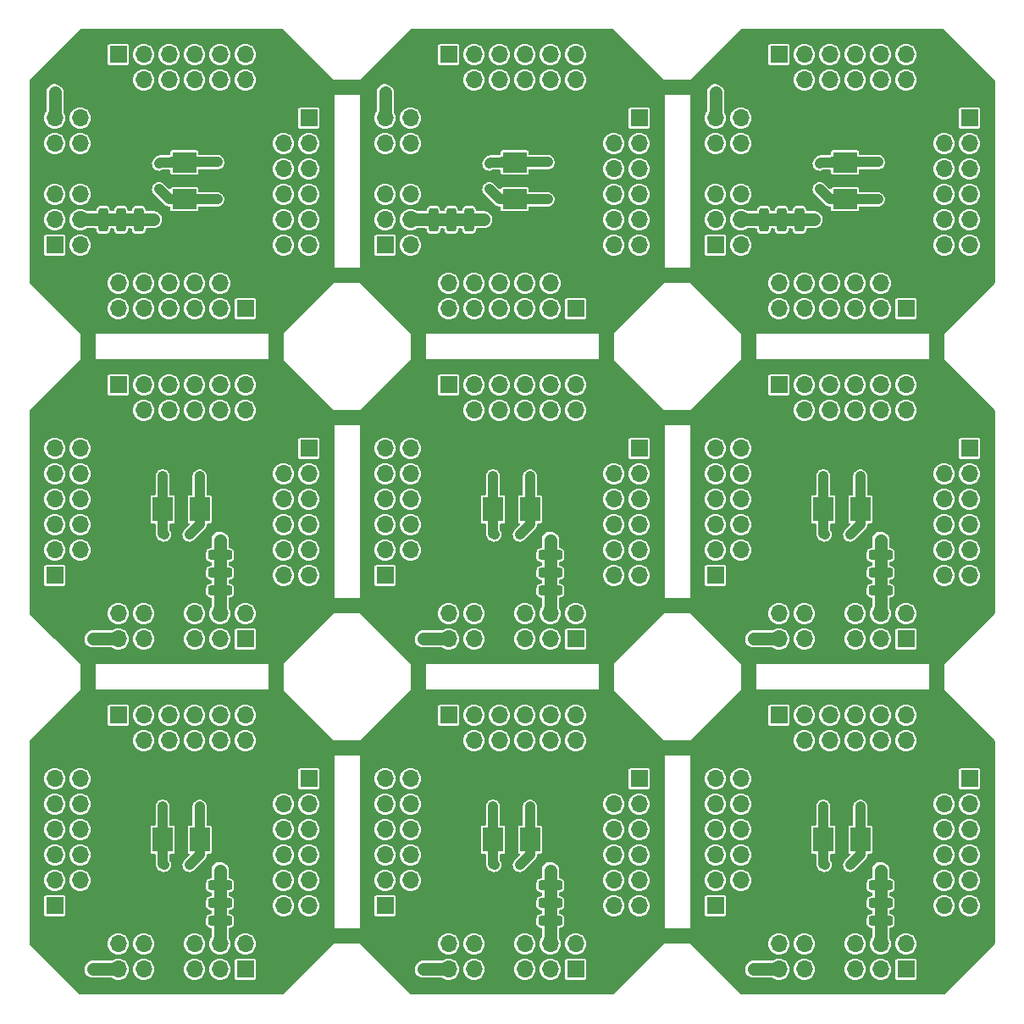
<source format=gbr>
%TF.GenerationSoftware,KiCad,Pcbnew,7.0.8*%
%TF.CreationDate,2024-03-04T23:40:14+01:00*%
%TF.ProjectId,scalenie,7363616c-656e-4696-952e-6b696361645f,rev?*%
%TF.SameCoordinates,Original*%
%TF.FileFunction,Copper,L2,Bot*%
%TF.FilePolarity,Positive*%
%FSLAX46Y46*%
G04 Gerber Fmt 4.6, Leading zero omitted, Abs format (unit mm)*
G04 Created by KiCad (PCBNEW 7.0.8) date 2024-03-04 23:40:14*
%MOMM*%
%LPD*%
G01*
G04 APERTURE LIST*
G04 Aperture macros list*
%AMRoundRect*
0 Rectangle with rounded corners*
0 $1 Rounding radius*
0 $2 $3 $4 $5 $6 $7 $8 $9 X,Y pos of 4 corners*
0 Add a 4 corners polygon primitive as box body*
4,1,4,$2,$3,$4,$5,$6,$7,$8,$9,$2,$3,0*
0 Add four circle primitives for the rounded corners*
1,1,$1+$1,$2,$3*
1,1,$1+$1,$4,$5*
1,1,$1+$1,$6,$7*
1,1,$1+$1,$8,$9*
0 Add four rect primitives between the rounded corners*
20,1,$1+$1,$2,$3,$4,$5,0*
20,1,$1+$1,$4,$5,$6,$7,0*
20,1,$1+$1,$6,$7,$8,$9,0*
20,1,$1+$1,$8,$9,$2,$3,0*%
G04 Aperture macros list end*
%TA.AperFunction,ComponentPad*%
%ADD10R,1.700000X1.700000*%
%TD*%
%TA.AperFunction,ComponentPad*%
%ADD11O,1.700000X1.700000*%
%TD*%
%TA.AperFunction,SMDPad,CuDef*%
%ADD12RoundRect,0.225000X0.225000X0.250000X-0.225000X0.250000X-0.225000X-0.250000X0.225000X-0.250000X0*%
%TD*%
%TA.AperFunction,SMDPad,CuDef*%
%ADD13RoundRect,0.225000X-0.225000X-0.250000X0.225000X-0.250000X0.225000X0.250000X-0.225000X0.250000X0*%
%TD*%
%TA.AperFunction,SMDPad,CuDef*%
%ADD14RoundRect,0.225000X0.250000X-0.225000X0.250000X0.225000X-0.250000X0.225000X-0.250000X-0.225000X0*%
%TD*%
%TA.AperFunction,SMDPad,CuDef*%
%ADD15RoundRect,0.225000X-0.250000X0.225000X-0.250000X-0.225000X0.250000X-0.225000X0.250000X0.225000X0*%
%TD*%
%TA.AperFunction,SMDPad,CuDef*%
%ADD16R,2.000000X2.400000*%
%TD*%
%TA.AperFunction,SMDPad,CuDef*%
%ADD17R,2.400000X2.000000*%
%TD*%
%TA.AperFunction,ViaPad*%
%ADD18C,0.800000*%
%TD*%
%TA.AperFunction,Conductor*%
%ADD19C,1.000000*%
%TD*%
%TA.AperFunction,Conductor*%
%ADD20C,1.300000*%
%TD*%
G04 APERTURE END LIST*
D10*
%TO.P,J2,1,Pin_1*%
%TO.N,VDD*%
X159258000Y-150114000D03*
D11*
%TO.P,J2,2,Pin_2*%
%TO.N,VSS*%
X156718000Y-150114000D03*
%TO.P,J2,3,Pin_3*%
%TO.N,PB11*%
X159258000Y-152654000D03*
%TO.P,J2,4,Pin_4*%
%TO.N,PB10*%
X156718000Y-152654000D03*
%TO.P,J2,5,Pin_5*%
%TO.N,PB2*%
X159258000Y-155194000D03*
%TO.P,J2,6,Pin_6*%
%TO.N,PB1*%
X156718000Y-155194000D03*
%TO.P,J2,7,Pin_7*%
%TO.N,PA7*%
X159258000Y-157734000D03*
%TO.P,J2,8,Pin_8*%
%TO.N,PB0*%
X156718000Y-157734000D03*
%TO.P,J2,9,Pin_9*%
%TO.N,PA5*%
X159258000Y-160274000D03*
%TO.P,J2,10,Pin_10*%
%TO.N,PA6*%
X156718000Y-160274000D03*
%TO.P,J2,11,Pin_11*%
%TO.N,PA3*%
X159258000Y-162814000D03*
%TO.P,J2,12,Pin_12*%
%TO.N,PA4*%
X156718000Y-162814000D03*
%TD*%
D12*
%TO.P,C15,1*%
%TO.N,VSS*%
X152680000Y-164338000D03*
%TO.P,C15,2*%
%TO.N,VDDA*%
X151130000Y-164338000D03*
%TD*%
D13*
%TO.P,C7,1*%
%TO.N,VSS*%
X148095000Y-162560000D03*
%TO.P,C7,2*%
%TO.N,VDDA*%
X149645000Y-162560000D03*
%TD*%
D10*
%TO.P,J3,1,Pin_1*%
%TO.N,VDD*%
X133858000Y-162814000D03*
D11*
%TO.P,J3,2,Pin_2*%
%TO.N,VSS*%
X136398000Y-162814000D03*
%TO.P,J3,3,Pin_3*%
%TO.N,PB9*%
X133858000Y-160274000D03*
%TO.P,J3,4,Pin_4*%
%TO.N,PB8*%
X136398000Y-160274000D03*
%TO.P,J3,5,Pin_5*%
%TO.N,BOOT0*%
X133858000Y-157734000D03*
%TO.P,J3,6,Pin_6*%
%TO.N,PB7*%
X136398000Y-157734000D03*
%TO.P,J3,7,Pin_7*%
%TO.N,PB5*%
X133858000Y-155194000D03*
%TO.P,J3,8,Pin_8*%
%TO.N,PB6*%
X136398000Y-155194000D03*
%TO.P,J3,9,Pin_9*%
%TO.N,PB3*%
X133858000Y-152654000D03*
%TO.P,J3,10,Pin_10*%
%TO.N,PB4*%
X136398000Y-152654000D03*
%TO.P,J3,11,Pin_11*%
%TO.N,PA14*%
X133858000Y-150114000D03*
%TO.P,J3,12,Pin_12*%
%TO.N,PA15*%
X136398000Y-150114000D03*
%TD*%
D13*
%TO.P,C12,1*%
%TO.N,VSS*%
X148095000Y-164338000D03*
%TO.P,C12,2*%
%TO.N,VDDA*%
X149645000Y-164338000D03*
%TD*%
%TO.P,C3,1*%
%TO.N,VSS*%
X148082000Y-160782000D03*
%TO.P,C3,2*%
%TO.N,VDDA*%
X149632000Y-160782000D03*
%TD*%
D12*
%TO.P,C13,1*%
%TO.N,VSS*%
X152680000Y-160782000D03*
%TO.P,C13,2*%
%TO.N,VDDA*%
X151130000Y-160782000D03*
%TD*%
D10*
%TO.P,J4,1,Pin_1*%
%TO.N,VDDIO2*%
X140208000Y-143764000D03*
D11*
%TO.P,J4,2,Pin_2*%
%TO.N,VSS*%
X140208000Y-146304000D03*
%TO.P,J4,3,Pin_3*%
%TO.N,PA13*%
X142748000Y-143764000D03*
%TO.P,J4,4,Pin_4*%
%TO.N,PA12*%
X142748000Y-146304000D03*
%TO.P,J4,5,Pin_5*%
%TO.N,PA11*%
X145288000Y-143764000D03*
%TO.P,J4,6,Pin_6*%
%TO.N,PA10*%
X145288000Y-146304000D03*
%TO.P,J4,7,Pin_7*%
%TO.N,PA8*%
X147828000Y-143764000D03*
%TO.P,J4,8,Pin_8*%
%TO.N,PA9*%
X147828000Y-146304000D03*
%TO.P,J4,9,Pin_9*%
%TO.N,PB14*%
X150368000Y-143764000D03*
%TO.P,J4,10,Pin_10*%
%TO.N,PB15*%
X150368000Y-146304000D03*
%TO.P,J4,11,Pin_11*%
%TO.N,PB12*%
X152908000Y-143764000D03*
%TO.P,J4,12,Pin_12*%
%TO.N,PB13*%
X152908000Y-146304000D03*
%TD*%
D12*
%TO.P,C14,1*%
%TO.N,VSS*%
X152680000Y-162560000D03*
%TO.P,C14,2*%
%TO.N,VDDA*%
X151130000Y-162560000D03*
%TD*%
D14*
%TO.P,C11,1*%
%TO.N,Net-(U1-PF1)*%
X148336000Y-153162000D03*
%TO.P,C11,2*%
%TO.N,VSS*%
X148336000Y-151612000D03*
%TD*%
%TO.P,C10,1*%
%TO.N,Net-(U1-PF0)*%
X144627600Y-153162000D03*
%TO.P,C10,2*%
%TO.N,VSS*%
X144627600Y-151612000D03*
%TD*%
D12*
%TO.P,C1,1*%
%TO.N,VBAT*%
X137681000Y-169164000D03*
%TO.P,C1,2*%
%TO.N,VSS*%
X136131000Y-169164000D03*
%TD*%
D15*
%TO.P,C16,1*%
%TO.N,VSS*%
X150368000Y-157734000D03*
%TO.P,C16,2*%
%TO.N,VDDA*%
X150368000Y-159284000D03*
%TD*%
D10*
%TO.P,J1,1,Pin_1*%
%TO.N,PA2*%
X152908000Y-169164000D03*
D11*
%TO.P,J1,2,Pin_2*%
%TO.N,PA1*%
X152908000Y-166624000D03*
%TO.P,J1,3,Pin_3*%
%TO.N,PA0*%
X150368000Y-169164000D03*
%TO.P,J1,4,Pin_4*%
%TO.N,VDDA*%
X150368000Y-166624000D03*
%TO.P,J1,5,Pin_5*%
%TO.N,VSSA*%
X147828000Y-169164000D03*
%TO.P,J1,6,Pin_6*%
%TO.N,NRST*%
X147828000Y-166624000D03*
%TO.P,J1,7,Pin_7*%
%TO.N,VSS*%
X145288000Y-169164000D03*
%TO.P,J1,8,Pin_8*%
X145288000Y-166624000D03*
%TO.P,J1,9,Pin_9*%
%TO.N,PC14*%
X142748000Y-169164000D03*
%TO.P,J1,10,Pin_10*%
%TO.N,PC15*%
X142748000Y-166624000D03*
%TO.P,J1,11,Pin_11*%
%TO.N,VBAT*%
X140208000Y-169164000D03*
%TO.P,J1,12,Pin_12*%
%TO.N,PC13*%
X140208000Y-166624000D03*
%TD*%
D16*
%TO.P,Y1,1,1*%
%TO.N,Net-(U1-PF0)*%
X144636000Y-156210000D03*
%TO.P,Y1,2,2*%
%TO.N,Net-(U1-PF1)*%
X148336000Y-156210000D03*
%TD*%
D10*
%TO.P,J2,1,Pin_1*%
%TO.N,VDD*%
X126238000Y-150114000D03*
D11*
%TO.P,J2,2,Pin_2*%
%TO.N,VSS*%
X123698000Y-150114000D03*
%TO.P,J2,3,Pin_3*%
%TO.N,PB11*%
X126238000Y-152654000D03*
%TO.P,J2,4,Pin_4*%
%TO.N,PB10*%
X123698000Y-152654000D03*
%TO.P,J2,5,Pin_5*%
%TO.N,PB2*%
X126238000Y-155194000D03*
%TO.P,J2,6,Pin_6*%
%TO.N,PB1*%
X123698000Y-155194000D03*
%TO.P,J2,7,Pin_7*%
%TO.N,PA7*%
X126238000Y-157734000D03*
%TO.P,J2,8,Pin_8*%
%TO.N,PB0*%
X123698000Y-157734000D03*
%TO.P,J2,9,Pin_9*%
%TO.N,PA5*%
X126238000Y-160274000D03*
%TO.P,J2,10,Pin_10*%
%TO.N,PA6*%
X123698000Y-160274000D03*
%TO.P,J2,11,Pin_11*%
%TO.N,PA3*%
X126238000Y-162814000D03*
%TO.P,J2,12,Pin_12*%
%TO.N,PA4*%
X123698000Y-162814000D03*
%TD*%
D12*
%TO.P,C15,1*%
%TO.N,VSS*%
X119660000Y-164338000D03*
%TO.P,C15,2*%
%TO.N,VDDA*%
X118110000Y-164338000D03*
%TD*%
D13*
%TO.P,C7,1*%
%TO.N,VSS*%
X115075000Y-162560000D03*
%TO.P,C7,2*%
%TO.N,VDDA*%
X116625000Y-162560000D03*
%TD*%
D10*
%TO.P,J3,1,Pin_1*%
%TO.N,VDD*%
X100838000Y-162814000D03*
D11*
%TO.P,J3,2,Pin_2*%
%TO.N,VSS*%
X103378000Y-162814000D03*
%TO.P,J3,3,Pin_3*%
%TO.N,PB9*%
X100838000Y-160274000D03*
%TO.P,J3,4,Pin_4*%
%TO.N,PB8*%
X103378000Y-160274000D03*
%TO.P,J3,5,Pin_5*%
%TO.N,BOOT0*%
X100838000Y-157734000D03*
%TO.P,J3,6,Pin_6*%
%TO.N,PB7*%
X103378000Y-157734000D03*
%TO.P,J3,7,Pin_7*%
%TO.N,PB5*%
X100838000Y-155194000D03*
%TO.P,J3,8,Pin_8*%
%TO.N,PB6*%
X103378000Y-155194000D03*
%TO.P,J3,9,Pin_9*%
%TO.N,PB3*%
X100838000Y-152654000D03*
%TO.P,J3,10,Pin_10*%
%TO.N,PB4*%
X103378000Y-152654000D03*
%TO.P,J3,11,Pin_11*%
%TO.N,PA14*%
X100838000Y-150114000D03*
%TO.P,J3,12,Pin_12*%
%TO.N,PA15*%
X103378000Y-150114000D03*
%TD*%
D13*
%TO.P,C12,1*%
%TO.N,VSS*%
X115075000Y-164338000D03*
%TO.P,C12,2*%
%TO.N,VDDA*%
X116625000Y-164338000D03*
%TD*%
%TO.P,C3,1*%
%TO.N,VSS*%
X115062000Y-160782000D03*
%TO.P,C3,2*%
%TO.N,VDDA*%
X116612000Y-160782000D03*
%TD*%
D12*
%TO.P,C13,1*%
%TO.N,VSS*%
X119660000Y-160782000D03*
%TO.P,C13,2*%
%TO.N,VDDA*%
X118110000Y-160782000D03*
%TD*%
D10*
%TO.P,J4,1,Pin_1*%
%TO.N,VDDIO2*%
X107188000Y-143764000D03*
D11*
%TO.P,J4,2,Pin_2*%
%TO.N,VSS*%
X107188000Y-146304000D03*
%TO.P,J4,3,Pin_3*%
%TO.N,PA13*%
X109728000Y-143764000D03*
%TO.P,J4,4,Pin_4*%
%TO.N,PA12*%
X109728000Y-146304000D03*
%TO.P,J4,5,Pin_5*%
%TO.N,PA11*%
X112268000Y-143764000D03*
%TO.P,J4,6,Pin_6*%
%TO.N,PA10*%
X112268000Y-146304000D03*
%TO.P,J4,7,Pin_7*%
%TO.N,PA8*%
X114808000Y-143764000D03*
%TO.P,J4,8,Pin_8*%
%TO.N,PA9*%
X114808000Y-146304000D03*
%TO.P,J4,9,Pin_9*%
%TO.N,PB14*%
X117348000Y-143764000D03*
%TO.P,J4,10,Pin_10*%
%TO.N,PB15*%
X117348000Y-146304000D03*
%TO.P,J4,11,Pin_11*%
%TO.N,PB12*%
X119888000Y-143764000D03*
%TO.P,J4,12,Pin_12*%
%TO.N,PB13*%
X119888000Y-146304000D03*
%TD*%
D12*
%TO.P,C14,1*%
%TO.N,VSS*%
X119660000Y-162560000D03*
%TO.P,C14,2*%
%TO.N,VDDA*%
X118110000Y-162560000D03*
%TD*%
D14*
%TO.P,C11,1*%
%TO.N,Net-(U1-PF1)*%
X115316000Y-153162000D03*
%TO.P,C11,2*%
%TO.N,VSS*%
X115316000Y-151612000D03*
%TD*%
%TO.P,C10,1*%
%TO.N,Net-(U1-PF0)*%
X111607600Y-153162000D03*
%TO.P,C10,2*%
%TO.N,VSS*%
X111607600Y-151612000D03*
%TD*%
D12*
%TO.P,C1,1*%
%TO.N,VBAT*%
X104661000Y-169164000D03*
%TO.P,C1,2*%
%TO.N,VSS*%
X103111000Y-169164000D03*
%TD*%
D15*
%TO.P,C16,1*%
%TO.N,VSS*%
X117348000Y-157734000D03*
%TO.P,C16,2*%
%TO.N,VDDA*%
X117348000Y-159284000D03*
%TD*%
D10*
%TO.P,J1,1,Pin_1*%
%TO.N,PA2*%
X119888000Y-169164000D03*
D11*
%TO.P,J1,2,Pin_2*%
%TO.N,PA1*%
X119888000Y-166624000D03*
%TO.P,J1,3,Pin_3*%
%TO.N,PA0*%
X117348000Y-169164000D03*
%TO.P,J1,4,Pin_4*%
%TO.N,VDDA*%
X117348000Y-166624000D03*
%TO.P,J1,5,Pin_5*%
%TO.N,VSSA*%
X114808000Y-169164000D03*
%TO.P,J1,6,Pin_6*%
%TO.N,NRST*%
X114808000Y-166624000D03*
%TO.P,J1,7,Pin_7*%
%TO.N,VSS*%
X112268000Y-169164000D03*
%TO.P,J1,8,Pin_8*%
X112268000Y-166624000D03*
%TO.P,J1,9,Pin_9*%
%TO.N,PC14*%
X109728000Y-169164000D03*
%TO.P,J1,10,Pin_10*%
%TO.N,PC15*%
X109728000Y-166624000D03*
%TO.P,J1,11,Pin_11*%
%TO.N,VBAT*%
X107188000Y-169164000D03*
%TO.P,J1,12,Pin_12*%
%TO.N,PC13*%
X107188000Y-166624000D03*
%TD*%
D16*
%TO.P,Y1,1,1*%
%TO.N,Net-(U1-PF0)*%
X111616000Y-156210000D03*
%TO.P,Y1,2,2*%
%TO.N,Net-(U1-PF1)*%
X115316000Y-156210000D03*
%TD*%
D10*
%TO.P,J2,1,Pin_1*%
%TO.N,VDD*%
X93218000Y-150114000D03*
D11*
%TO.P,J2,2,Pin_2*%
%TO.N,VSS*%
X90678000Y-150114000D03*
%TO.P,J2,3,Pin_3*%
%TO.N,PB11*%
X93218000Y-152654000D03*
%TO.P,J2,4,Pin_4*%
%TO.N,PB10*%
X90678000Y-152654000D03*
%TO.P,J2,5,Pin_5*%
%TO.N,PB2*%
X93218000Y-155194000D03*
%TO.P,J2,6,Pin_6*%
%TO.N,PB1*%
X90678000Y-155194000D03*
%TO.P,J2,7,Pin_7*%
%TO.N,PA7*%
X93218000Y-157734000D03*
%TO.P,J2,8,Pin_8*%
%TO.N,PB0*%
X90678000Y-157734000D03*
%TO.P,J2,9,Pin_9*%
%TO.N,PA5*%
X93218000Y-160274000D03*
%TO.P,J2,10,Pin_10*%
%TO.N,PA6*%
X90678000Y-160274000D03*
%TO.P,J2,11,Pin_11*%
%TO.N,PA3*%
X93218000Y-162814000D03*
%TO.P,J2,12,Pin_12*%
%TO.N,PA4*%
X90678000Y-162814000D03*
%TD*%
D12*
%TO.P,C15,1*%
%TO.N,VSS*%
X86640000Y-164338000D03*
%TO.P,C15,2*%
%TO.N,VDDA*%
X85090000Y-164338000D03*
%TD*%
D13*
%TO.P,C7,1*%
%TO.N,VSS*%
X82055000Y-162560000D03*
%TO.P,C7,2*%
%TO.N,VDDA*%
X83605000Y-162560000D03*
%TD*%
D10*
%TO.P,J3,1,Pin_1*%
%TO.N,VDD*%
X67818000Y-162814000D03*
D11*
%TO.P,J3,2,Pin_2*%
%TO.N,VSS*%
X70358000Y-162814000D03*
%TO.P,J3,3,Pin_3*%
%TO.N,PB9*%
X67818000Y-160274000D03*
%TO.P,J3,4,Pin_4*%
%TO.N,PB8*%
X70358000Y-160274000D03*
%TO.P,J3,5,Pin_5*%
%TO.N,BOOT0*%
X67818000Y-157734000D03*
%TO.P,J3,6,Pin_6*%
%TO.N,PB7*%
X70358000Y-157734000D03*
%TO.P,J3,7,Pin_7*%
%TO.N,PB5*%
X67818000Y-155194000D03*
%TO.P,J3,8,Pin_8*%
%TO.N,PB6*%
X70358000Y-155194000D03*
%TO.P,J3,9,Pin_9*%
%TO.N,PB3*%
X67818000Y-152654000D03*
%TO.P,J3,10,Pin_10*%
%TO.N,PB4*%
X70358000Y-152654000D03*
%TO.P,J3,11,Pin_11*%
%TO.N,PA14*%
X67818000Y-150114000D03*
%TO.P,J3,12,Pin_12*%
%TO.N,PA15*%
X70358000Y-150114000D03*
%TD*%
D13*
%TO.P,C12,1*%
%TO.N,VSS*%
X82055000Y-164338000D03*
%TO.P,C12,2*%
%TO.N,VDDA*%
X83605000Y-164338000D03*
%TD*%
%TO.P,C3,1*%
%TO.N,VSS*%
X82042000Y-160782000D03*
%TO.P,C3,2*%
%TO.N,VDDA*%
X83592000Y-160782000D03*
%TD*%
D12*
%TO.P,C13,1*%
%TO.N,VSS*%
X86640000Y-160782000D03*
%TO.P,C13,2*%
%TO.N,VDDA*%
X85090000Y-160782000D03*
%TD*%
D10*
%TO.P,J4,1,Pin_1*%
%TO.N,VDDIO2*%
X74168000Y-143764000D03*
D11*
%TO.P,J4,2,Pin_2*%
%TO.N,VSS*%
X74168000Y-146304000D03*
%TO.P,J4,3,Pin_3*%
%TO.N,PA13*%
X76708000Y-143764000D03*
%TO.P,J4,4,Pin_4*%
%TO.N,PA12*%
X76708000Y-146304000D03*
%TO.P,J4,5,Pin_5*%
%TO.N,PA11*%
X79248000Y-143764000D03*
%TO.P,J4,6,Pin_6*%
%TO.N,PA10*%
X79248000Y-146304000D03*
%TO.P,J4,7,Pin_7*%
%TO.N,PA8*%
X81788000Y-143764000D03*
%TO.P,J4,8,Pin_8*%
%TO.N,PA9*%
X81788000Y-146304000D03*
%TO.P,J4,9,Pin_9*%
%TO.N,PB14*%
X84328000Y-143764000D03*
%TO.P,J4,10,Pin_10*%
%TO.N,PB15*%
X84328000Y-146304000D03*
%TO.P,J4,11,Pin_11*%
%TO.N,PB12*%
X86868000Y-143764000D03*
%TO.P,J4,12,Pin_12*%
%TO.N,PB13*%
X86868000Y-146304000D03*
%TD*%
D12*
%TO.P,C14,1*%
%TO.N,VSS*%
X86640000Y-162560000D03*
%TO.P,C14,2*%
%TO.N,VDDA*%
X85090000Y-162560000D03*
%TD*%
D14*
%TO.P,C11,1*%
%TO.N,Net-(U1-PF1)*%
X82296000Y-153162000D03*
%TO.P,C11,2*%
%TO.N,VSS*%
X82296000Y-151612000D03*
%TD*%
%TO.P,C10,1*%
%TO.N,Net-(U1-PF0)*%
X78587600Y-153162000D03*
%TO.P,C10,2*%
%TO.N,VSS*%
X78587600Y-151612000D03*
%TD*%
D12*
%TO.P,C1,1*%
%TO.N,VBAT*%
X71641000Y-169164000D03*
%TO.P,C1,2*%
%TO.N,VSS*%
X70091000Y-169164000D03*
%TD*%
D15*
%TO.P,C16,1*%
%TO.N,VSS*%
X84328000Y-157734000D03*
%TO.P,C16,2*%
%TO.N,VDDA*%
X84328000Y-159284000D03*
%TD*%
D10*
%TO.P,J1,1,Pin_1*%
%TO.N,PA2*%
X86868000Y-169164000D03*
D11*
%TO.P,J1,2,Pin_2*%
%TO.N,PA1*%
X86868000Y-166624000D03*
%TO.P,J1,3,Pin_3*%
%TO.N,PA0*%
X84328000Y-169164000D03*
%TO.P,J1,4,Pin_4*%
%TO.N,VDDA*%
X84328000Y-166624000D03*
%TO.P,J1,5,Pin_5*%
%TO.N,VSSA*%
X81788000Y-169164000D03*
%TO.P,J1,6,Pin_6*%
%TO.N,NRST*%
X81788000Y-166624000D03*
%TO.P,J1,7,Pin_7*%
%TO.N,VSS*%
X79248000Y-169164000D03*
%TO.P,J1,8,Pin_8*%
X79248000Y-166624000D03*
%TO.P,J1,9,Pin_9*%
%TO.N,PC14*%
X76708000Y-169164000D03*
%TO.P,J1,10,Pin_10*%
%TO.N,PC15*%
X76708000Y-166624000D03*
%TO.P,J1,11,Pin_11*%
%TO.N,VBAT*%
X74168000Y-169164000D03*
%TO.P,J1,12,Pin_12*%
%TO.N,PC13*%
X74168000Y-166624000D03*
%TD*%
D16*
%TO.P,Y1,1,1*%
%TO.N,Net-(U1-PF0)*%
X78596000Y-156210000D03*
%TO.P,Y1,2,2*%
%TO.N,Net-(U1-PF1)*%
X82296000Y-156210000D03*
%TD*%
D10*
%TO.P,J2,1,Pin_1*%
%TO.N,VDD*%
X159258000Y-117094000D03*
D11*
%TO.P,J2,2,Pin_2*%
%TO.N,VSS*%
X156718000Y-117094000D03*
%TO.P,J2,3,Pin_3*%
%TO.N,PB11*%
X159258000Y-119634000D03*
%TO.P,J2,4,Pin_4*%
%TO.N,PB10*%
X156718000Y-119634000D03*
%TO.P,J2,5,Pin_5*%
%TO.N,PB2*%
X159258000Y-122174000D03*
%TO.P,J2,6,Pin_6*%
%TO.N,PB1*%
X156718000Y-122174000D03*
%TO.P,J2,7,Pin_7*%
%TO.N,PA7*%
X159258000Y-124714000D03*
%TO.P,J2,8,Pin_8*%
%TO.N,PB0*%
X156718000Y-124714000D03*
%TO.P,J2,9,Pin_9*%
%TO.N,PA5*%
X159258000Y-127254000D03*
%TO.P,J2,10,Pin_10*%
%TO.N,PA6*%
X156718000Y-127254000D03*
%TO.P,J2,11,Pin_11*%
%TO.N,PA3*%
X159258000Y-129794000D03*
%TO.P,J2,12,Pin_12*%
%TO.N,PA4*%
X156718000Y-129794000D03*
%TD*%
D12*
%TO.P,C15,1*%
%TO.N,VSS*%
X152680000Y-131318000D03*
%TO.P,C15,2*%
%TO.N,VDDA*%
X151130000Y-131318000D03*
%TD*%
D13*
%TO.P,C7,1*%
%TO.N,VSS*%
X148095000Y-129540000D03*
%TO.P,C7,2*%
%TO.N,VDDA*%
X149645000Y-129540000D03*
%TD*%
D10*
%TO.P,J3,1,Pin_1*%
%TO.N,VDD*%
X133858000Y-129794000D03*
D11*
%TO.P,J3,2,Pin_2*%
%TO.N,VSS*%
X136398000Y-129794000D03*
%TO.P,J3,3,Pin_3*%
%TO.N,PB9*%
X133858000Y-127254000D03*
%TO.P,J3,4,Pin_4*%
%TO.N,PB8*%
X136398000Y-127254000D03*
%TO.P,J3,5,Pin_5*%
%TO.N,BOOT0*%
X133858000Y-124714000D03*
%TO.P,J3,6,Pin_6*%
%TO.N,PB7*%
X136398000Y-124714000D03*
%TO.P,J3,7,Pin_7*%
%TO.N,PB5*%
X133858000Y-122174000D03*
%TO.P,J3,8,Pin_8*%
%TO.N,PB6*%
X136398000Y-122174000D03*
%TO.P,J3,9,Pin_9*%
%TO.N,PB3*%
X133858000Y-119634000D03*
%TO.P,J3,10,Pin_10*%
%TO.N,PB4*%
X136398000Y-119634000D03*
%TO.P,J3,11,Pin_11*%
%TO.N,PA14*%
X133858000Y-117094000D03*
%TO.P,J3,12,Pin_12*%
%TO.N,PA15*%
X136398000Y-117094000D03*
%TD*%
D13*
%TO.P,C12,1*%
%TO.N,VSS*%
X148095000Y-131318000D03*
%TO.P,C12,2*%
%TO.N,VDDA*%
X149645000Y-131318000D03*
%TD*%
%TO.P,C3,1*%
%TO.N,VSS*%
X148082000Y-127762000D03*
%TO.P,C3,2*%
%TO.N,VDDA*%
X149632000Y-127762000D03*
%TD*%
D12*
%TO.P,C13,1*%
%TO.N,VSS*%
X152680000Y-127762000D03*
%TO.P,C13,2*%
%TO.N,VDDA*%
X151130000Y-127762000D03*
%TD*%
D10*
%TO.P,J4,1,Pin_1*%
%TO.N,VDDIO2*%
X140208000Y-110744000D03*
D11*
%TO.P,J4,2,Pin_2*%
%TO.N,VSS*%
X140208000Y-113284000D03*
%TO.P,J4,3,Pin_3*%
%TO.N,PA13*%
X142748000Y-110744000D03*
%TO.P,J4,4,Pin_4*%
%TO.N,PA12*%
X142748000Y-113284000D03*
%TO.P,J4,5,Pin_5*%
%TO.N,PA11*%
X145288000Y-110744000D03*
%TO.P,J4,6,Pin_6*%
%TO.N,PA10*%
X145288000Y-113284000D03*
%TO.P,J4,7,Pin_7*%
%TO.N,PA8*%
X147828000Y-110744000D03*
%TO.P,J4,8,Pin_8*%
%TO.N,PA9*%
X147828000Y-113284000D03*
%TO.P,J4,9,Pin_9*%
%TO.N,PB14*%
X150368000Y-110744000D03*
%TO.P,J4,10,Pin_10*%
%TO.N,PB15*%
X150368000Y-113284000D03*
%TO.P,J4,11,Pin_11*%
%TO.N,PB12*%
X152908000Y-110744000D03*
%TO.P,J4,12,Pin_12*%
%TO.N,PB13*%
X152908000Y-113284000D03*
%TD*%
D12*
%TO.P,C14,1*%
%TO.N,VSS*%
X152680000Y-129540000D03*
%TO.P,C14,2*%
%TO.N,VDDA*%
X151130000Y-129540000D03*
%TD*%
D14*
%TO.P,C11,1*%
%TO.N,Net-(U1-PF1)*%
X148336000Y-120142000D03*
%TO.P,C11,2*%
%TO.N,VSS*%
X148336000Y-118592000D03*
%TD*%
%TO.P,C10,1*%
%TO.N,Net-(U1-PF0)*%
X144627600Y-120142000D03*
%TO.P,C10,2*%
%TO.N,VSS*%
X144627600Y-118592000D03*
%TD*%
D12*
%TO.P,C1,1*%
%TO.N,VBAT*%
X137681000Y-136144000D03*
%TO.P,C1,2*%
%TO.N,VSS*%
X136131000Y-136144000D03*
%TD*%
D15*
%TO.P,C16,1*%
%TO.N,VSS*%
X150368000Y-124714000D03*
%TO.P,C16,2*%
%TO.N,VDDA*%
X150368000Y-126264000D03*
%TD*%
D10*
%TO.P,J1,1,Pin_1*%
%TO.N,PA2*%
X152908000Y-136144000D03*
D11*
%TO.P,J1,2,Pin_2*%
%TO.N,PA1*%
X152908000Y-133604000D03*
%TO.P,J1,3,Pin_3*%
%TO.N,PA0*%
X150368000Y-136144000D03*
%TO.P,J1,4,Pin_4*%
%TO.N,VDDA*%
X150368000Y-133604000D03*
%TO.P,J1,5,Pin_5*%
%TO.N,VSSA*%
X147828000Y-136144000D03*
%TO.P,J1,6,Pin_6*%
%TO.N,NRST*%
X147828000Y-133604000D03*
%TO.P,J1,7,Pin_7*%
%TO.N,VSS*%
X145288000Y-136144000D03*
%TO.P,J1,8,Pin_8*%
X145288000Y-133604000D03*
%TO.P,J1,9,Pin_9*%
%TO.N,PC14*%
X142748000Y-136144000D03*
%TO.P,J1,10,Pin_10*%
%TO.N,PC15*%
X142748000Y-133604000D03*
%TO.P,J1,11,Pin_11*%
%TO.N,VBAT*%
X140208000Y-136144000D03*
%TO.P,J1,12,Pin_12*%
%TO.N,PC13*%
X140208000Y-133604000D03*
%TD*%
D16*
%TO.P,Y1,1,1*%
%TO.N,Net-(U1-PF0)*%
X144636000Y-123190000D03*
%TO.P,Y1,2,2*%
%TO.N,Net-(U1-PF1)*%
X148336000Y-123190000D03*
%TD*%
D10*
%TO.P,J2,1,Pin_1*%
%TO.N,VDD*%
X126238000Y-117094000D03*
D11*
%TO.P,J2,2,Pin_2*%
%TO.N,VSS*%
X123698000Y-117094000D03*
%TO.P,J2,3,Pin_3*%
%TO.N,PB11*%
X126238000Y-119634000D03*
%TO.P,J2,4,Pin_4*%
%TO.N,PB10*%
X123698000Y-119634000D03*
%TO.P,J2,5,Pin_5*%
%TO.N,PB2*%
X126238000Y-122174000D03*
%TO.P,J2,6,Pin_6*%
%TO.N,PB1*%
X123698000Y-122174000D03*
%TO.P,J2,7,Pin_7*%
%TO.N,PA7*%
X126238000Y-124714000D03*
%TO.P,J2,8,Pin_8*%
%TO.N,PB0*%
X123698000Y-124714000D03*
%TO.P,J2,9,Pin_9*%
%TO.N,PA5*%
X126238000Y-127254000D03*
%TO.P,J2,10,Pin_10*%
%TO.N,PA6*%
X123698000Y-127254000D03*
%TO.P,J2,11,Pin_11*%
%TO.N,PA3*%
X126238000Y-129794000D03*
%TO.P,J2,12,Pin_12*%
%TO.N,PA4*%
X123698000Y-129794000D03*
%TD*%
D12*
%TO.P,C15,1*%
%TO.N,VSS*%
X119660000Y-131318000D03*
%TO.P,C15,2*%
%TO.N,VDDA*%
X118110000Y-131318000D03*
%TD*%
D13*
%TO.P,C7,1*%
%TO.N,VSS*%
X115075000Y-129540000D03*
%TO.P,C7,2*%
%TO.N,VDDA*%
X116625000Y-129540000D03*
%TD*%
D10*
%TO.P,J3,1,Pin_1*%
%TO.N,VDD*%
X100838000Y-129794000D03*
D11*
%TO.P,J3,2,Pin_2*%
%TO.N,VSS*%
X103378000Y-129794000D03*
%TO.P,J3,3,Pin_3*%
%TO.N,PB9*%
X100838000Y-127254000D03*
%TO.P,J3,4,Pin_4*%
%TO.N,PB8*%
X103378000Y-127254000D03*
%TO.P,J3,5,Pin_5*%
%TO.N,BOOT0*%
X100838000Y-124714000D03*
%TO.P,J3,6,Pin_6*%
%TO.N,PB7*%
X103378000Y-124714000D03*
%TO.P,J3,7,Pin_7*%
%TO.N,PB5*%
X100838000Y-122174000D03*
%TO.P,J3,8,Pin_8*%
%TO.N,PB6*%
X103378000Y-122174000D03*
%TO.P,J3,9,Pin_9*%
%TO.N,PB3*%
X100838000Y-119634000D03*
%TO.P,J3,10,Pin_10*%
%TO.N,PB4*%
X103378000Y-119634000D03*
%TO.P,J3,11,Pin_11*%
%TO.N,PA14*%
X100838000Y-117094000D03*
%TO.P,J3,12,Pin_12*%
%TO.N,PA15*%
X103378000Y-117094000D03*
%TD*%
D13*
%TO.P,C12,1*%
%TO.N,VSS*%
X115075000Y-131318000D03*
%TO.P,C12,2*%
%TO.N,VDDA*%
X116625000Y-131318000D03*
%TD*%
%TO.P,C3,1*%
%TO.N,VSS*%
X115062000Y-127762000D03*
%TO.P,C3,2*%
%TO.N,VDDA*%
X116612000Y-127762000D03*
%TD*%
D12*
%TO.P,C13,1*%
%TO.N,VSS*%
X119660000Y-127762000D03*
%TO.P,C13,2*%
%TO.N,VDDA*%
X118110000Y-127762000D03*
%TD*%
D10*
%TO.P,J4,1,Pin_1*%
%TO.N,VDDIO2*%
X107188000Y-110744000D03*
D11*
%TO.P,J4,2,Pin_2*%
%TO.N,VSS*%
X107188000Y-113284000D03*
%TO.P,J4,3,Pin_3*%
%TO.N,PA13*%
X109728000Y-110744000D03*
%TO.P,J4,4,Pin_4*%
%TO.N,PA12*%
X109728000Y-113284000D03*
%TO.P,J4,5,Pin_5*%
%TO.N,PA11*%
X112268000Y-110744000D03*
%TO.P,J4,6,Pin_6*%
%TO.N,PA10*%
X112268000Y-113284000D03*
%TO.P,J4,7,Pin_7*%
%TO.N,PA8*%
X114808000Y-110744000D03*
%TO.P,J4,8,Pin_8*%
%TO.N,PA9*%
X114808000Y-113284000D03*
%TO.P,J4,9,Pin_9*%
%TO.N,PB14*%
X117348000Y-110744000D03*
%TO.P,J4,10,Pin_10*%
%TO.N,PB15*%
X117348000Y-113284000D03*
%TO.P,J4,11,Pin_11*%
%TO.N,PB12*%
X119888000Y-110744000D03*
%TO.P,J4,12,Pin_12*%
%TO.N,PB13*%
X119888000Y-113284000D03*
%TD*%
D12*
%TO.P,C14,1*%
%TO.N,VSS*%
X119660000Y-129540000D03*
%TO.P,C14,2*%
%TO.N,VDDA*%
X118110000Y-129540000D03*
%TD*%
D14*
%TO.P,C11,1*%
%TO.N,Net-(U1-PF1)*%
X115316000Y-120142000D03*
%TO.P,C11,2*%
%TO.N,VSS*%
X115316000Y-118592000D03*
%TD*%
%TO.P,C10,1*%
%TO.N,Net-(U1-PF0)*%
X111607600Y-120142000D03*
%TO.P,C10,2*%
%TO.N,VSS*%
X111607600Y-118592000D03*
%TD*%
D12*
%TO.P,C1,1*%
%TO.N,VBAT*%
X104661000Y-136144000D03*
%TO.P,C1,2*%
%TO.N,VSS*%
X103111000Y-136144000D03*
%TD*%
D15*
%TO.P,C16,1*%
%TO.N,VSS*%
X117348000Y-124714000D03*
%TO.P,C16,2*%
%TO.N,VDDA*%
X117348000Y-126264000D03*
%TD*%
D10*
%TO.P,J1,1,Pin_1*%
%TO.N,PA2*%
X119888000Y-136144000D03*
D11*
%TO.P,J1,2,Pin_2*%
%TO.N,PA1*%
X119888000Y-133604000D03*
%TO.P,J1,3,Pin_3*%
%TO.N,PA0*%
X117348000Y-136144000D03*
%TO.P,J1,4,Pin_4*%
%TO.N,VDDA*%
X117348000Y-133604000D03*
%TO.P,J1,5,Pin_5*%
%TO.N,VSSA*%
X114808000Y-136144000D03*
%TO.P,J1,6,Pin_6*%
%TO.N,NRST*%
X114808000Y-133604000D03*
%TO.P,J1,7,Pin_7*%
%TO.N,VSS*%
X112268000Y-136144000D03*
%TO.P,J1,8,Pin_8*%
X112268000Y-133604000D03*
%TO.P,J1,9,Pin_9*%
%TO.N,PC14*%
X109728000Y-136144000D03*
%TO.P,J1,10,Pin_10*%
%TO.N,PC15*%
X109728000Y-133604000D03*
%TO.P,J1,11,Pin_11*%
%TO.N,VBAT*%
X107188000Y-136144000D03*
%TO.P,J1,12,Pin_12*%
%TO.N,PC13*%
X107188000Y-133604000D03*
%TD*%
D16*
%TO.P,Y1,1,1*%
%TO.N,Net-(U1-PF0)*%
X111616000Y-123190000D03*
%TO.P,Y1,2,2*%
%TO.N,Net-(U1-PF1)*%
X115316000Y-123190000D03*
%TD*%
D10*
%TO.P,J2,1,Pin_1*%
%TO.N,VDD*%
X93218000Y-117094000D03*
D11*
%TO.P,J2,2,Pin_2*%
%TO.N,VSS*%
X90678000Y-117094000D03*
%TO.P,J2,3,Pin_3*%
%TO.N,PB11*%
X93218000Y-119634000D03*
%TO.P,J2,4,Pin_4*%
%TO.N,PB10*%
X90678000Y-119634000D03*
%TO.P,J2,5,Pin_5*%
%TO.N,PB2*%
X93218000Y-122174000D03*
%TO.P,J2,6,Pin_6*%
%TO.N,PB1*%
X90678000Y-122174000D03*
%TO.P,J2,7,Pin_7*%
%TO.N,PA7*%
X93218000Y-124714000D03*
%TO.P,J2,8,Pin_8*%
%TO.N,PB0*%
X90678000Y-124714000D03*
%TO.P,J2,9,Pin_9*%
%TO.N,PA5*%
X93218000Y-127254000D03*
%TO.P,J2,10,Pin_10*%
%TO.N,PA6*%
X90678000Y-127254000D03*
%TO.P,J2,11,Pin_11*%
%TO.N,PA3*%
X93218000Y-129794000D03*
%TO.P,J2,12,Pin_12*%
%TO.N,PA4*%
X90678000Y-129794000D03*
%TD*%
D12*
%TO.P,C15,1*%
%TO.N,VSS*%
X86640000Y-131318000D03*
%TO.P,C15,2*%
%TO.N,VDDA*%
X85090000Y-131318000D03*
%TD*%
D13*
%TO.P,C7,1*%
%TO.N,VSS*%
X82055000Y-129540000D03*
%TO.P,C7,2*%
%TO.N,VDDA*%
X83605000Y-129540000D03*
%TD*%
D10*
%TO.P,J3,1,Pin_1*%
%TO.N,VDD*%
X67818000Y-129794000D03*
D11*
%TO.P,J3,2,Pin_2*%
%TO.N,VSS*%
X70358000Y-129794000D03*
%TO.P,J3,3,Pin_3*%
%TO.N,PB9*%
X67818000Y-127254000D03*
%TO.P,J3,4,Pin_4*%
%TO.N,PB8*%
X70358000Y-127254000D03*
%TO.P,J3,5,Pin_5*%
%TO.N,BOOT0*%
X67818000Y-124714000D03*
%TO.P,J3,6,Pin_6*%
%TO.N,PB7*%
X70358000Y-124714000D03*
%TO.P,J3,7,Pin_7*%
%TO.N,PB5*%
X67818000Y-122174000D03*
%TO.P,J3,8,Pin_8*%
%TO.N,PB6*%
X70358000Y-122174000D03*
%TO.P,J3,9,Pin_9*%
%TO.N,PB3*%
X67818000Y-119634000D03*
%TO.P,J3,10,Pin_10*%
%TO.N,PB4*%
X70358000Y-119634000D03*
%TO.P,J3,11,Pin_11*%
%TO.N,PA14*%
X67818000Y-117094000D03*
%TO.P,J3,12,Pin_12*%
%TO.N,PA15*%
X70358000Y-117094000D03*
%TD*%
D13*
%TO.P,C12,1*%
%TO.N,VSS*%
X82055000Y-131318000D03*
%TO.P,C12,2*%
%TO.N,VDDA*%
X83605000Y-131318000D03*
%TD*%
%TO.P,C3,1*%
%TO.N,VSS*%
X82042000Y-127762000D03*
%TO.P,C3,2*%
%TO.N,VDDA*%
X83592000Y-127762000D03*
%TD*%
D12*
%TO.P,C13,1*%
%TO.N,VSS*%
X86640000Y-127762000D03*
%TO.P,C13,2*%
%TO.N,VDDA*%
X85090000Y-127762000D03*
%TD*%
D10*
%TO.P,J4,1,Pin_1*%
%TO.N,VDDIO2*%
X74168000Y-110744000D03*
D11*
%TO.P,J4,2,Pin_2*%
%TO.N,VSS*%
X74168000Y-113284000D03*
%TO.P,J4,3,Pin_3*%
%TO.N,PA13*%
X76708000Y-110744000D03*
%TO.P,J4,4,Pin_4*%
%TO.N,PA12*%
X76708000Y-113284000D03*
%TO.P,J4,5,Pin_5*%
%TO.N,PA11*%
X79248000Y-110744000D03*
%TO.P,J4,6,Pin_6*%
%TO.N,PA10*%
X79248000Y-113284000D03*
%TO.P,J4,7,Pin_7*%
%TO.N,PA8*%
X81788000Y-110744000D03*
%TO.P,J4,8,Pin_8*%
%TO.N,PA9*%
X81788000Y-113284000D03*
%TO.P,J4,9,Pin_9*%
%TO.N,PB14*%
X84328000Y-110744000D03*
%TO.P,J4,10,Pin_10*%
%TO.N,PB15*%
X84328000Y-113284000D03*
%TO.P,J4,11,Pin_11*%
%TO.N,PB12*%
X86868000Y-110744000D03*
%TO.P,J4,12,Pin_12*%
%TO.N,PB13*%
X86868000Y-113284000D03*
%TD*%
D12*
%TO.P,C14,1*%
%TO.N,VSS*%
X86640000Y-129540000D03*
%TO.P,C14,2*%
%TO.N,VDDA*%
X85090000Y-129540000D03*
%TD*%
D14*
%TO.P,C11,1*%
%TO.N,Net-(U1-PF1)*%
X82296000Y-120142000D03*
%TO.P,C11,2*%
%TO.N,VSS*%
X82296000Y-118592000D03*
%TD*%
%TO.P,C10,1*%
%TO.N,Net-(U1-PF0)*%
X78587600Y-120142000D03*
%TO.P,C10,2*%
%TO.N,VSS*%
X78587600Y-118592000D03*
%TD*%
D12*
%TO.P,C1,1*%
%TO.N,VBAT*%
X71641000Y-136144000D03*
%TO.P,C1,2*%
%TO.N,VSS*%
X70091000Y-136144000D03*
%TD*%
D15*
%TO.P,C16,1*%
%TO.N,VSS*%
X84328000Y-124714000D03*
%TO.P,C16,2*%
%TO.N,VDDA*%
X84328000Y-126264000D03*
%TD*%
D10*
%TO.P,J1,1,Pin_1*%
%TO.N,PA2*%
X86868000Y-136144000D03*
D11*
%TO.P,J1,2,Pin_2*%
%TO.N,PA1*%
X86868000Y-133604000D03*
%TO.P,J1,3,Pin_3*%
%TO.N,PA0*%
X84328000Y-136144000D03*
%TO.P,J1,4,Pin_4*%
%TO.N,VDDA*%
X84328000Y-133604000D03*
%TO.P,J1,5,Pin_5*%
%TO.N,VSSA*%
X81788000Y-136144000D03*
%TO.P,J1,6,Pin_6*%
%TO.N,NRST*%
X81788000Y-133604000D03*
%TO.P,J1,7,Pin_7*%
%TO.N,VSS*%
X79248000Y-136144000D03*
%TO.P,J1,8,Pin_8*%
X79248000Y-133604000D03*
%TO.P,J1,9,Pin_9*%
%TO.N,PC14*%
X76708000Y-136144000D03*
%TO.P,J1,10,Pin_10*%
%TO.N,PC15*%
X76708000Y-133604000D03*
%TO.P,J1,11,Pin_11*%
%TO.N,VBAT*%
X74168000Y-136144000D03*
%TO.P,J1,12,Pin_12*%
%TO.N,PC13*%
X74168000Y-133604000D03*
%TD*%
D16*
%TO.P,Y1,1,1*%
%TO.N,Net-(U1-PF0)*%
X78596000Y-123190000D03*
%TO.P,Y1,2,2*%
%TO.N,Net-(U1-PF1)*%
X82296000Y-123190000D03*
%TD*%
D10*
%TO.P,J2,1,Pin_1*%
%TO.N,VDD*%
X152908000Y-103124000D03*
D11*
%TO.P,J2,2,Pin_2*%
%TO.N,VSS*%
X152908000Y-100584000D03*
%TO.P,J2,3,Pin_3*%
%TO.N,PB11*%
X150368000Y-103124000D03*
%TO.P,J2,4,Pin_4*%
%TO.N,PB10*%
X150368000Y-100584000D03*
%TO.P,J2,5,Pin_5*%
%TO.N,PB2*%
X147828000Y-103124000D03*
%TO.P,J2,6,Pin_6*%
%TO.N,PB1*%
X147828000Y-100584000D03*
%TO.P,J2,7,Pin_7*%
%TO.N,PA7*%
X145288000Y-103124000D03*
%TO.P,J2,8,Pin_8*%
%TO.N,PB0*%
X145288000Y-100584000D03*
%TO.P,J2,9,Pin_9*%
%TO.N,PA5*%
X142748000Y-103124000D03*
%TO.P,J2,10,Pin_10*%
%TO.N,PA6*%
X142748000Y-100584000D03*
%TO.P,J2,11,Pin_11*%
%TO.N,PA3*%
X140208000Y-103124000D03*
%TO.P,J2,12,Pin_12*%
%TO.N,PA4*%
X140208000Y-100584000D03*
%TD*%
D14*
%TO.P,C15,1*%
%TO.N,VSS*%
X138684000Y-96546000D03*
%TO.P,C15,2*%
%TO.N,VDDA*%
X138684000Y-94996000D03*
%TD*%
D15*
%TO.P,C7,1*%
%TO.N,VSS*%
X140462000Y-91961000D03*
%TO.P,C7,2*%
%TO.N,VDDA*%
X140462000Y-93511000D03*
%TD*%
D10*
%TO.P,J3,1,Pin_1*%
%TO.N,VDD*%
X140208000Y-77724000D03*
D11*
%TO.P,J3,2,Pin_2*%
%TO.N,VSS*%
X140208000Y-80264000D03*
%TO.P,J3,3,Pin_3*%
%TO.N,PB9*%
X142748000Y-77724000D03*
%TO.P,J3,4,Pin_4*%
%TO.N,PB8*%
X142748000Y-80264000D03*
%TO.P,J3,5,Pin_5*%
%TO.N,BOOT0*%
X145288000Y-77724000D03*
%TO.P,J3,6,Pin_6*%
%TO.N,PB7*%
X145288000Y-80264000D03*
%TO.P,J3,7,Pin_7*%
%TO.N,PB5*%
X147828000Y-77724000D03*
%TO.P,J3,8,Pin_8*%
%TO.N,PB6*%
X147828000Y-80264000D03*
%TO.P,J3,9,Pin_9*%
%TO.N,PB3*%
X150368000Y-77724000D03*
%TO.P,J3,10,Pin_10*%
%TO.N,PB4*%
X150368000Y-80264000D03*
%TO.P,J3,11,Pin_11*%
%TO.N,PA14*%
X152908000Y-77724000D03*
%TO.P,J3,12,Pin_12*%
%TO.N,PA15*%
X152908000Y-80264000D03*
%TD*%
D15*
%TO.P,C12,1*%
%TO.N,VSS*%
X138684000Y-91961000D03*
%TO.P,C12,2*%
%TO.N,VDDA*%
X138684000Y-93511000D03*
%TD*%
%TO.P,C3,1*%
%TO.N,VSS*%
X142240000Y-91948000D03*
%TO.P,C3,2*%
%TO.N,VDDA*%
X142240000Y-93498000D03*
%TD*%
D14*
%TO.P,C13,1*%
%TO.N,VSS*%
X142240000Y-96546000D03*
%TO.P,C13,2*%
%TO.N,VDDA*%
X142240000Y-94996000D03*
%TD*%
D10*
%TO.P,J4,1,Pin_1*%
%TO.N,VDDIO2*%
X159258000Y-84074000D03*
D11*
%TO.P,J4,2,Pin_2*%
%TO.N,VSS*%
X156718000Y-84074000D03*
%TO.P,J4,3,Pin_3*%
%TO.N,PA13*%
X159258000Y-86614000D03*
%TO.P,J4,4,Pin_4*%
%TO.N,PA12*%
X156718000Y-86614000D03*
%TO.P,J4,5,Pin_5*%
%TO.N,PA11*%
X159258000Y-89154000D03*
%TO.P,J4,6,Pin_6*%
%TO.N,PA10*%
X156718000Y-89154000D03*
%TO.P,J4,7,Pin_7*%
%TO.N,PA8*%
X159258000Y-91694000D03*
%TO.P,J4,8,Pin_8*%
%TO.N,PA9*%
X156718000Y-91694000D03*
%TO.P,J4,9,Pin_9*%
%TO.N,PB14*%
X159258000Y-94234000D03*
%TO.P,J4,10,Pin_10*%
%TO.N,PB15*%
X156718000Y-94234000D03*
%TO.P,J4,11,Pin_11*%
%TO.N,PB12*%
X159258000Y-96774000D03*
%TO.P,J4,12,Pin_12*%
%TO.N,PB13*%
X156718000Y-96774000D03*
%TD*%
D14*
%TO.P,C14,1*%
%TO.N,VSS*%
X140462000Y-96546000D03*
%TO.P,C14,2*%
%TO.N,VDDA*%
X140462000Y-94996000D03*
%TD*%
D13*
%TO.P,C11,1*%
%TO.N,Net-(U1-PF1)*%
X149860000Y-92202000D03*
%TO.P,C11,2*%
%TO.N,VSS*%
X151410000Y-92202000D03*
%TD*%
%TO.P,C10,1*%
%TO.N,Net-(U1-PF0)*%
X149860000Y-88493600D03*
%TO.P,C10,2*%
%TO.N,VSS*%
X151410000Y-88493600D03*
%TD*%
D14*
%TO.P,C1,1*%
%TO.N,VBAT*%
X133858000Y-81547000D03*
%TO.P,C1,2*%
%TO.N,VSS*%
X133858000Y-79997000D03*
%TD*%
D12*
%TO.P,C16,1*%
%TO.N,VSS*%
X145288000Y-94234000D03*
%TO.P,C16,2*%
%TO.N,VDDA*%
X143738000Y-94234000D03*
%TD*%
D10*
%TO.P,J1,1,Pin_1*%
%TO.N,PA2*%
X133858000Y-96774000D03*
D11*
%TO.P,J1,2,Pin_2*%
%TO.N,PA1*%
X136398000Y-96774000D03*
%TO.P,J1,3,Pin_3*%
%TO.N,PA0*%
X133858000Y-94234000D03*
%TO.P,J1,4,Pin_4*%
%TO.N,VDDA*%
X136398000Y-94234000D03*
%TO.P,J1,5,Pin_5*%
%TO.N,VSSA*%
X133858000Y-91694000D03*
%TO.P,J1,6,Pin_6*%
%TO.N,NRST*%
X136398000Y-91694000D03*
%TO.P,J1,7,Pin_7*%
%TO.N,VSS*%
X133858000Y-89154000D03*
%TO.P,J1,8,Pin_8*%
X136398000Y-89154000D03*
%TO.P,J1,9,Pin_9*%
%TO.N,PC14*%
X133858000Y-86614000D03*
%TO.P,J1,10,Pin_10*%
%TO.N,PC15*%
X136398000Y-86614000D03*
%TO.P,J1,11,Pin_11*%
%TO.N,VBAT*%
X133858000Y-84074000D03*
%TO.P,J1,12,Pin_12*%
%TO.N,PC13*%
X136398000Y-84074000D03*
%TD*%
D17*
%TO.P,Y1,1,1*%
%TO.N,Net-(U1-PF0)*%
X146812000Y-88502000D03*
%TO.P,Y1,2,2*%
%TO.N,Net-(U1-PF1)*%
X146812000Y-92202000D03*
%TD*%
D10*
%TO.P,J2,1,Pin_1*%
%TO.N,VDD*%
X119888000Y-103124000D03*
D11*
%TO.P,J2,2,Pin_2*%
%TO.N,VSS*%
X119888000Y-100584000D03*
%TO.P,J2,3,Pin_3*%
%TO.N,PB11*%
X117348000Y-103124000D03*
%TO.P,J2,4,Pin_4*%
%TO.N,PB10*%
X117348000Y-100584000D03*
%TO.P,J2,5,Pin_5*%
%TO.N,PB2*%
X114808000Y-103124000D03*
%TO.P,J2,6,Pin_6*%
%TO.N,PB1*%
X114808000Y-100584000D03*
%TO.P,J2,7,Pin_7*%
%TO.N,PA7*%
X112268000Y-103124000D03*
%TO.P,J2,8,Pin_8*%
%TO.N,PB0*%
X112268000Y-100584000D03*
%TO.P,J2,9,Pin_9*%
%TO.N,PA5*%
X109728000Y-103124000D03*
%TO.P,J2,10,Pin_10*%
%TO.N,PA6*%
X109728000Y-100584000D03*
%TO.P,J2,11,Pin_11*%
%TO.N,PA3*%
X107188000Y-103124000D03*
%TO.P,J2,12,Pin_12*%
%TO.N,PA4*%
X107188000Y-100584000D03*
%TD*%
D14*
%TO.P,C15,1*%
%TO.N,VSS*%
X105664000Y-96546000D03*
%TO.P,C15,2*%
%TO.N,VDDA*%
X105664000Y-94996000D03*
%TD*%
D15*
%TO.P,C7,1*%
%TO.N,VSS*%
X107442000Y-91961000D03*
%TO.P,C7,2*%
%TO.N,VDDA*%
X107442000Y-93511000D03*
%TD*%
D10*
%TO.P,J3,1,Pin_1*%
%TO.N,VDD*%
X107188000Y-77724000D03*
D11*
%TO.P,J3,2,Pin_2*%
%TO.N,VSS*%
X107188000Y-80264000D03*
%TO.P,J3,3,Pin_3*%
%TO.N,PB9*%
X109728000Y-77724000D03*
%TO.P,J3,4,Pin_4*%
%TO.N,PB8*%
X109728000Y-80264000D03*
%TO.P,J3,5,Pin_5*%
%TO.N,BOOT0*%
X112268000Y-77724000D03*
%TO.P,J3,6,Pin_6*%
%TO.N,PB7*%
X112268000Y-80264000D03*
%TO.P,J3,7,Pin_7*%
%TO.N,PB5*%
X114808000Y-77724000D03*
%TO.P,J3,8,Pin_8*%
%TO.N,PB6*%
X114808000Y-80264000D03*
%TO.P,J3,9,Pin_9*%
%TO.N,PB3*%
X117348000Y-77724000D03*
%TO.P,J3,10,Pin_10*%
%TO.N,PB4*%
X117348000Y-80264000D03*
%TO.P,J3,11,Pin_11*%
%TO.N,PA14*%
X119888000Y-77724000D03*
%TO.P,J3,12,Pin_12*%
%TO.N,PA15*%
X119888000Y-80264000D03*
%TD*%
D15*
%TO.P,C12,1*%
%TO.N,VSS*%
X105664000Y-91961000D03*
%TO.P,C12,2*%
%TO.N,VDDA*%
X105664000Y-93511000D03*
%TD*%
%TO.P,C3,1*%
%TO.N,VSS*%
X109220000Y-91948000D03*
%TO.P,C3,2*%
%TO.N,VDDA*%
X109220000Y-93498000D03*
%TD*%
D14*
%TO.P,C13,1*%
%TO.N,VSS*%
X109220000Y-96546000D03*
%TO.P,C13,2*%
%TO.N,VDDA*%
X109220000Y-94996000D03*
%TD*%
D10*
%TO.P,J4,1,Pin_1*%
%TO.N,VDDIO2*%
X126238000Y-84074000D03*
D11*
%TO.P,J4,2,Pin_2*%
%TO.N,VSS*%
X123698000Y-84074000D03*
%TO.P,J4,3,Pin_3*%
%TO.N,PA13*%
X126238000Y-86614000D03*
%TO.P,J4,4,Pin_4*%
%TO.N,PA12*%
X123698000Y-86614000D03*
%TO.P,J4,5,Pin_5*%
%TO.N,PA11*%
X126238000Y-89154000D03*
%TO.P,J4,6,Pin_6*%
%TO.N,PA10*%
X123698000Y-89154000D03*
%TO.P,J4,7,Pin_7*%
%TO.N,PA8*%
X126238000Y-91694000D03*
%TO.P,J4,8,Pin_8*%
%TO.N,PA9*%
X123698000Y-91694000D03*
%TO.P,J4,9,Pin_9*%
%TO.N,PB14*%
X126238000Y-94234000D03*
%TO.P,J4,10,Pin_10*%
%TO.N,PB15*%
X123698000Y-94234000D03*
%TO.P,J4,11,Pin_11*%
%TO.N,PB12*%
X126238000Y-96774000D03*
%TO.P,J4,12,Pin_12*%
%TO.N,PB13*%
X123698000Y-96774000D03*
%TD*%
D14*
%TO.P,C14,1*%
%TO.N,VSS*%
X107442000Y-96546000D03*
%TO.P,C14,2*%
%TO.N,VDDA*%
X107442000Y-94996000D03*
%TD*%
D13*
%TO.P,C11,1*%
%TO.N,Net-(U1-PF1)*%
X116840000Y-92202000D03*
%TO.P,C11,2*%
%TO.N,VSS*%
X118390000Y-92202000D03*
%TD*%
%TO.P,C10,1*%
%TO.N,Net-(U1-PF0)*%
X116840000Y-88493600D03*
%TO.P,C10,2*%
%TO.N,VSS*%
X118390000Y-88493600D03*
%TD*%
D14*
%TO.P,C1,1*%
%TO.N,VBAT*%
X100838000Y-81547000D03*
%TO.P,C1,2*%
%TO.N,VSS*%
X100838000Y-79997000D03*
%TD*%
D12*
%TO.P,C16,1*%
%TO.N,VSS*%
X112268000Y-94234000D03*
%TO.P,C16,2*%
%TO.N,VDDA*%
X110718000Y-94234000D03*
%TD*%
D10*
%TO.P,J1,1,Pin_1*%
%TO.N,PA2*%
X100838000Y-96774000D03*
D11*
%TO.P,J1,2,Pin_2*%
%TO.N,PA1*%
X103378000Y-96774000D03*
%TO.P,J1,3,Pin_3*%
%TO.N,PA0*%
X100838000Y-94234000D03*
%TO.P,J1,4,Pin_4*%
%TO.N,VDDA*%
X103378000Y-94234000D03*
%TO.P,J1,5,Pin_5*%
%TO.N,VSSA*%
X100838000Y-91694000D03*
%TO.P,J1,6,Pin_6*%
%TO.N,NRST*%
X103378000Y-91694000D03*
%TO.P,J1,7,Pin_7*%
%TO.N,VSS*%
X100838000Y-89154000D03*
%TO.P,J1,8,Pin_8*%
X103378000Y-89154000D03*
%TO.P,J1,9,Pin_9*%
%TO.N,PC14*%
X100838000Y-86614000D03*
%TO.P,J1,10,Pin_10*%
%TO.N,PC15*%
X103378000Y-86614000D03*
%TO.P,J1,11,Pin_11*%
%TO.N,VBAT*%
X100838000Y-84074000D03*
%TO.P,J1,12,Pin_12*%
%TO.N,PC13*%
X103378000Y-84074000D03*
%TD*%
D17*
%TO.P,Y1,1,1*%
%TO.N,Net-(U1-PF0)*%
X113792000Y-88502000D03*
%TO.P,Y1,2,2*%
%TO.N,Net-(U1-PF1)*%
X113792000Y-92202000D03*
%TD*%
D14*
%TO.P,C14,1*%
%TO.N,VSS*%
X74422000Y-96546000D03*
%TO.P,C14,2*%
%TO.N,VDDA*%
X74422000Y-94996000D03*
%TD*%
D10*
%TO.P,J4,1,Pin_1*%
%TO.N,VDDIO2*%
X93218000Y-84074000D03*
D11*
%TO.P,J4,2,Pin_2*%
%TO.N,VSS*%
X90678000Y-84074000D03*
%TO.P,J4,3,Pin_3*%
%TO.N,PA13*%
X93218000Y-86614000D03*
%TO.P,J4,4,Pin_4*%
%TO.N,PA12*%
X90678000Y-86614000D03*
%TO.P,J4,5,Pin_5*%
%TO.N,PA11*%
X93218000Y-89154000D03*
%TO.P,J4,6,Pin_6*%
%TO.N,PA10*%
X90678000Y-89154000D03*
%TO.P,J4,7,Pin_7*%
%TO.N,PA8*%
X93218000Y-91694000D03*
%TO.P,J4,8,Pin_8*%
%TO.N,PA9*%
X90678000Y-91694000D03*
%TO.P,J4,9,Pin_9*%
%TO.N,PB14*%
X93218000Y-94234000D03*
%TO.P,J4,10,Pin_10*%
%TO.N,PB15*%
X90678000Y-94234000D03*
%TO.P,J4,11,Pin_11*%
%TO.N,PB12*%
X93218000Y-96774000D03*
%TO.P,J4,12,Pin_12*%
%TO.N,PB13*%
X90678000Y-96774000D03*
%TD*%
D14*
%TO.P,C13,1*%
%TO.N,VSS*%
X76200000Y-96546000D03*
%TO.P,C13,2*%
%TO.N,VDDA*%
X76200000Y-94996000D03*
%TD*%
D15*
%TO.P,C3,1*%
%TO.N,VSS*%
X76200000Y-91948000D03*
%TO.P,C3,2*%
%TO.N,VDDA*%
X76200000Y-93498000D03*
%TD*%
%TO.P,C12,1*%
%TO.N,VSS*%
X72644000Y-91961000D03*
%TO.P,C12,2*%
%TO.N,VDDA*%
X72644000Y-93511000D03*
%TD*%
D10*
%TO.P,J3,1,Pin_1*%
%TO.N,VDD*%
X74168000Y-77724000D03*
D11*
%TO.P,J3,2,Pin_2*%
%TO.N,VSS*%
X74168000Y-80264000D03*
%TO.P,J3,3,Pin_3*%
%TO.N,PB9*%
X76708000Y-77724000D03*
%TO.P,J3,4,Pin_4*%
%TO.N,PB8*%
X76708000Y-80264000D03*
%TO.P,J3,5,Pin_5*%
%TO.N,BOOT0*%
X79248000Y-77724000D03*
%TO.P,J3,6,Pin_6*%
%TO.N,PB7*%
X79248000Y-80264000D03*
%TO.P,J3,7,Pin_7*%
%TO.N,PB5*%
X81788000Y-77724000D03*
%TO.P,J3,8,Pin_8*%
%TO.N,PB6*%
X81788000Y-80264000D03*
%TO.P,J3,9,Pin_9*%
%TO.N,PB3*%
X84328000Y-77724000D03*
%TO.P,J3,10,Pin_10*%
%TO.N,PB4*%
X84328000Y-80264000D03*
%TO.P,J3,11,Pin_11*%
%TO.N,PA14*%
X86868000Y-77724000D03*
%TO.P,J3,12,Pin_12*%
%TO.N,PA15*%
X86868000Y-80264000D03*
%TD*%
D15*
%TO.P,C7,1*%
%TO.N,VSS*%
X74422000Y-91961000D03*
%TO.P,C7,2*%
%TO.N,VDDA*%
X74422000Y-93511000D03*
%TD*%
D14*
%TO.P,C15,1*%
%TO.N,VSS*%
X72644000Y-96546000D03*
%TO.P,C15,2*%
%TO.N,VDDA*%
X72644000Y-94996000D03*
%TD*%
D10*
%TO.P,J2,1,Pin_1*%
%TO.N,VDD*%
X86868000Y-103124000D03*
D11*
%TO.P,J2,2,Pin_2*%
%TO.N,VSS*%
X86868000Y-100584000D03*
%TO.P,J2,3,Pin_3*%
%TO.N,PB11*%
X84328000Y-103124000D03*
%TO.P,J2,4,Pin_4*%
%TO.N,PB10*%
X84328000Y-100584000D03*
%TO.P,J2,5,Pin_5*%
%TO.N,PB2*%
X81788000Y-103124000D03*
%TO.P,J2,6,Pin_6*%
%TO.N,PB1*%
X81788000Y-100584000D03*
%TO.P,J2,7,Pin_7*%
%TO.N,PA7*%
X79248000Y-103124000D03*
%TO.P,J2,8,Pin_8*%
%TO.N,PB0*%
X79248000Y-100584000D03*
%TO.P,J2,9,Pin_9*%
%TO.N,PA5*%
X76708000Y-103124000D03*
%TO.P,J2,10,Pin_10*%
%TO.N,PA6*%
X76708000Y-100584000D03*
%TO.P,J2,11,Pin_11*%
%TO.N,PA3*%
X74168000Y-103124000D03*
%TO.P,J2,12,Pin_12*%
%TO.N,PA4*%
X74168000Y-100584000D03*
%TD*%
D12*
%TO.P,C16,1*%
%TO.N,VSS*%
X79248000Y-94234000D03*
%TO.P,C16,2*%
%TO.N,VDDA*%
X77698000Y-94234000D03*
%TD*%
D13*
%TO.P,C10,1*%
%TO.N,Net-(U1-PF0)*%
X83820000Y-88493600D03*
%TO.P,C10,2*%
%TO.N,VSS*%
X85370000Y-88493600D03*
%TD*%
D14*
%TO.P,C1,1*%
%TO.N,VBAT*%
X67818000Y-81547000D03*
%TO.P,C1,2*%
%TO.N,VSS*%
X67818000Y-79997000D03*
%TD*%
D13*
%TO.P,C11,1*%
%TO.N,Net-(U1-PF1)*%
X83820000Y-92202000D03*
%TO.P,C11,2*%
%TO.N,VSS*%
X85370000Y-92202000D03*
%TD*%
D17*
%TO.P,Y1,1,1*%
%TO.N,Net-(U1-PF0)*%
X80772000Y-88502000D03*
%TO.P,Y1,2,2*%
%TO.N,Net-(U1-PF1)*%
X80772000Y-92202000D03*
%TD*%
D10*
%TO.P,J1,1,Pin_1*%
%TO.N,PA2*%
X67818000Y-96774000D03*
D11*
%TO.P,J1,2,Pin_2*%
%TO.N,PA1*%
X70358000Y-96774000D03*
%TO.P,J1,3,Pin_3*%
%TO.N,PA0*%
X67818000Y-94234000D03*
%TO.P,J1,4,Pin_4*%
%TO.N,VDDA*%
X70358000Y-94234000D03*
%TO.P,J1,5,Pin_5*%
%TO.N,VSSA*%
X67818000Y-91694000D03*
%TO.P,J1,6,Pin_6*%
%TO.N,NRST*%
X70358000Y-91694000D03*
%TO.P,J1,7,Pin_7*%
%TO.N,VSS*%
X67818000Y-89154000D03*
%TO.P,J1,8,Pin_8*%
X70358000Y-89154000D03*
%TO.P,J1,9,Pin_9*%
%TO.N,PC14*%
X67818000Y-86614000D03*
%TO.P,J1,10,Pin_10*%
%TO.N,PC15*%
X70358000Y-86614000D03*
%TO.P,J1,11,Pin_11*%
%TO.N,VBAT*%
X67818000Y-84074000D03*
%TO.P,J1,12,Pin_12*%
%TO.N,PC13*%
X70358000Y-84074000D03*
%TD*%
D18*
%TO.N,Net-(U1-PF1)*%
X147320000Y-158750000D03*
%TO.N,VSS*%
X142240000Y-160782000D03*
X150876000Y-152146000D03*
X142240000Y-152146000D03*
%TO.N,Net-(U1-PF0)*%
X144780000Y-158750000D03*
%TO.N,Net-(U1-PF1)*%
X114300000Y-158750000D03*
%TO.N,VSS*%
X109220000Y-160782000D03*
X117856000Y-152146000D03*
X109220000Y-152146000D03*
%TO.N,Net-(U1-PF0)*%
X111760000Y-158750000D03*
%TO.N,Net-(U1-PF1)*%
X81280000Y-158750000D03*
%TO.N,VSS*%
X76200000Y-160782000D03*
X84836000Y-152146000D03*
X76200000Y-152146000D03*
%TO.N,Net-(U1-PF0)*%
X78740000Y-158750000D03*
%TO.N,Net-(U1-PF1)*%
X147320000Y-125730000D03*
%TO.N,VSS*%
X142240000Y-127762000D03*
X150876000Y-119126000D03*
X142240000Y-119126000D03*
%TO.N,Net-(U1-PF0)*%
X144780000Y-125730000D03*
%TO.N,Net-(U1-PF1)*%
X114300000Y-125730000D03*
%TO.N,VSS*%
X109220000Y-127762000D03*
X117856000Y-119126000D03*
X109220000Y-119126000D03*
%TO.N,Net-(U1-PF0)*%
X111760000Y-125730000D03*
%TO.N,Net-(U1-PF1)*%
X81280000Y-125730000D03*
%TO.N,VSS*%
X76200000Y-127762000D03*
X84836000Y-119126000D03*
X76200000Y-119126000D03*
%TO.N,Net-(U1-PF0)*%
X78740000Y-125730000D03*
%TO.N,Net-(U1-PF1)*%
X144272000Y-91186000D03*
%TO.N,VSS*%
X142240000Y-86106000D03*
X150876000Y-94742000D03*
X150876000Y-86106000D03*
%TO.N,Net-(U1-PF0)*%
X144272000Y-88646000D03*
%TO.N,Net-(U1-PF1)*%
X111252000Y-91186000D03*
%TO.N,VSS*%
X109220000Y-86106000D03*
X117856000Y-94742000D03*
X117856000Y-86106000D03*
%TO.N,Net-(U1-PF0)*%
X111252000Y-88646000D03*
X78232000Y-88646000D03*
%TO.N,VSS*%
X84836000Y-86106000D03*
X84836000Y-94742000D03*
X76200000Y-86106000D03*
%TO.N,Net-(U1-PF1)*%
X78232000Y-91186000D03*
%TD*%
D19*
%TO.N,Net-(U1-PF1)*%
X148336000Y-157734000D02*
X147320000Y-158750000D01*
X148336000Y-157734000D02*
X148336000Y-152921000D01*
D20*
%TO.N,VDDA*%
X150368000Y-166624000D02*
X150368000Y-159284000D01*
D19*
%TO.N,Net-(U1-PF0)*%
X144636000Y-157480000D02*
X144636000Y-155194000D01*
X144636000Y-158606000D02*
X144636000Y-157480000D01*
X144627600Y-157471600D02*
X144627600Y-152908000D01*
X144780000Y-158750000D02*
X144636000Y-158606000D01*
X144636000Y-157480000D02*
X144627600Y-157471600D01*
D20*
%TO.N,VBAT*%
X137681000Y-169164000D02*
X140208000Y-169164000D01*
D19*
%TO.N,Net-(U1-PF1)*%
X115316000Y-157734000D02*
X114300000Y-158750000D01*
X115316000Y-157734000D02*
X115316000Y-152921000D01*
D20*
%TO.N,VDDA*%
X117348000Y-166624000D02*
X117348000Y-159284000D01*
D19*
%TO.N,Net-(U1-PF0)*%
X111616000Y-157480000D02*
X111616000Y-155194000D01*
X111616000Y-158606000D02*
X111616000Y-157480000D01*
X111607600Y-157471600D02*
X111607600Y-152908000D01*
X111760000Y-158750000D02*
X111616000Y-158606000D01*
X111616000Y-157480000D02*
X111607600Y-157471600D01*
D20*
%TO.N,VBAT*%
X104661000Y-169164000D02*
X107188000Y-169164000D01*
D19*
%TO.N,Net-(U1-PF1)*%
X82296000Y-157734000D02*
X81280000Y-158750000D01*
X82296000Y-157734000D02*
X82296000Y-152921000D01*
D20*
%TO.N,VDDA*%
X84328000Y-166624000D02*
X84328000Y-159284000D01*
D19*
%TO.N,Net-(U1-PF0)*%
X78596000Y-157480000D02*
X78596000Y-155194000D01*
X78596000Y-158606000D02*
X78596000Y-157480000D01*
X78587600Y-157471600D02*
X78587600Y-152908000D01*
X78740000Y-158750000D02*
X78596000Y-158606000D01*
X78596000Y-157480000D02*
X78587600Y-157471600D01*
D20*
%TO.N,VBAT*%
X71641000Y-169164000D02*
X74168000Y-169164000D01*
D19*
%TO.N,Net-(U1-PF1)*%
X148336000Y-124714000D02*
X147320000Y-125730000D01*
X148336000Y-124714000D02*
X148336000Y-119901000D01*
D20*
%TO.N,VDDA*%
X150368000Y-133604000D02*
X150368000Y-126264000D01*
D19*
%TO.N,Net-(U1-PF0)*%
X144636000Y-124460000D02*
X144636000Y-122174000D01*
X144636000Y-125586000D02*
X144636000Y-124460000D01*
X144627600Y-124451600D02*
X144627600Y-119888000D01*
X144780000Y-125730000D02*
X144636000Y-125586000D01*
X144636000Y-124460000D02*
X144627600Y-124451600D01*
D20*
%TO.N,VBAT*%
X137681000Y-136144000D02*
X140208000Y-136144000D01*
D19*
%TO.N,Net-(U1-PF1)*%
X115316000Y-124714000D02*
X114300000Y-125730000D01*
X115316000Y-124714000D02*
X115316000Y-119901000D01*
D20*
%TO.N,VDDA*%
X117348000Y-133604000D02*
X117348000Y-126264000D01*
D19*
%TO.N,Net-(U1-PF0)*%
X111616000Y-124460000D02*
X111616000Y-122174000D01*
X111616000Y-125586000D02*
X111616000Y-124460000D01*
X111607600Y-124451600D02*
X111607600Y-119888000D01*
X111760000Y-125730000D02*
X111616000Y-125586000D01*
X111616000Y-124460000D02*
X111607600Y-124451600D01*
D20*
%TO.N,VBAT*%
X104661000Y-136144000D02*
X107188000Y-136144000D01*
D19*
%TO.N,Net-(U1-PF1)*%
X82296000Y-124714000D02*
X81280000Y-125730000D01*
X82296000Y-124714000D02*
X82296000Y-119901000D01*
D20*
%TO.N,VDDA*%
X84328000Y-133604000D02*
X84328000Y-126264000D01*
D19*
%TO.N,Net-(U1-PF0)*%
X78596000Y-124460000D02*
X78596000Y-122174000D01*
X78596000Y-125586000D02*
X78596000Y-124460000D01*
X78587600Y-124451600D02*
X78587600Y-119888000D01*
X78740000Y-125730000D02*
X78596000Y-125586000D01*
X78596000Y-124460000D02*
X78587600Y-124451600D01*
D20*
%TO.N,VBAT*%
X71641000Y-136144000D02*
X74168000Y-136144000D01*
D19*
%TO.N,Net-(U1-PF1)*%
X145288000Y-92202000D02*
X144272000Y-91186000D01*
X145288000Y-92202000D02*
X150101000Y-92202000D01*
D20*
%TO.N,VDDA*%
X136398000Y-94234000D02*
X143738000Y-94234000D01*
D19*
%TO.N,Net-(U1-PF0)*%
X145542000Y-88502000D02*
X147828000Y-88502000D01*
X144416000Y-88502000D02*
X145542000Y-88502000D01*
X145550400Y-88493600D02*
X150114000Y-88493600D01*
X144272000Y-88646000D02*
X144416000Y-88502000D01*
X145542000Y-88502000D02*
X145550400Y-88493600D01*
D20*
%TO.N,VBAT*%
X133858000Y-81547000D02*
X133858000Y-84074000D01*
D19*
%TO.N,Net-(U1-PF1)*%
X112268000Y-92202000D02*
X111252000Y-91186000D01*
X112268000Y-92202000D02*
X117081000Y-92202000D01*
D20*
%TO.N,VDDA*%
X103378000Y-94234000D02*
X110718000Y-94234000D01*
D19*
%TO.N,Net-(U1-PF0)*%
X112522000Y-88502000D02*
X114808000Y-88502000D01*
X111396000Y-88502000D02*
X112522000Y-88502000D01*
X112530400Y-88493600D02*
X117094000Y-88493600D01*
X111252000Y-88646000D02*
X111396000Y-88502000D01*
X112522000Y-88502000D02*
X112530400Y-88493600D01*
D20*
%TO.N,VBAT*%
X100838000Y-81547000D02*
X100838000Y-84074000D01*
X67818000Y-81547000D02*
X67818000Y-84074000D01*
D19*
%TO.N,Net-(U1-PF0)*%
X78376000Y-88502000D02*
X79502000Y-88502000D01*
X79502000Y-88502000D02*
X79510400Y-88493600D01*
X79502000Y-88502000D02*
X81788000Y-88502000D01*
X79510400Y-88493600D02*
X84074000Y-88493600D01*
X78232000Y-88646000D02*
X78376000Y-88502000D01*
D20*
%TO.N,VDDA*%
X70358000Y-94234000D02*
X77698000Y-94234000D01*
D19*
%TO.N,Net-(U1-PF1)*%
X79248000Y-92202000D02*
X78232000Y-91186000D01*
X79248000Y-92202000D02*
X84061000Y-92202000D01*
%TD*%
%TA.AperFunction,Conductor*%
%TO.N,VSS*%
G36*
X90693469Y-75204185D02*
G01*
X90714111Y-75220819D01*
X95740197Y-80246904D01*
X95740488Y-80247339D01*
X95757616Y-80264381D01*
X95757617Y-80264383D01*
X95757717Y-80264424D01*
X95758000Y-80264542D01*
X95782585Y-80264553D01*
X95782856Y-80264500D01*
X98273145Y-80264500D01*
X98273334Y-80264538D01*
X98297997Y-80264540D01*
X98298000Y-80264542D01*
X98298284Y-80264424D01*
X98298284Y-80264423D01*
X98298414Y-80264370D01*
X98299329Y-80264000D01*
X108672417Y-80264000D01*
X108692699Y-80469932D01*
X108692700Y-80469934D01*
X108752768Y-80667954D01*
X108850315Y-80850450D01*
X108850317Y-80850452D01*
X108981589Y-81010410D01*
X109078209Y-81089702D01*
X109141550Y-81141685D01*
X109324046Y-81239232D01*
X109522066Y-81299300D01*
X109522065Y-81299300D01*
X109540529Y-81301118D01*
X109728000Y-81319583D01*
X109933934Y-81299300D01*
X110131954Y-81239232D01*
X110314450Y-81141685D01*
X110474410Y-81010410D01*
X110605685Y-80850450D01*
X110703232Y-80667954D01*
X110763300Y-80469934D01*
X110783583Y-80264000D01*
X111212417Y-80264000D01*
X111232699Y-80469932D01*
X111232700Y-80469934D01*
X111292768Y-80667954D01*
X111390315Y-80850450D01*
X111390317Y-80850452D01*
X111521589Y-81010410D01*
X111618209Y-81089702D01*
X111681550Y-81141685D01*
X111864046Y-81239232D01*
X112062066Y-81299300D01*
X112062065Y-81299300D01*
X112080529Y-81301118D01*
X112268000Y-81319583D01*
X112473934Y-81299300D01*
X112671954Y-81239232D01*
X112854450Y-81141685D01*
X113014410Y-81010410D01*
X113145685Y-80850450D01*
X113243232Y-80667954D01*
X113303300Y-80469934D01*
X113323583Y-80264000D01*
X113752417Y-80264000D01*
X113772699Y-80469932D01*
X113772700Y-80469934D01*
X113832768Y-80667954D01*
X113930315Y-80850450D01*
X113930317Y-80850452D01*
X114061589Y-81010410D01*
X114158209Y-81089702D01*
X114221550Y-81141685D01*
X114404046Y-81239232D01*
X114602066Y-81299300D01*
X114602065Y-81299300D01*
X114620529Y-81301118D01*
X114808000Y-81319583D01*
X115013934Y-81299300D01*
X115211954Y-81239232D01*
X115394450Y-81141685D01*
X115554410Y-81010410D01*
X115685685Y-80850450D01*
X115783232Y-80667954D01*
X115843300Y-80469934D01*
X115863583Y-80264000D01*
X116292417Y-80264000D01*
X116312699Y-80469932D01*
X116312700Y-80469934D01*
X116372768Y-80667954D01*
X116470315Y-80850450D01*
X116470317Y-80850452D01*
X116601589Y-81010410D01*
X116698209Y-81089702D01*
X116761550Y-81141685D01*
X116944046Y-81239232D01*
X117142066Y-81299300D01*
X117142065Y-81299300D01*
X117160529Y-81301118D01*
X117348000Y-81319583D01*
X117553934Y-81299300D01*
X117751954Y-81239232D01*
X117934450Y-81141685D01*
X118094410Y-81010410D01*
X118225685Y-80850450D01*
X118323232Y-80667954D01*
X118383300Y-80469934D01*
X118403583Y-80264000D01*
X118832417Y-80264000D01*
X118852699Y-80469932D01*
X118852700Y-80469934D01*
X118912768Y-80667954D01*
X119010315Y-80850450D01*
X119010317Y-80850452D01*
X119141589Y-81010410D01*
X119238209Y-81089702D01*
X119301550Y-81141685D01*
X119484046Y-81239232D01*
X119682066Y-81299300D01*
X119682065Y-81299300D01*
X119700529Y-81301118D01*
X119888000Y-81319583D01*
X120093934Y-81299300D01*
X120291954Y-81239232D01*
X120474450Y-81141685D01*
X120634410Y-81010410D01*
X120765685Y-80850450D01*
X120863232Y-80667954D01*
X120923300Y-80469934D01*
X120943583Y-80264000D01*
X120923300Y-80058066D01*
X120863232Y-79860046D01*
X120765685Y-79677550D01*
X120713702Y-79614209D01*
X120634410Y-79517589D01*
X120474452Y-79386317D01*
X120474453Y-79386317D01*
X120474450Y-79386315D01*
X120291954Y-79288768D01*
X120093934Y-79228700D01*
X120093932Y-79228699D01*
X120093934Y-79228699D01*
X119888000Y-79208417D01*
X119682067Y-79228699D01*
X119484043Y-79288769D01*
X119373898Y-79347643D01*
X119301550Y-79386315D01*
X119301548Y-79386316D01*
X119301547Y-79386317D01*
X119141589Y-79517589D01*
X119010317Y-79677547D01*
X118912769Y-79860043D01*
X118852699Y-80058067D01*
X118832417Y-80264000D01*
X118403583Y-80264000D01*
X118383300Y-80058066D01*
X118323232Y-79860046D01*
X118225685Y-79677550D01*
X118173702Y-79614209D01*
X118094410Y-79517589D01*
X117934452Y-79386317D01*
X117934453Y-79386317D01*
X117934450Y-79386315D01*
X117751954Y-79288768D01*
X117553934Y-79228700D01*
X117553932Y-79228699D01*
X117553934Y-79228699D01*
X117348000Y-79208417D01*
X117142067Y-79228699D01*
X116944043Y-79288769D01*
X116833898Y-79347643D01*
X116761550Y-79386315D01*
X116761548Y-79386316D01*
X116761547Y-79386317D01*
X116601589Y-79517589D01*
X116470317Y-79677547D01*
X116372769Y-79860043D01*
X116312699Y-80058067D01*
X116292417Y-80264000D01*
X115863583Y-80264000D01*
X115843300Y-80058066D01*
X115783232Y-79860046D01*
X115685685Y-79677550D01*
X115633702Y-79614209D01*
X115554410Y-79517589D01*
X115394452Y-79386317D01*
X115394453Y-79386317D01*
X115394450Y-79386315D01*
X115211954Y-79288768D01*
X115013934Y-79228700D01*
X115013932Y-79228699D01*
X115013934Y-79228699D01*
X114808000Y-79208417D01*
X114602067Y-79228699D01*
X114404043Y-79288769D01*
X114293898Y-79347643D01*
X114221550Y-79386315D01*
X114221548Y-79386316D01*
X114221547Y-79386317D01*
X114061589Y-79517589D01*
X113930317Y-79677547D01*
X113832769Y-79860043D01*
X113772699Y-80058067D01*
X113752417Y-80264000D01*
X113323583Y-80264000D01*
X113303300Y-80058066D01*
X113243232Y-79860046D01*
X113145685Y-79677550D01*
X113093702Y-79614209D01*
X113014410Y-79517589D01*
X112854452Y-79386317D01*
X112854453Y-79386317D01*
X112854450Y-79386315D01*
X112671954Y-79288768D01*
X112473934Y-79228700D01*
X112473932Y-79228699D01*
X112473934Y-79228699D01*
X112268000Y-79208417D01*
X112062067Y-79228699D01*
X111864043Y-79288769D01*
X111753898Y-79347643D01*
X111681550Y-79386315D01*
X111681548Y-79386316D01*
X111681547Y-79386317D01*
X111521589Y-79517589D01*
X111390317Y-79677547D01*
X111292769Y-79860043D01*
X111232699Y-80058067D01*
X111212417Y-80264000D01*
X110783583Y-80264000D01*
X110763300Y-80058066D01*
X110703232Y-79860046D01*
X110605685Y-79677550D01*
X110553702Y-79614209D01*
X110474410Y-79517589D01*
X110314452Y-79386317D01*
X110314453Y-79386317D01*
X110314450Y-79386315D01*
X110131954Y-79288768D01*
X109933934Y-79228700D01*
X109933932Y-79228699D01*
X109933934Y-79228699D01*
X109728000Y-79208417D01*
X109522067Y-79228699D01*
X109324043Y-79288769D01*
X109213898Y-79347643D01*
X109141550Y-79386315D01*
X109141548Y-79386316D01*
X109141547Y-79386317D01*
X108981589Y-79517589D01*
X108850317Y-79677547D01*
X108752769Y-79860043D01*
X108692699Y-80058067D01*
X108672417Y-80264000D01*
X98299329Y-80264000D01*
X98300654Y-80263464D01*
X98306831Y-80255934D01*
X98316147Y-80246618D01*
X98316260Y-80246446D01*
X99968954Y-78593752D01*
X106137500Y-78593752D01*
X106149131Y-78652229D01*
X106149132Y-78652230D01*
X106193447Y-78718552D01*
X106259769Y-78762867D01*
X106259770Y-78762868D01*
X106318247Y-78774499D01*
X106318250Y-78774500D01*
X106318252Y-78774500D01*
X108057750Y-78774500D01*
X108057751Y-78774499D01*
X108072568Y-78771552D01*
X108116229Y-78762868D01*
X108116229Y-78762867D01*
X108116231Y-78762867D01*
X108182552Y-78718552D01*
X108226867Y-78652231D01*
X108226867Y-78652229D01*
X108226868Y-78652229D01*
X108238499Y-78593752D01*
X108238500Y-78593750D01*
X108238500Y-77724000D01*
X108672417Y-77724000D01*
X108692699Y-77929932D01*
X108692700Y-77929934D01*
X108752768Y-78127954D01*
X108850315Y-78310450D01*
X108850317Y-78310452D01*
X108981589Y-78470410D01*
X109078209Y-78549702D01*
X109141550Y-78601685D01*
X109324046Y-78699232D01*
X109522066Y-78759300D01*
X109522065Y-78759300D01*
X109540529Y-78761118D01*
X109728000Y-78779583D01*
X109933934Y-78759300D01*
X110131954Y-78699232D01*
X110314450Y-78601685D01*
X110474410Y-78470410D01*
X110605685Y-78310450D01*
X110703232Y-78127954D01*
X110763300Y-77929934D01*
X110783583Y-77724000D01*
X111212417Y-77724000D01*
X111232699Y-77929932D01*
X111232700Y-77929934D01*
X111292768Y-78127954D01*
X111390315Y-78310450D01*
X111390317Y-78310452D01*
X111521589Y-78470410D01*
X111618209Y-78549702D01*
X111681550Y-78601685D01*
X111864046Y-78699232D01*
X112062066Y-78759300D01*
X112062065Y-78759300D01*
X112080529Y-78761118D01*
X112268000Y-78779583D01*
X112473934Y-78759300D01*
X112671954Y-78699232D01*
X112854450Y-78601685D01*
X113014410Y-78470410D01*
X113145685Y-78310450D01*
X113243232Y-78127954D01*
X113303300Y-77929934D01*
X113323583Y-77724000D01*
X113752417Y-77724000D01*
X113772699Y-77929932D01*
X113772700Y-77929934D01*
X113832768Y-78127954D01*
X113930315Y-78310450D01*
X113930317Y-78310452D01*
X114061589Y-78470410D01*
X114158209Y-78549702D01*
X114221550Y-78601685D01*
X114404046Y-78699232D01*
X114602066Y-78759300D01*
X114602065Y-78759300D01*
X114620529Y-78761118D01*
X114808000Y-78779583D01*
X115013934Y-78759300D01*
X115211954Y-78699232D01*
X115394450Y-78601685D01*
X115554410Y-78470410D01*
X115685685Y-78310450D01*
X115783232Y-78127954D01*
X115843300Y-77929934D01*
X115863583Y-77724000D01*
X116292417Y-77724000D01*
X116312699Y-77929932D01*
X116312700Y-77929934D01*
X116372768Y-78127954D01*
X116470315Y-78310450D01*
X116470317Y-78310452D01*
X116601589Y-78470410D01*
X116698209Y-78549702D01*
X116761550Y-78601685D01*
X116944046Y-78699232D01*
X117142066Y-78759300D01*
X117142065Y-78759300D01*
X117160529Y-78761118D01*
X117348000Y-78779583D01*
X117553934Y-78759300D01*
X117751954Y-78699232D01*
X117934450Y-78601685D01*
X118094410Y-78470410D01*
X118225685Y-78310450D01*
X118323232Y-78127954D01*
X118383300Y-77929934D01*
X118403583Y-77724000D01*
X118832417Y-77724000D01*
X118852699Y-77929932D01*
X118852700Y-77929934D01*
X118912768Y-78127954D01*
X119010315Y-78310450D01*
X119010317Y-78310452D01*
X119141589Y-78470410D01*
X119238209Y-78549702D01*
X119301550Y-78601685D01*
X119484046Y-78699232D01*
X119682066Y-78759300D01*
X119682065Y-78759300D01*
X119700529Y-78761118D01*
X119888000Y-78779583D01*
X120093934Y-78759300D01*
X120291954Y-78699232D01*
X120474450Y-78601685D01*
X120634410Y-78470410D01*
X120765685Y-78310450D01*
X120863232Y-78127954D01*
X120923300Y-77929934D01*
X120943583Y-77724000D01*
X120923300Y-77518066D01*
X120863232Y-77320046D01*
X120765685Y-77137550D01*
X120713702Y-77074209D01*
X120634410Y-76977589D01*
X120484121Y-76854252D01*
X120474450Y-76846315D01*
X120291954Y-76748768D01*
X120093934Y-76688700D01*
X120093932Y-76688699D01*
X120093934Y-76688699D01*
X119888000Y-76668417D01*
X119682067Y-76688699D01*
X119484043Y-76748769D01*
X119396114Y-76795769D01*
X119301550Y-76846315D01*
X119301548Y-76846316D01*
X119301547Y-76846317D01*
X119141589Y-76977589D01*
X119010317Y-77137547D01*
X118912769Y-77320043D01*
X118852699Y-77518067D01*
X118832417Y-77724000D01*
X118403583Y-77724000D01*
X118383300Y-77518066D01*
X118323232Y-77320046D01*
X118225685Y-77137550D01*
X118173702Y-77074209D01*
X118094410Y-76977589D01*
X117944121Y-76854252D01*
X117934450Y-76846315D01*
X117751954Y-76748768D01*
X117553934Y-76688700D01*
X117553932Y-76688699D01*
X117553934Y-76688699D01*
X117348000Y-76668417D01*
X117142067Y-76688699D01*
X116944043Y-76748769D01*
X116856114Y-76795769D01*
X116761550Y-76846315D01*
X116761548Y-76846316D01*
X116761547Y-76846317D01*
X116601589Y-76977589D01*
X116470317Y-77137547D01*
X116372769Y-77320043D01*
X116312699Y-77518067D01*
X116292417Y-77724000D01*
X115863583Y-77724000D01*
X115843300Y-77518066D01*
X115783232Y-77320046D01*
X115685685Y-77137550D01*
X115633702Y-77074209D01*
X115554410Y-76977589D01*
X115404121Y-76854252D01*
X115394450Y-76846315D01*
X115211954Y-76748768D01*
X115013934Y-76688700D01*
X115013932Y-76688699D01*
X115013934Y-76688699D01*
X114808000Y-76668417D01*
X114602067Y-76688699D01*
X114404043Y-76748769D01*
X114316114Y-76795769D01*
X114221550Y-76846315D01*
X114221548Y-76846316D01*
X114221547Y-76846317D01*
X114061589Y-76977589D01*
X113930317Y-77137547D01*
X113832769Y-77320043D01*
X113772699Y-77518067D01*
X113752417Y-77724000D01*
X113323583Y-77724000D01*
X113303300Y-77518066D01*
X113243232Y-77320046D01*
X113145685Y-77137550D01*
X113093702Y-77074209D01*
X113014410Y-76977589D01*
X112864121Y-76854252D01*
X112854450Y-76846315D01*
X112671954Y-76748768D01*
X112473934Y-76688700D01*
X112473932Y-76688699D01*
X112473934Y-76688699D01*
X112268000Y-76668417D01*
X112062067Y-76688699D01*
X111864043Y-76748769D01*
X111776114Y-76795769D01*
X111681550Y-76846315D01*
X111681548Y-76846316D01*
X111681547Y-76846317D01*
X111521589Y-76977589D01*
X111390317Y-77137547D01*
X111292769Y-77320043D01*
X111232699Y-77518067D01*
X111212417Y-77724000D01*
X110783583Y-77724000D01*
X110763300Y-77518066D01*
X110703232Y-77320046D01*
X110605685Y-77137550D01*
X110553702Y-77074209D01*
X110474410Y-76977589D01*
X110324121Y-76854252D01*
X110314450Y-76846315D01*
X110131954Y-76748768D01*
X109933934Y-76688700D01*
X109933932Y-76688699D01*
X109933934Y-76688699D01*
X109728000Y-76668417D01*
X109522067Y-76688699D01*
X109324043Y-76748769D01*
X109236114Y-76795769D01*
X109141550Y-76846315D01*
X109141548Y-76846316D01*
X109141547Y-76846317D01*
X108981589Y-76977589D01*
X108850317Y-77137547D01*
X108752769Y-77320043D01*
X108692699Y-77518067D01*
X108672417Y-77724000D01*
X108238500Y-77724000D01*
X108238500Y-76854249D01*
X108238499Y-76854247D01*
X108226868Y-76795770D01*
X108226867Y-76795769D01*
X108182552Y-76729447D01*
X108116230Y-76685132D01*
X108116229Y-76685131D01*
X108057752Y-76673500D01*
X108057748Y-76673500D01*
X106318252Y-76673500D01*
X106318247Y-76673500D01*
X106259770Y-76685131D01*
X106259769Y-76685132D01*
X106193447Y-76729447D01*
X106149132Y-76795769D01*
X106149131Y-76795770D01*
X106137500Y-76854247D01*
X106137500Y-78593752D01*
X99968954Y-78593752D01*
X103341888Y-75220819D01*
X103403211Y-75187334D01*
X103429569Y-75184500D01*
X123646430Y-75184500D01*
X123713469Y-75204185D01*
X123734111Y-75220819D01*
X128760197Y-80246904D01*
X128760488Y-80247339D01*
X128777616Y-80264381D01*
X128777617Y-80264383D01*
X128777717Y-80264424D01*
X128778000Y-80264542D01*
X128802585Y-80264553D01*
X128802856Y-80264500D01*
X131293145Y-80264500D01*
X131293334Y-80264538D01*
X131317997Y-80264540D01*
X131318000Y-80264542D01*
X131318284Y-80264424D01*
X131318284Y-80264423D01*
X131318414Y-80264370D01*
X131319329Y-80264000D01*
X141692417Y-80264000D01*
X141712699Y-80469932D01*
X141712700Y-80469934D01*
X141772768Y-80667954D01*
X141870315Y-80850450D01*
X141870317Y-80850452D01*
X142001589Y-81010410D01*
X142098209Y-81089702D01*
X142161550Y-81141685D01*
X142344046Y-81239232D01*
X142542066Y-81299300D01*
X142542065Y-81299300D01*
X142560529Y-81301118D01*
X142748000Y-81319583D01*
X142953934Y-81299300D01*
X143151954Y-81239232D01*
X143334450Y-81141685D01*
X143494410Y-81010410D01*
X143625685Y-80850450D01*
X143723232Y-80667954D01*
X143783300Y-80469934D01*
X143803583Y-80264000D01*
X144232417Y-80264000D01*
X144252699Y-80469932D01*
X144252700Y-80469934D01*
X144312768Y-80667954D01*
X144410315Y-80850450D01*
X144410317Y-80850452D01*
X144541589Y-81010410D01*
X144638209Y-81089702D01*
X144701550Y-81141685D01*
X144884046Y-81239232D01*
X145082066Y-81299300D01*
X145082065Y-81299300D01*
X145100529Y-81301118D01*
X145288000Y-81319583D01*
X145493934Y-81299300D01*
X145691954Y-81239232D01*
X145874450Y-81141685D01*
X146034410Y-81010410D01*
X146165685Y-80850450D01*
X146263232Y-80667954D01*
X146323300Y-80469934D01*
X146343583Y-80264000D01*
X146772417Y-80264000D01*
X146792699Y-80469932D01*
X146792700Y-80469934D01*
X146852768Y-80667954D01*
X146950315Y-80850450D01*
X146950317Y-80850452D01*
X147081589Y-81010410D01*
X147178209Y-81089702D01*
X147241550Y-81141685D01*
X147424046Y-81239232D01*
X147622066Y-81299300D01*
X147622065Y-81299300D01*
X147640529Y-81301118D01*
X147828000Y-81319583D01*
X148033934Y-81299300D01*
X148231954Y-81239232D01*
X148414450Y-81141685D01*
X148574410Y-81010410D01*
X148705685Y-80850450D01*
X148803232Y-80667954D01*
X148863300Y-80469934D01*
X148883583Y-80264000D01*
X149312417Y-80264000D01*
X149332699Y-80469932D01*
X149332700Y-80469934D01*
X149392768Y-80667954D01*
X149490315Y-80850450D01*
X149490317Y-80850452D01*
X149621589Y-81010410D01*
X149718209Y-81089702D01*
X149781550Y-81141685D01*
X149964046Y-81239232D01*
X150162066Y-81299300D01*
X150162065Y-81299300D01*
X150180529Y-81301118D01*
X150368000Y-81319583D01*
X150573934Y-81299300D01*
X150771954Y-81239232D01*
X150954450Y-81141685D01*
X151114410Y-81010410D01*
X151245685Y-80850450D01*
X151343232Y-80667954D01*
X151403300Y-80469934D01*
X151423583Y-80264000D01*
X151852417Y-80264000D01*
X151872699Y-80469932D01*
X151872700Y-80469934D01*
X151932768Y-80667954D01*
X152030315Y-80850450D01*
X152030317Y-80850452D01*
X152161589Y-81010410D01*
X152258209Y-81089702D01*
X152321550Y-81141685D01*
X152504046Y-81239232D01*
X152702066Y-81299300D01*
X152702065Y-81299300D01*
X152720529Y-81301118D01*
X152908000Y-81319583D01*
X153113934Y-81299300D01*
X153311954Y-81239232D01*
X153494450Y-81141685D01*
X153654410Y-81010410D01*
X153785685Y-80850450D01*
X153883232Y-80667954D01*
X153943300Y-80469934D01*
X153963583Y-80264000D01*
X153943300Y-80058066D01*
X153883232Y-79860046D01*
X153785685Y-79677550D01*
X153733702Y-79614209D01*
X153654410Y-79517589D01*
X153494452Y-79386317D01*
X153494453Y-79386317D01*
X153494450Y-79386315D01*
X153311954Y-79288768D01*
X153113934Y-79228700D01*
X153113932Y-79228699D01*
X153113934Y-79228699D01*
X152908000Y-79208417D01*
X152702067Y-79228699D01*
X152504043Y-79288769D01*
X152393898Y-79347643D01*
X152321550Y-79386315D01*
X152321548Y-79386316D01*
X152321547Y-79386317D01*
X152161589Y-79517589D01*
X152030317Y-79677547D01*
X151932769Y-79860043D01*
X151872699Y-80058067D01*
X151852417Y-80264000D01*
X151423583Y-80264000D01*
X151403300Y-80058066D01*
X151343232Y-79860046D01*
X151245685Y-79677550D01*
X151193702Y-79614209D01*
X151114410Y-79517589D01*
X150954452Y-79386317D01*
X150954453Y-79386317D01*
X150954450Y-79386315D01*
X150771954Y-79288768D01*
X150573934Y-79228700D01*
X150573932Y-79228699D01*
X150573934Y-79228699D01*
X150368000Y-79208417D01*
X150162067Y-79228699D01*
X149964043Y-79288769D01*
X149853898Y-79347643D01*
X149781550Y-79386315D01*
X149781548Y-79386316D01*
X149781547Y-79386317D01*
X149621589Y-79517589D01*
X149490317Y-79677547D01*
X149392769Y-79860043D01*
X149332699Y-80058067D01*
X149312417Y-80264000D01*
X148883583Y-80264000D01*
X148863300Y-80058066D01*
X148803232Y-79860046D01*
X148705685Y-79677550D01*
X148653702Y-79614209D01*
X148574410Y-79517589D01*
X148414452Y-79386317D01*
X148414453Y-79386317D01*
X148414450Y-79386315D01*
X148231954Y-79288768D01*
X148033934Y-79228700D01*
X148033932Y-79228699D01*
X148033934Y-79228699D01*
X147828000Y-79208417D01*
X147622067Y-79228699D01*
X147424043Y-79288769D01*
X147313898Y-79347643D01*
X147241550Y-79386315D01*
X147241548Y-79386316D01*
X147241547Y-79386317D01*
X147081589Y-79517589D01*
X146950317Y-79677547D01*
X146852769Y-79860043D01*
X146792699Y-80058067D01*
X146772417Y-80264000D01*
X146343583Y-80264000D01*
X146323300Y-80058066D01*
X146263232Y-79860046D01*
X146165685Y-79677550D01*
X146113702Y-79614209D01*
X146034410Y-79517589D01*
X145874452Y-79386317D01*
X145874453Y-79386317D01*
X145874450Y-79386315D01*
X145691954Y-79288768D01*
X145493934Y-79228700D01*
X145493932Y-79228699D01*
X145493934Y-79228699D01*
X145288000Y-79208417D01*
X145082067Y-79228699D01*
X144884043Y-79288769D01*
X144773898Y-79347643D01*
X144701550Y-79386315D01*
X144701548Y-79386316D01*
X144701547Y-79386317D01*
X144541589Y-79517589D01*
X144410317Y-79677547D01*
X144312769Y-79860043D01*
X144252699Y-80058067D01*
X144232417Y-80264000D01*
X143803583Y-80264000D01*
X143783300Y-80058066D01*
X143723232Y-79860046D01*
X143625685Y-79677550D01*
X143573702Y-79614209D01*
X143494410Y-79517589D01*
X143334452Y-79386317D01*
X143334453Y-79386317D01*
X143334450Y-79386315D01*
X143151954Y-79288768D01*
X142953934Y-79228700D01*
X142953932Y-79228699D01*
X142953934Y-79228699D01*
X142748000Y-79208417D01*
X142542067Y-79228699D01*
X142344043Y-79288769D01*
X142233898Y-79347643D01*
X142161550Y-79386315D01*
X142161548Y-79386316D01*
X142161547Y-79386317D01*
X142001589Y-79517589D01*
X141870317Y-79677547D01*
X141772769Y-79860043D01*
X141712699Y-80058067D01*
X141692417Y-80264000D01*
X131319329Y-80264000D01*
X131320654Y-80263464D01*
X131326831Y-80255934D01*
X131336147Y-80246618D01*
X131336260Y-80246446D01*
X132988954Y-78593752D01*
X139157500Y-78593752D01*
X139169131Y-78652229D01*
X139169132Y-78652230D01*
X139213447Y-78718552D01*
X139279769Y-78762867D01*
X139279770Y-78762868D01*
X139338247Y-78774499D01*
X139338250Y-78774500D01*
X139338252Y-78774500D01*
X141077750Y-78774500D01*
X141077751Y-78774499D01*
X141092568Y-78771552D01*
X141136229Y-78762868D01*
X141136229Y-78762867D01*
X141136231Y-78762867D01*
X141202552Y-78718552D01*
X141246867Y-78652231D01*
X141246867Y-78652229D01*
X141246868Y-78652229D01*
X141258499Y-78593752D01*
X141258500Y-78593750D01*
X141258500Y-77724000D01*
X141692417Y-77724000D01*
X141712699Y-77929932D01*
X141712700Y-77929934D01*
X141772768Y-78127954D01*
X141870315Y-78310450D01*
X141870317Y-78310452D01*
X142001589Y-78470410D01*
X142098209Y-78549702D01*
X142161550Y-78601685D01*
X142344046Y-78699232D01*
X142542066Y-78759300D01*
X142542065Y-78759300D01*
X142560529Y-78761118D01*
X142748000Y-78779583D01*
X142953934Y-78759300D01*
X143151954Y-78699232D01*
X143334450Y-78601685D01*
X143494410Y-78470410D01*
X143625685Y-78310450D01*
X143723232Y-78127954D01*
X143783300Y-77929934D01*
X143803583Y-77724000D01*
X144232417Y-77724000D01*
X144252699Y-77929932D01*
X144252700Y-77929934D01*
X144312768Y-78127954D01*
X144410315Y-78310450D01*
X144410317Y-78310452D01*
X144541589Y-78470410D01*
X144638209Y-78549702D01*
X144701550Y-78601685D01*
X144884046Y-78699232D01*
X145082066Y-78759300D01*
X145082065Y-78759300D01*
X145100529Y-78761118D01*
X145288000Y-78779583D01*
X145493934Y-78759300D01*
X145691954Y-78699232D01*
X145874450Y-78601685D01*
X146034410Y-78470410D01*
X146165685Y-78310450D01*
X146263232Y-78127954D01*
X146323300Y-77929934D01*
X146343583Y-77724000D01*
X146772417Y-77724000D01*
X146792699Y-77929932D01*
X146792700Y-77929934D01*
X146852768Y-78127954D01*
X146950315Y-78310450D01*
X146950317Y-78310452D01*
X147081589Y-78470410D01*
X147178209Y-78549702D01*
X147241550Y-78601685D01*
X147424046Y-78699232D01*
X147622066Y-78759300D01*
X147622065Y-78759300D01*
X147640529Y-78761118D01*
X147828000Y-78779583D01*
X148033934Y-78759300D01*
X148231954Y-78699232D01*
X148414450Y-78601685D01*
X148574410Y-78470410D01*
X148705685Y-78310450D01*
X148803232Y-78127954D01*
X148863300Y-77929934D01*
X148883583Y-77724000D01*
X149312417Y-77724000D01*
X149332699Y-77929932D01*
X149332700Y-77929934D01*
X149392768Y-78127954D01*
X149490315Y-78310450D01*
X149490317Y-78310452D01*
X149621589Y-78470410D01*
X149718209Y-78549702D01*
X149781550Y-78601685D01*
X149964046Y-78699232D01*
X150162066Y-78759300D01*
X150162065Y-78759300D01*
X150180529Y-78761118D01*
X150368000Y-78779583D01*
X150573934Y-78759300D01*
X150771954Y-78699232D01*
X150954450Y-78601685D01*
X151114410Y-78470410D01*
X151245685Y-78310450D01*
X151343232Y-78127954D01*
X151403300Y-77929934D01*
X151423583Y-77724000D01*
X151852417Y-77724000D01*
X151872699Y-77929932D01*
X151872700Y-77929934D01*
X151932768Y-78127954D01*
X152030315Y-78310450D01*
X152030317Y-78310452D01*
X152161589Y-78470410D01*
X152258209Y-78549702D01*
X152321550Y-78601685D01*
X152504046Y-78699232D01*
X152702066Y-78759300D01*
X152702065Y-78759300D01*
X152720529Y-78761118D01*
X152908000Y-78779583D01*
X153113934Y-78759300D01*
X153311954Y-78699232D01*
X153494450Y-78601685D01*
X153654410Y-78470410D01*
X153785685Y-78310450D01*
X153883232Y-78127954D01*
X153943300Y-77929934D01*
X153963583Y-77724000D01*
X153943300Y-77518066D01*
X153883232Y-77320046D01*
X153785685Y-77137550D01*
X153733702Y-77074209D01*
X153654410Y-76977589D01*
X153504121Y-76854252D01*
X153494450Y-76846315D01*
X153311954Y-76748768D01*
X153113934Y-76688700D01*
X153113932Y-76688699D01*
X153113934Y-76688699D01*
X152908000Y-76668417D01*
X152702067Y-76688699D01*
X152504043Y-76748769D01*
X152416114Y-76795769D01*
X152321550Y-76846315D01*
X152321548Y-76846316D01*
X152321547Y-76846317D01*
X152161589Y-76977589D01*
X152030317Y-77137547D01*
X151932769Y-77320043D01*
X151872699Y-77518067D01*
X151852417Y-77724000D01*
X151423583Y-77724000D01*
X151403300Y-77518066D01*
X151343232Y-77320046D01*
X151245685Y-77137550D01*
X151193702Y-77074209D01*
X151114410Y-76977589D01*
X150964121Y-76854252D01*
X150954450Y-76846315D01*
X150771954Y-76748768D01*
X150573934Y-76688700D01*
X150573932Y-76688699D01*
X150573934Y-76688699D01*
X150368000Y-76668417D01*
X150162067Y-76688699D01*
X149964043Y-76748769D01*
X149876114Y-76795769D01*
X149781550Y-76846315D01*
X149781548Y-76846316D01*
X149781547Y-76846317D01*
X149621589Y-76977589D01*
X149490317Y-77137547D01*
X149392769Y-77320043D01*
X149332699Y-77518067D01*
X149312417Y-77724000D01*
X148883583Y-77724000D01*
X148863300Y-77518066D01*
X148803232Y-77320046D01*
X148705685Y-77137550D01*
X148653702Y-77074209D01*
X148574410Y-76977589D01*
X148424121Y-76854252D01*
X148414450Y-76846315D01*
X148231954Y-76748768D01*
X148033934Y-76688700D01*
X148033932Y-76688699D01*
X148033934Y-76688699D01*
X147828000Y-76668417D01*
X147622067Y-76688699D01*
X147424043Y-76748769D01*
X147336114Y-76795769D01*
X147241550Y-76846315D01*
X147241548Y-76846316D01*
X147241547Y-76846317D01*
X147081589Y-76977589D01*
X146950317Y-77137547D01*
X146852769Y-77320043D01*
X146792699Y-77518067D01*
X146772417Y-77724000D01*
X146343583Y-77724000D01*
X146323300Y-77518066D01*
X146263232Y-77320046D01*
X146165685Y-77137550D01*
X146113702Y-77074209D01*
X146034410Y-76977589D01*
X145884121Y-76854252D01*
X145874450Y-76846315D01*
X145691954Y-76748768D01*
X145493934Y-76688700D01*
X145493932Y-76688699D01*
X145493934Y-76688699D01*
X145288000Y-76668417D01*
X145082067Y-76688699D01*
X144884043Y-76748769D01*
X144796114Y-76795769D01*
X144701550Y-76846315D01*
X144701548Y-76846316D01*
X144701547Y-76846317D01*
X144541589Y-76977589D01*
X144410317Y-77137547D01*
X144312769Y-77320043D01*
X144252699Y-77518067D01*
X144232417Y-77724000D01*
X143803583Y-77724000D01*
X143783300Y-77518066D01*
X143723232Y-77320046D01*
X143625685Y-77137550D01*
X143573702Y-77074209D01*
X143494410Y-76977589D01*
X143344121Y-76854252D01*
X143334450Y-76846315D01*
X143151954Y-76748768D01*
X142953934Y-76688700D01*
X142953932Y-76688699D01*
X142953934Y-76688699D01*
X142748000Y-76668417D01*
X142542067Y-76688699D01*
X142344043Y-76748769D01*
X142256114Y-76795769D01*
X142161550Y-76846315D01*
X142161548Y-76846316D01*
X142161547Y-76846317D01*
X142001589Y-76977589D01*
X141870317Y-77137547D01*
X141772769Y-77320043D01*
X141712699Y-77518067D01*
X141692417Y-77724000D01*
X141258500Y-77724000D01*
X141258500Y-76854249D01*
X141258499Y-76854247D01*
X141246868Y-76795770D01*
X141246867Y-76795769D01*
X141202552Y-76729447D01*
X141136230Y-76685132D01*
X141136229Y-76685131D01*
X141077752Y-76673500D01*
X141077748Y-76673500D01*
X139338252Y-76673500D01*
X139338247Y-76673500D01*
X139279770Y-76685131D01*
X139279769Y-76685132D01*
X139213447Y-76729447D01*
X139169132Y-76795769D01*
X139169131Y-76795770D01*
X139157500Y-76854247D01*
X139157500Y-78593752D01*
X132988954Y-78593752D01*
X136361888Y-75220819D01*
X136423211Y-75187334D01*
X136449569Y-75184500D01*
X156666430Y-75184500D01*
X156733469Y-75204185D01*
X156754111Y-75220819D01*
X161761181Y-80227888D01*
X161794666Y-80289211D01*
X161797500Y-80315569D01*
X161797500Y-100532429D01*
X161777815Y-100599468D01*
X161761181Y-100620110D01*
X156734995Y-105646295D01*
X156734819Y-105646413D01*
X156717616Y-105663616D01*
X156717457Y-105663995D01*
X156717461Y-105688665D01*
X156717500Y-105688855D01*
X156717500Y-108179368D01*
X156717405Y-108179849D01*
X156717458Y-108204000D01*
X156717576Y-108204283D01*
X156717617Y-108204383D01*
X156717618Y-108204383D01*
X156735272Y-108222009D01*
X156735265Y-108222015D01*
X156735391Y-108222099D01*
X159257292Y-110744000D01*
X161761181Y-113247888D01*
X161794666Y-113309211D01*
X161797500Y-113335569D01*
X161797500Y-133552429D01*
X161777815Y-133619468D01*
X161761181Y-133640110D01*
X156734995Y-138666295D01*
X156734819Y-138666413D01*
X156717616Y-138683616D01*
X156717457Y-138683995D01*
X156717461Y-138708665D01*
X156717500Y-138708855D01*
X156717500Y-141199368D01*
X156717405Y-141199849D01*
X156717458Y-141224000D01*
X156717576Y-141224283D01*
X156717617Y-141224383D01*
X156717618Y-141224383D01*
X156735272Y-141242009D01*
X156735265Y-141242015D01*
X156735391Y-141242099D01*
X159257292Y-143764000D01*
X161761181Y-146267888D01*
X161794666Y-146329211D01*
X161797500Y-146355569D01*
X161797500Y-166572430D01*
X161777815Y-166639469D01*
X161761181Y-166660111D01*
X156754111Y-171667181D01*
X156692788Y-171700666D01*
X156666430Y-171703500D01*
X136449569Y-171703500D01*
X136382530Y-171683815D01*
X136361888Y-171667181D01*
X133858707Y-169164000D01*
X133812392Y-169117685D01*
X136826740Y-169117685D01*
X136836755Y-169302406D01*
X136836755Y-169302411D01*
X136886244Y-169480656D01*
X136886247Y-169480662D01*
X136972898Y-169644102D01*
X136972900Y-169644104D01*
X137092663Y-169785100D01*
X137239936Y-169897054D01*
X137407833Y-169974732D01*
X137407834Y-169974732D01*
X137407836Y-169974733D01*
X137462648Y-169986797D01*
X137588503Y-170014500D01*
X139544057Y-170014500D01*
X139611096Y-170034185D01*
X139619730Y-170040469D01*
X139621543Y-170041680D01*
X139621545Y-170041681D01*
X139621550Y-170041685D01*
X139804046Y-170139232D01*
X140002066Y-170199300D01*
X140002065Y-170199300D01*
X140020529Y-170201118D01*
X140208000Y-170219583D01*
X140413934Y-170199300D01*
X140611954Y-170139232D01*
X140794450Y-170041685D01*
X140954410Y-169910410D01*
X141085685Y-169750450D01*
X141183232Y-169567954D01*
X141243300Y-169369934D01*
X141263583Y-169164000D01*
X141692417Y-169164000D01*
X141712699Y-169369932D01*
X141712700Y-169369934D01*
X141772768Y-169567954D01*
X141870315Y-169750450D01*
X141870317Y-169750452D01*
X142001589Y-169910410D01*
X142079966Y-169974731D01*
X142161550Y-170041685D01*
X142344046Y-170139232D01*
X142542066Y-170199300D01*
X142542065Y-170199300D01*
X142560529Y-170201118D01*
X142748000Y-170219583D01*
X142953934Y-170199300D01*
X143151954Y-170139232D01*
X143334450Y-170041685D01*
X143494410Y-169910410D01*
X143625685Y-169750450D01*
X143723232Y-169567954D01*
X143783300Y-169369934D01*
X143803583Y-169164000D01*
X146772417Y-169164000D01*
X146792699Y-169369932D01*
X146792700Y-169369934D01*
X146852768Y-169567954D01*
X146950315Y-169750450D01*
X146950317Y-169750452D01*
X147081589Y-169910410D01*
X147159966Y-169974731D01*
X147241550Y-170041685D01*
X147424046Y-170139232D01*
X147622066Y-170199300D01*
X147622065Y-170199300D01*
X147640529Y-170201118D01*
X147828000Y-170219583D01*
X148033934Y-170199300D01*
X148231954Y-170139232D01*
X148414450Y-170041685D01*
X148574410Y-169910410D01*
X148705685Y-169750450D01*
X148803232Y-169567954D01*
X148863300Y-169369934D01*
X148883583Y-169164000D01*
X149312417Y-169164000D01*
X149332699Y-169369932D01*
X149332700Y-169369934D01*
X149392768Y-169567954D01*
X149490315Y-169750450D01*
X149490317Y-169750452D01*
X149621589Y-169910410D01*
X149699966Y-169974731D01*
X149781550Y-170041685D01*
X149964046Y-170139232D01*
X150162066Y-170199300D01*
X150162065Y-170199300D01*
X150180529Y-170201118D01*
X150368000Y-170219583D01*
X150573934Y-170199300D01*
X150771954Y-170139232D01*
X150954450Y-170041685D01*
X150964116Y-170033752D01*
X151857500Y-170033752D01*
X151869131Y-170092229D01*
X151869132Y-170092230D01*
X151913447Y-170158552D01*
X151979769Y-170202867D01*
X151979770Y-170202868D01*
X152038247Y-170214499D01*
X152038250Y-170214500D01*
X152038252Y-170214500D01*
X153777750Y-170214500D01*
X153777751Y-170214499D01*
X153792568Y-170211552D01*
X153836229Y-170202868D01*
X153836229Y-170202867D01*
X153836231Y-170202867D01*
X153902552Y-170158552D01*
X153946867Y-170092231D01*
X153946867Y-170092229D01*
X153946868Y-170092229D01*
X153958499Y-170033752D01*
X153958500Y-170033750D01*
X153958500Y-168294249D01*
X153958499Y-168294247D01*
X153946868Y-168235770D01*
X153946867Y-168235769D01*
X153902552Y-168169447D01*
X153836230Y-168125132D01*
X153836229Y-168125131D01*
X153777752Y-168113500D01*
X153777748Y-168113500D01*
X152038252Y-168113500D01*
X152038247Y-168113500D01*
X151979770Y-168125131D01*
X151979769Y-168125132D01*
X151913447Y-168169447D01*
X151869132Y-168235769D01*
X151869131Y-168235770D01*
X151857500Y-168294247D01*
X151857500Y-170033752D01*
X150964116Y-170033752D01*
X151114410Y-169910410D01*
X151245685Y-169750450D01*
X151343232Y-169567954D01*
X151403300Y-169369934D01*
X151423583Y-169164000D01*
X151403300Y-168958066D01*
X151343232Y-168760046D01*
X151245685Y-168577550D01*
X151193702Y-168514209D01*
X151114410Y-168417589D01*
X150964121Y-168294252D01*
X150954450Y-168286315D01*
X150771954Y-168188768D01*
X150573934Y-168128700D01*
X150573932Y-168128699D01*
X150573934Y-168128699D01*
X150368000Y-168108417D01*
X150162067Y-168128699D01*
X149964043Y-168188769D01*
X149876114Y-168235769D01*
X149781550Y-168286315D01*
X149781548Y-168286316D01*
X149781547Y-168286317D01*
X149621589Y-168417589D01*
X149490317Y-168577547D01*
X149490315Y-168577550D01*
X149472889Y-168610151D01*
X149392769Y-168760043D01*
X149332699Y-168958067D01*
X149312417Y-169164000D01*
X148883583Y-169164000D01*
X148863300Y-168958066D01*
X148803232Y-168760046D01*
X148705685Y-168577550D01*
X148653702Y-168514209D01*
X148574410Y-168417589D01*
X148424121Y-168294252D01*
X148414450Y-168286315D01*
X148231954Y-168188768D01*
X148033934Y-168128700D01*
X148033932Y-168128699D01*
X148033934Y-168128699D01*
X147828000Y-168108417D01*
X147622067Y-168128699D01*
X147424043Y-168188769D01*
X147336114Y-168235769D01*
X147241550Y-168286315D01*
X147241548Y-168286316D01*
X147241547Y-168286317D01*
X147081589Y-168417589D01*
X146950317Y-168577547D01*
X146950315Y-168577550D01*
X146932889Y-168610151D01*
X146852769Y-168760043D01*
X146792699Y-168958067D01*
X146772417Y-169164000D01*
X143803583Y-169164000D01*
X143783300Y-168958066D01*
X143723232Y-168760046D01*
X143625685Y-168577550D01*
X143573702Y-168514209D01*
X143494410Y-168417589D01*
X143344121Y-168294252D01*
X143334450Y-168286315D01*
X143151954Y-168188768D01*
X142953934Y-168128700D01*
X142953932Y-168128699D01*
X142953934Y-168128699D01*
X142748000Y-168108417D01*
X142542067Y-168128699D01*
X142344043Y-168188769D01*
X142256114Y-168235769D01*
X142161550Y-168286315D01*
X142161548Y-168286316D01*
X142161547Y-168286317D01*
X142001589Y-168417589D01*
X141870317Y-168577547D01*
X141870315Y-168577550D01*
X141852889Y-168610151D01*
X141772769Y-168760043D01*
X141712699Y-168958067D01*
X141692417Y-169164000D01*
X141263583Y-169164000D01*
X141243300Y-168958066D01*
X141183232Y-168760046D01*
X141085685Y-168577550D01*
X141033702Y-168514209D01*
X140954410Y-168417589D01*
X140804121Y-168294252D01*
X140794450Y-168286315D01*
X140611954Y-168188768D01*
X140413934Y-168128700D01*
X140413932Y-168128699D01*
X140413934Y-168128699D01*
X140208000Y-168108417D01*
X140002067Y-168128699D01*
X139804043Y-168188769D01*
X139621543Y-168286319D01*
X139616480Y-168289702D01*
X139615595Y-168288378D01*
X139558417Y-168312666D01*
X139544057Y-168313500D01*
X137634883Y-168313500D01*
X137497088Y-168328486D01*
X137321776Y-168387557D01*
X137321774Y-168387558D01*
X137163262Y-168482931D01*
X137163261Y-168482932D01*
X137028959Y-168610149D01*
X136925138Y-168763276D01*
X136856669Y-168935122D01*
X136826740Y-169117685D01*
X133812392Y-169117685D01*
X131329584Y-166634876D01*
X131318763Y-166624000D01*
X139152417Y-166624000D01*
X139172699Y-166829932D01*
X139172700Y-166829934D01*
X139232768Y-167027954D01*
X139330315Y-167210450D01*
X139330317Y-167210452D01*
X139461589Y-167370410D01*
X139558209Y-167449702D01*
X139621550Y-167501685D01*
X139804046Y-167599232D01*
X140002066Y-167659300D01*
X140002065Y-167659300D01*
X140020529Y-167661118D01*
X140208000Y-167679583D01*
X140413934Y-167659300D01*
X140611954Y-167599232D01*
X140794450Y-167501685D01*
X140954410Y-167370410D01*
X141085685Y-167210450D01*
X141183232Y-167027954D01*
X141243300Y-166829934D01*
X141263583Y-166624000D01*
X141692417Y-166624000D01*
X141712699Y-166829932D01*
X141712700Y-166829934D01*
X141772768Y-167027954D01*
X141870315Y-167210450D01*
X141870317Y-167210452D01*
X142001589Y-167370410D01*
X142098209Y-167449702D01*
X142161550Y-167501685D01*
X142344046Y-167599232D01*
X142542066Y-167659300D01*
X142542065Y-167659300D01*
X142560529Y-167661118D01*
X142748000Y-167679583D01*
X142953934Y-167659300D01*
X143151954Y-167599232D01*
X143334450Y-167501685D01*
X143494410Y-167370410D01*
X143625685Y-167210450D01*
X143723232Y-167027954D01*
X143783300Y-166829934D01*
X143803583Y-166624000D01*
X146772417Y-166624000D01*
X146792699Y-166829932D01*
X146792700Y-166829934D01*
X146852768Y-167027954D01*
X146950315Y-167210450D01*
X146950317Y-167210452D01*
X147081589Y-167370410D01*
X147178209Y-167449702D01*
X147241550Y-167501685D01*
X147424046Y-167599232D01*
X147622066Y-167659300D01*
X147622065Y-167659300D01*
X147640529Y-167661118D01*
X147828000Y-167679583D01*
X148033934Y-167659300D01*
X148231954Y-167599232D01*
X148414450Y-167501685D01*
X148574410Y-167370410D01*
X148705685Y-167210450D01*
X148803232Y-167027954D01*
X148863300Y-166829934D01*
X148883583Y-166624000D01*
X148863300Y-166418066D01*
X148803232Y-166220046D01*
X148705685Y-166037550D01*
X148642088Y-165960056D01*
X148574410Y-165877589D01*
X148414452Y-165746317D01*
X148414453Y-165746317D01*
X148414450Y-165746315D01*
X148231954Y-165648768D01*
X148033934Y-165588700D01*
X148033932Y-165588699D01*
X148033934Y-165588699D01*
X147828000Y-165568417D01*
X147622067Y-165588699D01*
X147424043Y-165648769D01*
X147313898Y-165707643D01*
X147241550Y-165746315D01*
X147241548Y-165746316D01*
X147241547Y-165746317D01*
X147081589Y-165877589D01*
X146950317Y-166037547D01*
X146852769Y-166220043D01*
X146792699Y-166418067D01*
X146772417Y-166624000D01*
X143803583Y-166624000D01*
X143783300Y-166418066D01*
X143723232Y-166220046D01*
X143625685Y-166037550D01*
X143562088Y-165960056D01*
X143494410Y-165877589D01*
X143334452Y-165746317D01*
X143334453Y-165746317D01*
X143334450Y-165746315D01*
X143151954Y-165648768D01*
X142953934Y-165588700D01*
X142953932Y-165588699D01*
X142953934Y-165588699D01*
X142748000Y-165568417D01*
X142542067Y-165588699D01*
X142344043Y-165648769D01*
X142233898Y-165707643D01*
X142161550Y-165746315D01*
X142161548Y-165746316D01*
X142161547Y-165746317D01*
X142001589Y-165877589D01*
X141870317Y-166037547D01*
X141772769Y-166220043D01*
X141712699Y-166418067D01*
X141692417Y-166624000D01*
X141263583Y-166624000D01*
X141243300Y-166418066D01*
X141183232Y-166220046D01*
X141085685Y-166037550D01*
X141022088Y-165960056D01*
X140954410Y-165877589D01*
X140794452Y-165746317D01*
X140794453Y-165746317D01*
X140794450Y-165746315D01*
X140611954Y-165648768D01*
X140413934Y-165588700D01*
X140413932Y-165588699D01*
X140413934Y-165588699D01*
X140208000Y-165568417D01*
X140002067Y-165588699D01*
X139804043Y-165648769D01*
X139693898Y-165707643D01*
X139621550Y-165746315D01*
X139621548Y-165746316D01*
X139621547Y-165746317D01*
X139461589Y-165877589D01*
X139330317Y-166037547D01*
X139232769Y-166220043D01*
X139172699Y-166418067D01*
X139152417Y-166624000D01*
X131318763Y-166624000D01*
X131318383Y-166623618D01*
X131318383Y-166623617D01*
X131318381Y-166623616D01*
X131318380Y-166623615D01*
X131318284Y-166623575D01*
X131318002Y-166623457D01*
X131293334Y-166623461D01*
X131293145Y-166623500D01*
X128802856Y-166623500D01*
X128802703Y-166623469D01*
X128802703Y-166623478D01*
X128778000Y-166623457D01*
X128777756Y-166623559D01*
X128777616Y-166623617D01*
X128760558Y-166640635D01*
X128760357Y-166640934D01*
X123734111Y-171667181D01*
X123672788Y-171700666D01*
X123646430Y-171703500D01*
X103429569Y-171703500D01*
X103362530Y-171683815D01*
X103341888Y-171667181D01*
X100838707Y-169164000D01*
X100792392Y-169117685D01*
X103806740Y-169117685D01*
X103816755Y-169302406D01*
X103816755Y-169302411D01*
X103866244Y-169480656D01*
X103866247Y-169480662D01*
X103952898Y-169644102D01*
X103952900Y-169644104D01*
X104072663Y-169785100D01*
X104219936Y-169897054D01*
X104387833Y-169974732D01*
X104387834Y-169974732D01*
X104387836Y-169974733D01*
X104442648Y-169986797D01*
X104568503Y-170014500D01*
X106524057Y-170014500D01*
X106591096Y-170034185D01*
X106599730Y-170040469D01*
X106601543Y-170041680D01*
X106601545Y-170041681D01*
X106601550Y-170041685D01*
X106784046Y-170139232D01*
X106982066Y-170199300D01*
X106982065Y-170199300D01*
X107000529Y-170201118D01*
X107188000Y-170219583D01*
X107393934Y-170199300D01*
X107591954Y-170139232D01*
X107774450Y-170041685D01*
X107934410Y-169910410D01*
X108065685Y-169750450D01*
X108163232Y-169567954D01*
X108223300Y-169369934D01*
X108243583Y-169164000D01*
X108672417Y-169164000D01*
X108692699Y-169369932D01*
X108692700Y-169369934D01*
X108752768Y-169567954D01*
X108850315Y-169750450D01*
X108850317Y-169750452D01*
X108981589Y-169910410D01*
X109059966Y-169974731D01*
X109141550Y-170041685D01*
X109324046Y-170139232D01*
X109522066Y-170199300D01*
X109522065Y-170199300D01*
X109540529Y-170201118D01*
X109728000Y-170219583D01*
X109933934Y-170199300D01*
X110131954Y-170139232D01*
X110314450Y-170041685D01*
X110474410Y-169910410D01*
X110605685Y-169750450D01*
X110703232Y-169567954D01*
X110763300Y-169369934D01*
X110783583Y-169164000D01*
X113752417Y-169164000D01*
X113772699Y-169369932D01*
X113772700Y-169369934D01*
X113832768Y-169567954D01*
X113930315Y-169750450D01*
X113930317Y-169750452D01*
X114061589Y-169910410D01*
X114139966Y-169974731D01*
X114221550Y-170041685D01*
X114404046Y-170139232D01*
X114602066Y-170199300D01*
X114602065Y-170199300D01*
X114620529Y-170201118D01*
X114808000Y-170219583D01*
X115013934Y-170199300D01*
X115211954Y-170139232D01*
X115394450Y-170041685D01*
X115554410Y-169910410D01*
X115685685Y-169750450D01*
X115783232Y-169567954D01*
X115843300Y-169369934D01*
X115863583Y-169164000D01*
X116292417Y-169164000D01*
X116312699Y-169369932D01*
X116312700Y-169369934D01*
X116372768Y-169567954D01*
X116470315Y-169750450D01*
X116470317Y-169750452D01*
X116601589Y-169910410D01*
X116679966Y-169974731D01*
X116761550Y-170041685D01*
X116944046Y-170139232D01*
X117142066Y-170199300D01*
X117142065Y-170199300D01*
X117160529Y-170201118D01*
X117348000Y-170219583D01*
X117553934Y-170199300D01*
X117751954Y-170139232D01*
X117934450Y-170041685D01*
X117944116Y-170033752D01*
X118837500Y-170033752D01*
X118849131Y-170092229D01*
X118849132Y-170092230D01*
X118893447Y-170158552D01*
X118959769Y-170202867D01*
X118959770Y-170202868D01*
X119018247Y-170214499D01*
X119018250Y-170214500D01*
X119018252Y-170214500D01*
X120757750Y-170214500D01*
X120757751Y-170214499D01*
X120772568Y-170211552D01*
X120816229Y-170202868D01*
X120816229Y-170202867D01*
X120816231Y-170202867D01*
X120882552Y-170158552D01*
X120926867Y-170092231D01*
X120926867Y-170092229D01*
X120926868Y-170092229D01*
X120938499Y-170033752D01*
X120938500Y-170033750D01*
X120938500Y-168294249D01*
X120938499Y-168294247D01*
X120926868Y-168235770D01*
X120926867Y-168235769D01*
X120882552Y-168169447D01*
X120816230Y-168125132D01*
X120816229Y-168125131D01*
X120757752Y-168113500D01*
X120757748Y-168113500D01*
X119018252Y-168113500D01*
X119018247Y-168113500D01*
X118959770Y-168125131D01*
X118959769Y-168125132D01*
X118893447Y-168169447D01*
X118849132Y-168235769D01*
X118849131Y-168235770D01*
X118837500Y-168294247D01*
X118837500Y-170033752D01*
X117944116Y-170033752D01*
X118094410Y-169910410D01*
X118225685Y-169750450D01*
X118323232Y-169567954D01*
X118383300Y-169369934D01*
X118403583Y-169164000D01*
X118383300Y-168958066D01*
X118323232Y-168760046D01*
X118225685Y-168577550D01*
X118173702Y-168514209D01*
X118094410Y-168417589D01*
X117944121Y-168294252D01*
X117934450Y-168286315D01*
X117751954Y-168188768D01*
X117553934Y-168128700D01*
X117553932Y-168128699D01*
X117553934Y-168128699D01*
X117348000Y-168108417D01*
X117142067Y-168128699D01*
X116944043Y-168188769D01*
X116856114Y-168235769D01*
X116761550Y-168286315D01*
X116761548Y-168286316D01*
X116761547Y-168286317D01*
X116601589Y-168417589D01*
X116470317Y-168577547D01*
X116470315Y-168577550D01*
X116452889Y-168610151D01*
X116372769Y-168760043D01*
X116312699Y-168958067D01*
X116292417Y-169164000D01*
X115863583Y-169164000D01*
X115843300Y-168958066D01*
X115783232Y-168760046D01*
X115685685Y-168577550D01*
X115633702Y-168514209D01*
X115554410Y-168417589D01*
X115404121Y-168294252D01*
X115394450Y-168286315D01*
X115211954Y-168188768D01*
X115013934Y-168128700D01*
X115013932Y-168128699D01*
X115013934Y-168128699D01*
X114808000Y-168108417D01*
X114602067Y-168128699D01*
X114404043Y-168188769D01*
X114316114Y-168235769D01*
X114221550Y-168286315D01*
X114221548Y-168286316D01*
X114221547Y-168286317D01*
X114061589Y-168417589D01*
X113930317Y-168577547D01*
X113930315Y-168577550D01*
X113912889Y-168610151D01*
X113832769Y-168760043D01*
X113772699Y-168958067D01*
X113752417Y-169164000D01*
X110783583Y-169164000D01*
X110763300Y-168958066D01*
X110703232Y-168760046D01*
X110605685Y-168577550D01*
X110553702Y-168514209D01*
X110474410Y-168417589D01*
X110324121Y-168294252D01*
X110314450Y-168286315D01*
X110131954Y-168188768D01*
X109933934Y-168128700D01*
X109933932Y-168128699D01*
X109933934Y-168128699D01*
X109728000Y-168108417D01*
X109522067Y-168128699D01*
X109324043Y-168188769D01*
X109236114Y-168235769D01*
X109141550Y-168286315D01*
X109141548Y-168286316D01*
X109141547Y-168286317D01*
X108981589Y-168417589D01*
X108850317Y-168577547D01*
X108850315Y-168577550D01*
X108832889Y-168610151D01*
X108752769Y-168760043D01*
X108692699Y-168958067D01*
X108672417Y-169164000D01*
X108243583Y-169164000D01*
X108223300Y-168958066D01*
X108163232Y-168760046D01*
X108065685Y-168577550D01*
X108013702Y-168514209D01*
X107934410Y-168417589D01*
X107784121Y-168294252D01*
X107774450Y-168286315D01*
X107591954Y-168188768D01*
X107393934Y-168128700D01*
X107393932Y-168128699D01*
X107393934Y-168128699D01*
X107188000Y-168108417D01*
X106982067Y-168128699D01*
X106784043Y-168188769D01*
X106601543Y-168286319D01*
X106596480Y-168289702D01*
X106595595Y-168288378D01*
X106538417Y-168312666D01*
X106524057Y-168313500D01*
X104614883Y-168313500D01*
X104477088Y-168328486D01*
X104301776Y-168387557D01*
X104301774Y-168387558D01*
X104143262Y-168482931D01*
X104143261Y-168482932D01*
X104008959Y-168610149D01*
X103905138Y-168763276D01*
X103836669Y-168935122D01*
X103806740Y-169117685D01*
X100792392Y-169117685D01*
X98309584Y-166634876D01*
X98298763Y-166624000D01*
X106132417Y-166624000D01*
X106152699Y-166829932D01*
X106152700Y-166829934D01*
X106212768Y-167027954D01*
X106310315Y-167210450D01*
X106310317Y-167210452D01*
X106441589Y-167370410D01*
X106538209Y-167449702D01*
X106601550Y-167501685D01*
X106784046Y-167599232D01*
X106982066Y-167659300D01*
X106982065Y-167659300D01*
X107000529Y-167661118D01*
X107188000Y-167679583D01*
X107393934Y-167659300D01*
X107591954Y-167599232D01*
X107774450Y-167501685D01*
X107934410Y-167370410D01*
X108065685Y-167210450D01*
X108163232Y-167027954D01*
X108223300Y-166829934D01*
X108243583Y-166624000D01*
X108672417Y-166624000D01*
X108692699Y-166829932D01*
X108692700Y-166829934D01*
X108752768Y-167027954D01*
X108850315Y-167210450D01*
X108850317Y-167210452D01*
X108981589Y-167370410D01*
X109078209Y-167449702D01*
X109141550Y-167501685D01*
X109324046Y-167599232D01*
X109522066Y-167659300D01*
X109522065Y-167659300D01*
X109540529Y-167661118D01*
X109728000Y-167679583D01*
X109933934Y-167659300D01*
X110131954Y-167599232D01*
X110314450Y-167501685D01*
X110474410Y-167370410D01*
X110605685Y-167210450D01*
X110703232Y-167027954D01*
X110763300Y-166829934D01*
X110783583Y-166624000D01*
X113752417Y-166624000D01*
X113772699Y-166829932D01*
X113772700Y-166829934D01*
X113832768Y-167027954D01*
X113930315Y-167210450D01*
X113930317Y-167210452D01*
X114061589Y-167370410D01*
X114158209Y-167449702D01*
X114221550Y-167501685D01*
X114404046Y-167599232D01*
X114602066Y-167659300D01*
X114602065Y-167659300D01*
X114620529Y-167661118D01*
X114808000Y-167679583D01*
X115013934Y-167659300D01*
X115211954Y-167599232D01*
X115394450Y-167501685D01*
X115554410Y-167370410D01*
X115685685Y-167210450D01*
X115783232Y-167027954D01*
X115843300Y-166829934D01*
X115863583Y-166624000D01*
X115843300Y-166418066D01*
X115783232Y-166220046D01*
X115685685Y-166037550D01*
X115622088Y-165960056D01*
X115554410Y-165877589D01*
X115394452Y-165746317D01*
X115394453Y-165746317D01*
X115394450Y-165746315D01*
X115211954Y-165648768D01*
X115013934Y-165588700D01*
X115013932Y-165588699D01*
X115013934Y-165588699D01*
X114808000Y-165568417D01*
X114602067Y-165588699D01*
X114404043Y-165648769D01*
X114293898Y-165707643D01*
X114221550Y-165746315D01*
X114221548Y-165746316D01*
X114221547Y-165746317D01*
X114061589Y-165877589D01*
X113930317Y-166037547D01*
X113832769Y-166220043D01*
X113772699Y-166418067D01*
X113752417Y-166624000D01*
X110783583Y-166624000D01*
X110763300Y-166418066D01*
X110703232Y-166220046D01*
X110605685Y-166037550D01*
X110542088Y-165960056D01*
X110474410Y-165877589D01*
X110314452Y-165746317D01*
X110314453Y-165746317D01*
X110314450Y-165746315D01*
X110131954Y-165648768D01*
X109933934Y-165588700D01*
X109933932Y-165588699D01*
X109933934Y-165588699D01*
X109728000Y-165568417D01*
X109522067Y-165588699D01*
X109324043Y-165648769D01*
X109213898Y-165707643D01*
X109141550Y-165746315D01*
X109141548Y-165746316D01*
X109141547Y-165746317D01*
X108981589Y-165877589D01*
X108850317Y-166037547D01*
X108752769Y-166220043D01*
X108692699Y-166418067D01*
X108672417Y-166624000D01*
X108243583Y-166624000D01*
X108223300Y-166418066D01*
X108163232Y-166220046D01*
X108065685Y-166037550D01*
X108002088Y-165960056D01*
X107934410Y-165877589D01*
X107774452Y-165746317D01*
X107774453Y-165746317D01*
X107774450Y-165746315D01*
X107591954Y-165648768D01*
X107393934Y-165588700D01*
X107393932Y-165588699D01*
X107393934Y-165588699D01*
X107188000Y-165568417D01*
X106982067Y-165588699D01*
X106784043Y-165648769D01*
X106673898Y-165707643D01*
X106601550Y-165746315D01*
X106601548Y-165746316D01*
X106601547Y-165746317D01*
X106441589Y-165877589D01*
X106310317Y-166037547D01*
X106212769Y-166220043D01*
X106152699Y-166418067D01*
X106132417Y-166624000D01*
X98298763Y-166624000D01*
X98298383Y-166623618D01*
X98298383Y-166623617D01*
X98298381Y-166623616D01*
X98298380Y-166623615D01*
X98298284Y-166623575D01*
X98298002Y-166623457D01*
X98273334Y-166623461D01*
X98273145Y-166623500D01*
X95782856Y-166623500D01*
X95782703Y-166623469D01*
X95782703Y-166623478D01*
X95758000Y-166623457D01*
X95757756Y-166623559D01*
X95757616Y-166623617D01*
X95740558Y-166640635D01*
X95740357Y-166640934D01*
X90714111Y-171667181D01*
X90652788Y-171700666D01*
X90626430Y-171703500D01*
X70409569Y-171703500D01*
X70342530Y-171683815D01*
X70321888Y-171667181D01*
X67772393Y-169117685D01*
X70786740Y-169117685D01*
X70796755Y-169302406D01*
X70796755Y-169302411D01*
X70846244Y-169480656D01*
X70846247Y-169480662D01*
X70932898Y-169644102D01*
X70932900Y-169644104D01*
X71052663Y-169785100D01*
X71199936Y-169897054D01*
X71367833Y-169974732D01*
X71367834Y-169974732D01*
X71367836Y-169974733D01*
X71422648Y-169986797D01*
X71548503Y-170014500D01*
X73504057Y-170014500D01*
X73571096Y-170034185D01*
X73579730Y-170040469D01*
X73581543Y-170041680D01*
X73581545Y-170041681D01*
X73581550Y-170041685D01*
X73764046Y-170139232D01*
X73962066Y-170199300D01*
X73962065Y-170199300D01*
X73980529Y-170201118D01*
X74168000Y-170219583D01*
X74373934Y-170199300D01*
X74571954Y-170139232D01*
X74754450Y-170041685D01*
X74914410Y-169910410D01*
X75045685Y-169750450D01*
X75143232Y-169567954D01*
X75203300Y-169369934D01*
X75223583Y-169164000D01*
X75652417Y-169164000D01*
X75672699Y-169369932D01*
X75672700Y-169369934D01*
X75732768Y-169567954D01*
X75830315Y-169750450D01*
X75830317Y-169750452D01*
X75961589Y-169910410D01*
X76039966Y-169974731D01*
X76121550Y-170041685D01*
X76304046Y-170139232D01*
X76502066Y-170199300D01*
X76502065Y-170199300D01*
X76520529Y-170201118D01*
X76708000Y-170219583D01*
X76913934Y-170199300D01*
X77111954Y-170139232D01*
X77294450Y-170041685D01*
X77454410Y-169910410D01*
X77585685Y-169750450D01*
X77683232Y-169567954D01*
X77743300Y-169369934D01*
X77763583Y-169164000D01*
X80732417Y-169164000D01*
X80752699Y-169369932D01*
X80752700Y-169369934D01*
X80812768Y-169567954D01*
X80910315Y-169750450D01*
X80910317Y-169750452D01*
X81041589Y-169910410D01*
X81119966Y-169974731D01*
X81201550Y-170041685D01*
X81384046Y-170139232D01*
X81582066Y-170199300D01*
X81582065Y-170199300D01*
X81600529Y-170201118D01*
X81788000Y-170219583D01*
X81993934Y-170199300D01*
X82191954Y-170139232D01*
X82374450Y-170041685D01*
X82534410Y-169910410D01*
X82665685Y-169750450D01*
X82763232Y-169567954D01*
X82823300Y-169369934D01*
X82843583Y-169164000D01*
X83272417Y-169164000D01*
X83292699Y-169369932D01*
X83292700Y-169369934D01*
X83352768Y-169567954D01*
X83450315Y-169750450D01*
X83450317Y-169750452D01*
X83581589Y-169910410D01*
X83659966Y-169974731D01*
X83741550Y-170041685D01*
X83924046Y-170139232D01*
X84122066Y-170199300D01*
X84122065Y-170199300D01*
X84140529Y-170201118D01*
X84328000Y-170219583D01*
X84533934Y-170199300D01*
X84731954Y-170139232D01*
X84914450Y-170041685D01*
X84924116Y-170033752D01*
X85817500Y-170033752D01*
X85829131Y-170092229D01*
X85829132Y-170092230D01*
X85873447Y-170158552D01*
X85939769Y-170202867D01*
X85939770Y-170202868D01*
X85998247Y-170214499D01*
X85998250Y-170214500D01*
X85998252Y-170214500D01*
X87737750Y-170214500D01*
X87737751Y-170214499D01*
X87752568Y-170211552D01*
X87796229Y-170202868D01*
X87796229Y-170202867D01*
X87796231Y-170202867D01*
X87862552Y-170158552D01*
X87906867Y-170092231D01*
X87906867Y-170092229D01*
X87906868Y-170092229D01*
X87918499Y-170033752D01*
X87918500Y-170033750D01*
X87918500Y-168294249D01*
X87918499Y-168294247D01*
X87906868Y-168235770D01*
X87906867Y-168235769D01*
X87862552Y-168169447D01*
X87796230Y-168125132D01*
X87796229Y-168125131D01*
X87737752Y-168113500D01*
X87737748Y-168113500D01*
X85998252Y-168113500D01*
X85998247Y-168113500D01*
X85939770Y-168125131D01*
X85939769Y-168125132D01*
X85873447Y-168169447D01*
X85829132Y-168235769D01*
X85829131Y-168235770D01*
X85817500Y-168294247D01*
X85817500Y-170033752D01*
X84924116Y-170033752D01*
X85074410Y-169910410D01*
X85205685Y-169750450D01*
X85303232Y-169567954D01*
X85363300Y-169369934D01*
X85383583Y-169164000D01*
X85363300Y-168958066D01*
X85303232Y-168760046D01*
X85205685Y-168577550D01*
X85153702Y-168514209D01*
X85074410Y-168417589D01*
X84924121Y-168294252D01*
X84914450Y-168286315D01*
X84731954Y-168188768D01*
X84533934Y-168128700D01*
X84533932Y-168128699D01*
X84533934Y-168128699D01*
X84328000Y-168108417D01*
X84122067Y-168128699D01*
X83924043Y-168188769D01*
X83836114Y-168235769D01*
X83741550Y-168286315D01*
X83741548Y-168286316D01*
X83741547Y-168286317D01*
X83581589Y-168417589D01*
X83450317Y-168577547D01*
X83450315Y-168577550D01*
X83432889Y-168610151D01*
X83352769Y-168760043D01*
X83292699Y-168958067D01*
X83272417Y-169164000D01*
X82843583Y-169164000D01*
X82823300Y-168958066D01*
X82763232Y-168760046D01*
X82665685Y-168577550D01*
X82613702Y-168514209D01*
X82534410Y-168417589D01*
X82384121Y-168294252D01*
X82374450Y-168286315D01*
X82191954Y-168188768D01*
X81993934Y-168128700D01*
X81993932Y-168128699D01*
X81993934Y-168128699D01*
X81788000Y-168108417D01*
X81582067Y-168128699D01*
X81384043Y-168188769D01*
X81296114Y-168235769D01*
X81201550Y-168286315D01*
X81201548Y-168286316D01*
X81201547Y-168286317D01*
X81041589Y-168417589D01*
X80910317Y-168577547D01*
X80910315Y-168577550D01*
X80892889Y-168610151D01*
X80812769Y-168760043D01*
X80752699Y-168958067D01*
X80732417Y-169164000D01*
X77763583Y-169164000D01*
X77743300Y-168958066D01*
X77683232Y-168760046D01*
X77585685Y-168577550D01*
X77533702Y-168514209D01*
X77454410Y-168417589D01*
X77304121Y-168294252D01*
X77294450Y-168286315D01*
X77111954Y-168188768D01*
X76913934Y-168128700D01*
X76913932Y-168128699D01*
X76913934Y-168128699D01*
X76708000Y-168108417D01*
X76502067Y-168128699D01*
X76304043Y-168188769D01*
X76216114Y-168235769D01*
X76121550Y-168286315D01*
X76121548Y-168286316D01*
X76121547Y-168286317D01*
X75961589Y-168417589D01*
X75830317Y-168577547D01*
X75830315Y-168577550D01*
X75812889Y-168610151D01*
X75732769Y-168760043D01*
X75672699Y-168958067D01*
X75652417Y-169164000D01*
X75223583Y-169164000D01*
X75203300Y-168958066D01*
X75143232Y-168760046D01*
X75045685Y-168577550D01*
X74993702Y-168514209D01*
X74914410Y-168417589D01*
X74764121Y-168294252D01*
X74754450Y-168286315D01*
X74571954Y-168188768D01*
X74373934Y-168128700D01*
X74373932Y-168128699D01*
X74373934Y-168128699D01*
X74168000Y-168108417D01*
X73962067Y-168128699D01*
X73764043Y-168188769D01*
X73581543Y-168286319D01*
X73576480Y-168289702D01*
X73575595Y-168288378D01*
X73518417Y-168312666D01*
X73504057Y-168313500D01*
X71594883Y-168313500D01*
X71457088Y-168328486D01*
X71281776Y-168387557D01*
X71281774Y-168387558D01*
X71123262Y-168482931D01*
X71123261Y-168482932D01*
X70988959Y-168610149D01*
X70885138Y-168763276D01*
X70816669Y-168935122D01*
X70786740Y-169117685D01*
X67772393Y-169117685D01*
X65314819Y-166660111D01*
X65295101Y-166624000D01*
X73112417Y-166624000D01*
X73132699Y-166829932D01*
X73132700Y-166829934D01*
X73192768Y-167027954D01*
X73290315Y-167210450D01*
X73290317Y-167210452D01*
X73421589Y-167370410D01*
X73518209Y-167449702D01*
X73581550Y-167501685D01*
X73764046Y-167599232D01*
X73962066Y-167659300D01*
X73962065Y-167659300D01*
X73980529Y-167661118D01*
X74168000Y-167679583D01*
X74373934Y-167659300D01*
X74571954Y-167599232D01*
X74754450Y-167501685D01*
X74914410Y-167370410D01*
X75045685Y-167210450D01*
X75143232Y-167027954D01*
X75203300Y-166829934D01*
X75223583Y-166624000D01*
X75652417Y-166624000D01*
X75672699Y-166829932D01*
X75672700Y-166829934D01*
X75732768Y-167027954D01*
X75830315Y-167210450D01*
X75830317Y-167210452D01*
X75961589Y-167370410D01*
X76058209Y-167449702D01*
X76121550Y-167501685D01*
X76304046Y-167599232D01*
X76502066Y-167659300D01*
X76502065Y-167659300D01*
X76520529Y-167661118D01*
X76708000Y-167679583D01*
X76913934Y-167659300D01*
X77111954Y-167599232D01*
X77294450Y-167501685D01*
X77454410Y-167370410D01*
X77585685Y-167210450D01*
X77683232Y-167027954D01*
X77743300Y-166829934D01*
X77763583Y-166624000D01*
X80732417Y-166624000D01*
X80752699Y-166829932D01*
X80752700Y-166829934D01*
X80812768Y-167027954D01*
X80910315Y-167210450D01*
X80910317Y-167210452D01*
X81041589Y-167370410D01*
X81138209Y-167449702D01*
X81201550Y-167501685D01*
X81384046Y-167599232D01*
X81582066Y-167659300D01*
X81582065Y-167659300D01*
X81600529Y-167661118D01*
X81788000Y-167679583D01*
X81993934Y-167659300D01*
X82191954Y-167599232D01*
X82374450Y-167501685D01*
X82534410Y-167370410D01*
X82665685Y-167210450D01*
X82763232Y-167027954D01*
X82823300Y-166829934D01*
X82843583Y-166624000D01*
X82823300Y-166418066D01*
X82763232Y-166220046D01*
X82665685Y-166037550D01*
X82602088Y-165960056D01*
X82534410Y-165877589D01*
X82374452Y-165746317D01*
X82374453Y-165746317D01*
X82374450Y-165746315D01*
X82191954Y-165648768D01*
X81993934Y-165588700D01*
X81993932Y-165588699D01*
X81993934Y-165588699D01*
X81788000Y-165568417D01*
X81582067Y-165588699D01*
X81384043Y-165648769D01*
X81273898Y-165707643D01*
X81201550Y-165746315D01*
X81201548Y-165746316D01*
X81201547Y-165746317D01*
X81041589Y-165877589D01*
X80910317Y-166037547D01*
X80812769Y-166220043D01*
X80752699Y-166418067D01*
X80732417Y-166624000D01*
X77763583Y-166624000D01*
X77743300Y-166418066D01*
X77683232Y-166220046D01*
X77585685Y-166037550D01*
X77522088Y-165960056D01*
X77454410Y-165877589D01*
X77294452Y-165746317D01*
X77294453Y-165746317D01*
X77294450Y-165746315D01*
X77111954Y-165648768D01*
X76913934Y-165588700D01*
X76913932Y-165588699D01*
X76913934Y-165588699D01*
X76708000Y-165568417D01*
X76502067Y-165588699D01*
X76304043Y-165648769D01*
X76193898Y-165707643D01*
X76121550Y-165746315D01*
X76121548Y-165746316D01*
X76121547Y-165746317D01*
X75961589Y-165877589D01*
X75830317Y-166037547D01*
X75732769Y-166220043D01*
X75672699Y-166418067D01*
X75652417Y-166624000D01*
X75223583Y-166624000D01*
X75203300Y-166418066D01*
X75143232Y-166220046D01*
X75045685Y-166037550D01*
X74982088Y-165960056D01*
X74914410Y-165877589D01*
X74754452Y-165746317D01*
X74754453Y-165746317D01*
X74754450Y-165746315D01*
X74571954Y-165648768D01*
X74373934Y-165588700D01*
X74373932Y-165588699D01*
X74373934Y-165588699D01*
X74168000Y-165568417D01*
X73962067Y-165588699D01*
X73764043Y-165648769D01*
X73653898Y-165707643D01*
X73581550Y-165746315D01*
X73581548Y-165746316D01*
X73581547Y-165746317D01*
X73421589Y-165877589D01*
X73290317Y-166037547D01*
X73192769Y-166220043D01*
X73132699Y-166418067D01*
X73112417Y-166624000D01*
X65295101Y-166624000D01*
X65281334Y-166598788D01*
X65278500Y-166572430D01*
X65278500Y-163683752D01*
X66767500Y-163683752D01*
X66779131Y-163742229D01*
X66779132Y-163742230D01*
X66823447Y-163808552D01*
X66889769Y-163852867D01*
X66889770Y-163852868D01*
X66948247Y-163864499D01*
X66948250Y-163864500D01*
X66948252Y-163864500D01*
X68687750Y-163864500D01*
X68687751Y-163864499D01*
X68702568Y-163861552D01*
X68746229Y-163852868D01*
X68746229Y-163852867D01*
X68746231Y-163852867D01*
X68812552Y-163808552D01*
X68856867Y-163742231D01*
X68856867Y-163742229D01*
X68856868Y-163742229D01*
X68868499Y-163683752D01*
X68868500Y-163683750D01*
X68868500Y-161944249D01*
X68868499Y-161944247D01*
X68856868Y-161885770D01*
X68856867Y-161885769D01*
X68812552Y-161819447D01*
X68746230Y-161775132D01*
X68746229Y-161775131D01*
X68687752Y-161763500D01*
X68687748Y-161763500D01*
X66948252Y-161763500D01*
X66948247Y-161763500D01*
X66889770Y-161775131D01*
X66889769Y-161775132D01*
X66823447Y-161819447D01*
X66779132Y-161885769D01*
X66779131Y-161885770D01*
X66767500Y-161944247D01*
X66767500Y-163683752D01*
X65278500Y-163683752D01*
X65278500Y-160274000D01*
X66762417Y-160274000D01*
X66782699Y-160479932D01*
X66812734Y-160578944D01*
X66842768Y-160677954D01*
X66940315Y-160860450D01*
X66940317Y-160860452D01*
X67071589Y-161020410D01*
X67126518Y-161065488D01*
X67231550Y-161151685D01*
X67414046Y-161249232D01*
X67612066Y-161309300D01*
X67612065Y-161309300D01*
X67630529Y-161311118D01*
X67818000Y-161329583D01*
X68023934Y-161309300D01*
X68221954Y-161249232D01*
X68404450Y-161151685D01*
X68564410Y-161020410D01*
X68695685Y-160860450D01*
X68793232Y-160677954D01*
X68853300Y-160479934D01*
X68873583Y-160274000D01*
X69302417Y-160274000D01*
X69322699Y-160479932D01*
X69352734Y-160578944D01*
X69382768Y-160677954D01*
X69480315Y-160860450D01*
X69480317Y-160860452D01*
X69611589Y-161020410D01*
X69666518Y-161065488D01*
X69771550Y-161151685D01*
X69954046Y-161249232D01*
X70152066Y-161309300D01*
X70152065Y-161309300D01*
X70170529Y-161311118D01*
X70358000Y-161329583D01*
X70563934Y-161309300D01*
X70761954Y-161249232D01*
X70944450Y-161151685D01*
X71049476Y-161065493D01*
X82941500Y-161065493D01*
X82957279Y-161165121D01*
X82957280Y-161165124D01*
X82957281Y-161165126D01*
X83018472Y-161285220D01*
X83018473Y-161285221D01*
X83018476Y-161285225D01*
X83113774Y-161380523D01*
X83113778Y-161380526D01*
X83113780Y-161380528D01*
X83233874Y-161441719D01*
X83233876Y-161441719D01*
X83233878Y-161441720D01*
X83333507Y-161457500D01*
X83333512Y-161457500D01*
X83353500Y-161457500D01*
X83420539Y-161477185D01*
X83466294Y-161529989D01*
X83477500Y-161581500D01*
X83477500Y-161760500D01*
X83457815Y-161827539D01*
X83405011Y-161873294D01*
X83353500Y-161884500D01*
X83346507Y-161884500D01*
X83246878Y-161900279D01*
X83126778Y-161961473D01*
X83126774Y-161961476D01*
X83031476Y-162056774D01*
X83031473Y-162056778D01*
X82970279Y-162176878D01*
X82954500Y-162276506D01*
X82954500Y-162843493D01*
X82970279Y-162943121D01*
X82970280Y-162943124D01*
X82970281Y-162943126D01*
X83009416Y-163019932D01*
X83031473Y-163063221D01*
X83031476Y-163063225D01*
X83126774Y-163158523D01*
X83126778Y-163158526D01*
X83126780Y-163158528D01*
X83246874Y-163219719D01*
X83246876Y-163219719D01*
X83246878Y-163219720D01*
X83346507Y-163235500D01*
X83346512Y-163235500D01*
X83353500Y-163235500D01*
X83420539Y-163255185D01*
X83466294Y-163307989D01*
X83477500Y-163359500D01*
X83477500Y-163538500D01*
X83457815Y-163605539D01*
X83405011Y-163651294D01*
X83353500Y-163662500D01*
X83346507Y-163662500D01*
X83246878Y-163678279D01*
X83246874Y-163678280D01*
X83246874Y-163678281D01*
X83236137Y-163683752D01*
X83126778Y-163739473D01*
X83126774Y-163739476D01*
X83031476Y-163834774D01*
X83031473Y-163834778D01*
X82970279Y-163954878D01*
X82954500Y-164054506D01*
X82954500Y-164621493D01*
X82970279Y-164721121D01*
X82970280Y-164721124D01*
X82970281Y-164721126D01*
X83031472Y-164841220D01*
X83031473Y-164841221D01*
X83031476Y-164841225D01*
X83126774Y-164936523D01*
X83126778Y-164936526D01*
X83126780Y-164936528D01*
X83246874Y-164997719D01*
X83246876Y-164997719D01*
X83246878Y-164997720D01*
X83346507Y-165013500D01*
X83346512Y-165013500D01*
X83353500Y-165013500D01*
X83420539Y-165033185D01*
X83466294Y-165085989D01*
X83477500Y-165137500D01*
X83477500Y-165960056D01*
X83457815Y-166027095D01*
X83451529Y-166035730D01*
X83450312Y-166037552D01*
X83352769Y-166220041D01*
X83292699Y-166418067D01*
X83272417Y-166624000D01*
X83292699Y-166829932D01*
X83292700Y-166829934D01*
X83352768Y-167027954D01*
X83450315Y-167210450D01*
X83450317Y-167210452D01*
X83581589Y-167370410D01*
X83678209Y-167449702D01*
X83741550Y-167501685D01*
X83924046Y-167599232D01*
X84122066Y-167659300D01*
X84122065Y-167659300D01*
X84140529Y-167661118D01*
X84328000Y-167679583D01*
X84533934Y-167659300D01*
X84731954Y-167599232D01*
X84914450Y-167501685D01*
X85074410Y-167370410D01*
X85205685Y-167210450D01*
X85303232Y-167027954D01*
X85363300Y-166829934D01*
X85383583Y-166624000D01*
X85812417Y-166624000D01*
X85832699Y-166829932D01*
X85832700Y-166829934D01*
X85892768Y-167027954D01*
X85990315Y-167210450D01*
X85990317Y-167210452D01*
X86121589Y-167370410D01*
X86218209Y-167449702D01*
X86281550Y-167501685D01*
X86464046Y-167599232D01*
X86662066Y-167659300D01*
X86662065Y-167659300D01*
X86680529Y-167661118D01*
X86868000Y-167679583D01*
X87073934Y-167659300D01*
X87271954Y-167599232D01*
X87454450Y-167501685D01*
X87614410Y-167370410D01*
X87745685Y-167210450D01*
X87843232Y-167027954D01*
X87903300Y-166829934D01*
X87923583Y-166624000D01*
X87903300Y-166418066D01*
X87843232Y-166220046D01*
X87745685Y-166037550D01*
X87682088Y-165960056D01*
X87614410Y-165877589D01*
X87454452Y-165746317D01*
X87454453Y-165746317D01*
X87454450Y-165746315D01*
X87271954Y-165648768D01*
X87073934Y-165588700D01*
X87073932Y-165588699D01*
X87073934Y-165588699D01*
X86868000Y-165568417D01*
X86662067Y-165588699D01*
X86464043Y-165648769D01*
X86353898Y-165707643D01*
X86281550Y-165746315D01*
X86281548Y-165746316D01*
X86281547Y-165746317D01*
X86121589Y-165877589D01*
X85990317Y-166037547D01*
X85892769Y-166220043D01*
X85832699Y-166418067D01*
X85812417Y-166624000D01*
X85383583Y-166624000D01*
X85363300Y-166418066D01*
X85303232Y-166220046D01*
X85303230Y-166220043D01*
X85303230Y-166220041D01*
X85205687Y-166037552D01*
X85202302Y-166032486D01*
X85203622Y-166031603D01*
X85179333Y-165974403D01*
X85178500Y-165960056D01*
X85178500Y-165137500D01*
X85196591Y-165075889D01*
X95757416Y-165075889D01*
X95757459Y-165100001D01*
X95757500Y-165100099D01*
X95757616Y-165100382D01*
X95757618Y-165100384D01*
X95757808Y-165100462D01*
X95758000Y-165100541D01*
X95758002Y-165100539D01*
X95782616Y-165100524D01*
X95782616Y-165100528D01*
X95782760Y-165100500D01*
X98273240Y-165100500D01*
X98273383Y-165100528D01*
X98273384Y-165100524D01*
X98297997Y-165100539D01*
X98298000Y-165100541D01*
X98298383Y-165100383D01*
X98298500Y-165100099D01*
X98298541Y-165100000D01*
X98298540Y-165099997D01*
X98298583Y-165075889D01*
X98298500Y-165075467D01*
X98298500Y-163683752D01*
X99787500Y-163683752D01*
X99799131Y-163742229D01*
X99799132Y-163742230D01*
X99843447Y-163808552D01*
X99909769Y-163852867D01*
X99909770Y-163852868D01*
X99968247Y-163864499D01*
X99968250Y-163864500D01*
X99968252Y-163864500D01*
X101707750Y-163864500D01*
X101707751Y-163864499D01*
X101722568Y-163861552D01*
X101766229Y-163852868D01*
X101766229Y-163852867D01*
X101766231Y-163852867D01*
X101832552Y-163808552D01*
X101876867Y-163742231D01*
X101876867Y-163742229D01*
X101876868Y-163742229D01*
X101888499Y-163683752D01*
X101888500Y-163683750D01*
X101888500Y-161944249D01*
X101888499Y-161944247D01*
X101876868Y-161885770D01*
X101876867Y-161885769D01*
X101832552Y-161819447D01*
X101766230Y-161775132D01*
X101766229Y-161775131D01*
X101707752Y-161763500D01*
X101707748Y-161763500D01*
X99968252Y-161763500D01*
X99968247Y-161763500D01*
X99909770Y-161775131D01*
X99909769Y-161775132D01*
X99843447Y-161819447D01*
X99799132Y-161885769D01*
X99799131Y-161885770D01*
X99787500Y-161944247D01*
X99787500Y-163683752D01*
X98298500Y-163683752D01*
X98298500Y-160274000D01*
X99782417Y-160274000D01*
X99802699Y-160479932D01*
X99832734Y-160578944D01*
X99862768Y-160677954D01*
X99960315Y-160860450D01*
X99960317Y-160860452D01*
X100091589Y-161020410D01*
X100146518Y-161065488D01*
X100251550Y-161151685D01*
X100434046Y-161249232D01*
X100632066Y-161309300D01*
X100632065Y-161309300D01*
X100650529Y-161311118D01*
X100838000Y-161329583D01*
X101043934Y-161309300D01*
X101241954Y-161249232D01*
X101424450Y-161151685D01*
X101584410Y-161020410D01*
X101715685Y-160860450D01*
X101813232Y-160677954D01*
X101873300Y-160479934D01*
X101893583Y-160274000D01*
X102322417Y-160274000D01*
X102342699Y-160479932D01*
X102372734Y-160578944D01*
X102402768Y-160677954D01*
X102500315Y-160860450D01*
X102500317Y-160860452D01*
X102631589Y-161020410D01*
X102686518Y-161065488D01*
X102791550Y-161151685D01*
X102974046Y-161249232D01*
X103172066Y-161309300D01*
X103172065Y-161309300D01*
X103190529Y-161311118D01*
X103378000Y-161329583D01*
X103583934Y-161309300D01*
X103781954Y-161249232D01*
X103964450Y-161151685D01*
X104069476Y-161065493D01*
X115961500Y-161065493D01*
X115977279Y-161165121D01*
X115977280Y-161165124D01*
X115977281Y-161165126D01*
X116038472Y-161285220D01*
X116038473Y-161285221D01*
X116038476Y-161285225D01*
X116133774Y-161380523D01*
X116133778Y-161380526D01*
X116133780Y-161380528D01*
X116253874Y-161441719D01*
X116253876Y-161441719D01*
X116253878Y-161441720D01*
X116353507Y-161457500D01*
X116353512Y-161457500D01*
X116373500Y-161457500D01*
X116440539Y-161477185D01*
X116486294Y-161529989D01*
X116497500Y-161581500D01*
X116497500Y-161760500D01*
X116477815Y-161827539D01*
X116425011Y-161873294D01*
X116373500Y-161884500D01*
X116366507Y-161884500D01*
X116266878Y-161900279D01*
X116146778Y-161961473D01*
X116146774Y-161961476D01*
X116051476Y-162056774D01*
X116051473Y-162056778D01*
X115990279Y-162176878D01*
X115974500Y-162276506D01*
X115974500Y-162843493D01*
X115990279Y-162943121D01*
X115990280Y-162943124D01*
X115990281Y-162943126D01*
X116029416Y-163019932D01*
X116051473Y-163063221D01*
X116051476Y-163063225D01*
X116146774Y-163158523D01*
X116146778Y-163158526D01*
X116146780Y-163158528D01*
X116266874Y-163219719D01*
X116266876Y-163219719D01*
X116266878Y-163219720D01*
X116366507Y-163235500D01*
X116366512Y-163235500D01*
X116373500Y-163235500D01*
X116440539Y-163255185D01*
X116486294Y-163307989D01*
X116497500Y-163359500D01*
X116497500Y-163538500D01*
X116477815Y-163605539D01*
X116425011Y-163651294D01*
X116373500Y-163662500D01*
X116366507Y-163662500D01*
X116266878Y-163678279D01*
X116266874Y-163678280D01*
X116266874Y-163678281D01*
X116256137Y-163683752D01*
X116146778Y-163739473D01*
X116146774Y-163739476D01*
X116051476Y-163834774D01*
X116051473Y-163834778D01*
X115990279Y-163954878D01*
X115974500Y-164054506D01*
X115974500Y-164621493D01*
X115990279Y-164721121D01*
X115990280Y-164721124D01*
X115990281Y-164721126D01*
X116051472Y-164841220D01*
X116051473Y-164841221D01*
X116051476Y-164841225D01*
X116146774Y-164936523D01*
X116146778Y-164936526D01*
X116146780Y-164936528D01*
X116266874Y-164997719D01*
X116266876Y-164997719D01*
X116266878Y-164997720D01*
X116366507Y-165013500D01*
X116366512Y-165013500D01*
X116373500Y-165013500D01*
X116440539Y-165033185D01*
X116486294Y-165085989D01*
X116497500Y-165137500D01*
X116497500Y-165960056D01*
X116477815Y-166027095D01*
X116471529Y-166035730D01*
X116470312Y-166037552D01*
X116372769Y-166220041D01*
X116312699Y-166418067D01*
X116292417Y-166624000D01*
X116312699Y-166829932D01*
X116312700Y-166829934D01*
X116372768Y-167027954D01*
X116470315Y-167210450D01*
X116470317Y-167210452D01*
X116601589Y-167370410D01*
X116698209Y-167449702D01*
X116761550Y-167501685D01*
X116944046Y-167599232D01*
X117142066Y-167659300D01*
X117142065Y-167659300D01*
X117160529Y-167661118D01*
X117348000Y-167679583D01*
X117553934Y-167659300D01*
X117751954Y-167599232D01*
X117934450Y-167501685D01*
X118094410Y-167370410D01*
X118225685Y-167210450D01*
X118323232Y-167027954D01*
X118383300Y-166829934D01*
X118403583Y-166624000D01*
X118832417Y-166624000D01*
X118852699Y-166829932D01*
X118852700Y-166829934D01*
X118912768Y-167027954D01*
X119010315Y-167210450D01*
X119010317Y-167210452D01*
X119141589Y-167370410D01*
X119238209Y-167449702D01*
X119301550Y-167501685D01*
X119484046Y-167599232D01*
X119682066Y-167659300D01*
X119682065Y-167659300D01*
X119700529Y-167661118D01*
X119888000Y-167679583D01*
X120093934Y-167659300D01*
X120291954Y-167599232D01*
X120474450Y-167501685D01*
X120634410Y-167370410D01*
X120765685Y-167210450D01*
X120863232Y-167027954D01*
X120923300Y-166829934D01*
X120943583Y-166624000D01*
X120923300Y-166418066D01*
X120863232Y-166220046D01*
X120765685Y-166037550D01*
X120702088Y-165960056D01*
X120634410Y-165877589D01*
X120474452Y-165746317D01*
X120474453Y-165746317D01*
X120474450Y-165746315D01*
X120291954Y-165648768D01*
X120093934Y-165588700D01*
X120093932Y-165588699D01*
X120093934Y-165588699D01*
X119888000Y-165568417D01*
X119682067Y-165588699D01*
X119484043Y-165648769D01*
X119373898Y-165707643D01*
X119301550Y-165746315D01*
X119301548Y-165746316D01*
X119301547Y-165746317D01*
X119141589Y-165877589D01*
X119010317Y-166037547D01*
X118912769Y-166220043D01*
X118852699Y-166418067D01*
X118832417Y-166624000D01*
X118403583Y-166624000D01*
X118383300Y-166418066D01*
X118323232Y-166220046D01*
X118323230Y-166220043D01*
X118323230Y-166220041D01*
X118225687Y-166037552D01*
X118222302Y-166032486D01*
X118223622Y-166031603D01*
X118199333Y-165974403D01*
X118198500Y-165960056D01*
X118198500Y-165137500D01*
X118216591Y-165075889D01*
X128777416Y-165075889D01*
X128777459Y-165100001D01*
X128777500Y-165100099D01*
X128777616Y-165100382D01*
X128777618Y-165100384D01*
X128777808Y-165100462D01*
X128778000Y-165100541D01*
X128778002Y-165100539D01*
X128802616Y-165100524D01*
X128802616Y-165100528D01*
X128802760Y-165100500D01*
X131293240Y-165100500D01*
X131293383Y-165100528D01*
X131293384Y-165100524D01*
X131317997Y-165100539D01*
X131318000Y-165100541D01*
X131318383Y-165100383D01*
X131318500Y-165100099D01*
X131318541Y-165100000D01*
X131318540Y-165099997D01*
X131318583Y-165075889D01*
X131318500Y-165075467D01*
X131318500Y-163683752D01*
X132807500Y-163683752D01*
X132819131Y-163742229D01*
X132819132Y-163742230D01*
X132863447Y-163808552D01*
X132929769Y-163852867D01*
X132929770Y-163852868D01*
X132988247Y-163864499D01*
X132988250Y-163864500D01*
X132988252Y-163864500D01*
X134727750Y-163864500D01*
X134727751Y-163864499D01*
X134742568Y-163861552D01*
X134786229Y-163852868D01*
X134786229Y-163852867D01*
X134786231Y-163852867D01*
X134852552Y-163808552D01*
X134896867Y-163742231D01*
X134896867Y-163742229D01*
X134896868Y-163742229D01*
X134908499Y-163683752D01*
X134908500Y-163683750D01*
X134908500Y-161944249D01*
X134908499Y-161944247D01*
X134896868Y-161885770D01*
X134896867Y-161885769D01*
X134852552Y-161819447D01*
X134786230Y-161775132D01*
X134786229Y-161775131D01*
X134727752Y-161763500D01*
X134727748Y-161763500D01*
X132988252Y-161763500D01*
X132988247Y-161763500D01*
X132929770Y-161775131D01*
X132929769Y-161775132D01*
X132863447Y-161819447D01*
X132819132Y-161885769D01*
X132819131Y-161885770D01*
X132807500Y-161944247D01*
X132807500Y-163683752D01*
X131318500Y-163683752D01*
X131318500Y-160274000D01*
X132802417Y-160274000D01*
X132822699Y-160479932D01*
X132852734Y-160578944D01*
X132882768Y-160677954D01*
X132980315Y-160860450D01*
X132980317Y-160860452D01*
X133111589Y-161020410D01*
X133166518Y-161065488D01*
X133271550Y-161151685D01*
X133454046Y-161249232D01*
X133652066Y-161309300D01*
X133652065Y-161309300D01*
X133670529Y-161311118D01*
X133858000Y-161329583D01*
X134063934Y-161309300D01*
X134261954Y-161249232D01*
X134444450Y-161151685D01*
X134604410Y-161020410D01*
X134735685Y-160860450D01*
X134833232Y-160677954D01*
X134893300Y-160479934D01*
X134913583Y-160274000D01*
X135342417Y-160274000D01*
X135362699Y-160479932D01*
X135392734Y-160578944D01*
X135422768Y-160677954D01*
X135520315Y-160860450D01*
X135520317Y-160860452D01*
X135651589Y-161020410D01*
X135706518Y-161065488D01*
X135811550Y-161151685D01*
X135994046Y-161249232D01*
X136192066Y-161309300D01*
X136192065Y-161309300D01*
X136210529Y-161311118D01*
X136398000Y-161329583D01*
X136603934Y-161309300D01*
X136801954Y-161249232D01*
X136984450Y-161151685D01*
X137089476Y-161065493D01*
X148981500Y-161065493D01*
X148997279Y-161165121D01*
X148997280Y-161165124D01*
X148997281Y-161165126D01*
X149058472Y-161285220D01*
X149058473Y-161285221D01*
X149058476Y-161285225D01*
X149153774Y-161380523D01*
X149153778Y-161380526D01*
X149153780Y-161380528D01*
X149273874Y-161441719D01*
X149273876Y-161441719D01*
X149273878Y-161441720D01*
X149373507Y-161457500D01*
X149373512Y-161457500D01*
X149393500Y-161457500D01*
X149460539Y-161477185D01*
X149506294Y-161529989D01*
X149517500Y-161581500D01*
X149517500Y-161760500D01*
X149497815Y-161827539D01*
X149445011Y-161873294D01*
X149393500Y-161884500D01*
X149386507Y-161884500D01*
X149286878Y-161900279D01*
X149166778Y-161961473D01*
X149166774Y-161961476D01*
X149071476Y-162056774D01*
X149071473Y-162056778D01*
X149010279Y-162176878D01*
X148994500Y-162276506D01*
X148994500Y-162843493D01*
X149010279Y-162943121D01*
X149010280Y-162943124D01*
X149010281Y-162943126D01*
X149049416Y-163019932D01*
X149071473Y-163063221D01*
X149071476Y-163063225D01*
X149166774Y-163158523D01*
X149166778Y-163158526D01*
X149166780Y-163158528D01*
X149286874Y-163219719D01*
X149286876Y-163219719D01*
X149286878Y-163219720D01*
X149386507Y-163235500D01*
X149386512Y-163235500D01*
X149393500Y-163235500D01*
X149460539Y-163255185D01*
X149506294Y-163307989D01*
X149517500Y-163359500D01*
X149517500Y-163538500D01*
X149497815Y-163605539D01*
X149445011Y-163651294D01*
X149393500Y-163662500D01*
X149386507Y-163662500D01*
X149286878Y-163678279D01*
X149286874Y-163678280D01*
X149286874Y-163678281D01*
X149276137Y-163683752D01*
X149166778Y-163739473D01*
X149166774Y-163739476D01*
X149071476Y-163834774D01*
X149071473Y-163834778D01*
X149010279Y-163954878D01*
X148994500Y-164054506D01*
X148994500Y-164621493D01*
X149010279Y-164721121D01*
X149010280Y-164721124D01*
X149010281Y-164721126D01*
X149071472Y-164841220D01*
X149071473Y-164841221D01*
X149071476Y-164841225D01*
X149166774Y-164936523D01*
X149166778Y-164936526D01*
X149166780Y-164936528D01*
X149286874Y-164997719D01*
X149286876Y-164997719D01*
X149286878Y-164997720D01*
X149386507Y-165013500D01*
X149386512Y-165013500D01*
X149393500Y-165013500D01*
X149460539Y-165033185D01*
X149506294Y-165085989D01*
X149517500Y-165137500D01*
X149517500Y-165960056D01*
X149497815Y-166027095D01*
X149491529Y-166035730D01*
X149490312Y-166037552D01*
X149392769Y-166220041D01*
X149332699Y-166418067D01*
X149312417Y-166624000D01*
X149332699Y-166829932D01*
X149332700Y-166829934D01*
X149392768Y-167027954D01*
X149490315Y-167210450D01*
X149490317Y-167210452D01*
X149621589Y-167370410D01*
X149718209Y-167449702D01*
X149781550Y-167501685D01*
X149964046Y-167599232D01*
X150162066Y-167659300D01*
X150162065Y-167659300D01*
X150180529Y-167661118D01*
X150368000Y-167679583D01*
X150573934Y-167659300D01*
X150771954Y-167599232D01*
X150954450Y-167501685D01*
X151114410Y-167370410D01*
X151245685Y-167210450D01*
X151343232Y-167027954D01*
X151403300Y-166829934D01*
X151423583Y-166624000D01*
X151852417Y-166624000D01*
X151872699Y-166829932D01*
X151872700Y-166829934D01*
X151932768Y-167027954D01*
X152030315Y-167210450D01*
X152030317Y-167210452D01*
X152161589Y-167370410D01*
X152258209Y-167449702D01*
X152321550Y-167501685D01*
X152504046Y-167599232D01*
X152702066Y-167659300D01*
X152702065Y-167659300D01*
X152720529Y-167661118D01*
X152908000Y-167679583D01*
X153113934Y-167659300D01*
X153311954Y-167599232D01*
X153494450Y-167501685D01*
X153654410Y-167370410D01*
X153785685Y-167210450D01*
X153883232Y-167027954D01*
X153943300Y-166829934D01*
X153963583Y-166624000D01*
X153943300Y-166418066D01*
X153883232Y-166220046D01*
X153785685Y-166037550D01*
X153722088Y-165960056D01*
X153654410Y-165877589D01*
X153494452Y-165746317D01*
X153494453Y-165746317D01*
X153494450Y-165746315D01*
X153311954Y-165648768D01*
X153113934Y-165588700D01*
X153113932Y-165588699D01*
X153113934Y-165588699D01*
X152908000Y-165568417D01*
X152702067Y-165588699D01*
X152504043Y-165648769D01*
X152393898Y-165707643D01*
X152321550Y-165746315D01*
X152321548Y-165746316D01*
X152321547Y-165746317D01*
X152161589Y-165877589D01*
X152030317Y-166037547D01*
X151932769Y-166220043D01*
X151872699Y-166418067D01*
X151852417Y-166624000D01*
X151423583Y-166624000D01*
X151403300Y-166418066D01*
X151343232Y-166220046D01*
X151343230Y-166220043D01*
X151343230Y-166220041D01*
X151245687Y-166037552D01*
X151242302Y-166032486D01*
X151243622Y-166031603D01*
X151219333Y-165974403D01*
X151218500Y-165960056D01*
X151218500Y-165137500D01*
X151238185Y-165070461D01*
X151290989Y-165024706D01*
X151342500Y-165013500D01*
X151388493Y-165013500D01*
X151488121Y-164997720D01*
X151488121Y-164997719D01*
X151488126Y-164997719D01*
X151608220Y-164936528D01*
X151703528Y-164841220D01*
X151764719Y-164721126D01*
X151764720Y-164721121D01*
X151780500Y-164621493D01*
X151780500Y-164054506D01*
X151764720Y-163954878D01*
X151764719Y-163954876D01*
X151764719Y-163954874D01*
X151703528Y-163834780D01*
X151703526Y-163834778D01*
X151703523Y-163834774D01*
X151608225Y-163739476D01*
X151608221Y-163739473D01*
X151608220Y-163739472D01*
X151488126Y-163678281D01*
X151488124Y-163678280D01*
X151488121Y-163678279D01*
X151388493Y-163662500D01*
X151388488Y-163662500D01*
X151342500Y-163662500D01*
X151275461Y-163642815D01*
X151229706Y-163590011D01*
X151218500Y-163538500D01*
X151218500Y-163359500D01*
X151238185Y-163292461D01*
X151290989Y-163246706D01*
X151342500Y-163235500D01*
X151388493Y-163235500D01*
X151488121Y-163219720D01*
X151488121Y-163219719D01*
X151488126Y-163219719D01*
X151608220Y-163158528D01*
X151703528Y-163063220D01*
X151764719Y-162943126D01*
X151764720Y-162943121D01*
X151780500Y-162843493D01*
X151780500Y-162814000D01*
X155662417Y-162814000D01*
X155682699Y-163019932D01*
X155695831Y-163063221D01*
X155742768Y-163217954D01*
X155840315Y-163400450D01*
X155840317Y-163400452D01*
X155971589Y-163560410D01*
X156007659Y-163590011D01*
X156131550Y-163691685D01*
X156314046Y-163789232D01*
X156512066Y-163849300D01*
X156512065Y-163849300D01*
X156530529Y-163851118D01*
X156718000Y-163869583D01*
X156923934Y-163849300D01*
X157121954Y-163789232D01*
X157304450Y-163691685D01*
X157464410Y-163560410D01*
X157595685Y-163400450D01*
X157693232Y-163217954D01*
X157753300Y-163019934D01*
X157773583Y-162814000D01*
X158202417Y-162814000D01*
X158222699Y-163019932D01*
X158235831Y-163063221D01*
X158282768Y-163217954D01*
X158380315Y-163400450D01*
X158380317Y-163400452D01*
X158511589Y-163560410D01*
X158547659Y-163590011D01*
X158671550Y-163691685D01*
X158854046Y-163789232D01*
X159052066Y-163849300D01*
X159052065Y-163849300D01*
X159070529Y-163851118D01*
X159258000Y-163869583D01*
X159463934Y-163849300D01*
X159661954Y-163789232D01*
X159844450Y-163691685D01*
X160004410Y-163560410D01*
X160135685Y-163400450D01*
X160233232Y-163217954D01*
X160293300Y-163019934D01*
X160313583Y-162814000D01*
X160293300Y-162608066D01*
X160233232Y-162410046D01*
X160135685Y-162227550D01*
X160083702Y-162164209D01*
X160004410Y-162067589D01*
X159854121Y-161944252D01*
X159844450Y-161936315D01*
X159661954Y-161838768D01*
X159463934Y-161778700D01*
X159463932Y-161778699D01*
X159463934Y-161778699D01*
X159258000Y-161758417D01*
X159052067Y-161778699D01*
X158854043Y-161838769D01*
X158768488Y-161884500D01*
X158671550Y-161936315D01*
X158671548Y-161936316D01*
X158671547Y-161936317D01*
X158511589Y-162067589D01*
X158380317Y-162227547D01*
X158282769Y-162410043D01*
X158222699Y-162608067D01*
X158202417Y-162814000D01*
X157773583Y-162814000D01*
X157753300Y-162608066D01*
X157693232Y-162410046D01*
X157595685Y-162227550D01*
X157543702Y-162164209D01*
X157464410Y-162067589D01*
X157314121Y-161944252D01*
X157304450Y-161936315D01*
X157121954Y-161838768D01*
X156923934Y-161778700D01*
X156923932Y-161778699D01*
X156923934Y-161778699D01*
X156718000Y-161758417D01*
X156512067Y-161778699D01*
X156314043Y-161838769D01*
X156228488Y-161884500D01*
X156131550Y-161936315D01*
X156131548Y-161936316D01*
X156131547Y-161936317D01*
X155971589Y-162067589D01*
X155840317Y-162227547D01*
X155742769Y-162410043D01*
X155682699Y-162608067D01*
X155662417Y-162814000D01*
X151780500Y-162814000D01*
X151780500Y-162276506D01*
X151764720Y-162176878D01*
X151764719Y-162176876D01*
X151764719Y-162176874D01*
X151703528Y-162056780D01*
X151703526Y-162056778D01*
X151703523Y-162056774D01*
X151608225Y-161961476D01*
X151608221Y-161961473D01*
X151608220Y-161961472D01*
X151488126Y-161900281D01*
X151488124Y-161900280D01*
X151488121Y-161900279D01*
X151388493Y-161884500D01*
X151388488Y-161884500D01*
X151342500Y-161884500D01*
X151275461Y-161864815D01*
X151229706Y-161812011D01*
X151218500Y-161760500D01*
X151218500Y-161581500D01*
X151238185Y-161514461D01*
X151290989Y-161468706D01*
X151342500Y-161457500D01*
X151388493Y-161457500D01*
X151488121Y-161441720D01*
X151488121Y-161441719D01*
X151488126Y-161441719D01*
X151608220Y-161380528D01*
X151703528Y-161285220D01*
X151764719Y-161165126D01*
X151766848Y-161151685D01*
X151780500Y-161065493D01*
X151780500Y-160498506D01*
X151764720Y-160398878D01*
X151764719Y-160398876D01*
X151764719Y-160398874D01*
X151703528Y-160278780D01*
X151703526Y-160278778D01*
X151703523Y-160278774D01*
X151698749Y-160274000D01*
X155662417Y-160274000D01*
X155682699Y-160479932D01*
X155712734Y-160578944D01*
X155742768Y-160677954D01*
X155840315Y-160860450D01*
X155840317Y-160860452D01*
X155971589Y-161020410D01*
X156026518Y-161065488D01*
X156131550Y-161151685D01*
X156314046Y-161249232D01*
X156512066Y-161309300D01*
X156512065Y-161309300D01*
X156530529Y-161311118D01*
X156718000Y-161329583D01*
X156923934Y-161309300D01*
X157121954Y-161249232D01*
X157304450Y-161151685D01*
X157464410Y-161020410D01*
X157595685Y-160860450D01*
X157693232Y-160677954D01*
X157753300Y-160479934D01*
X157773583Y-160274000D01*
X158202417Y-160274000D01*
X158222699Y-160479932D01*
X158252734Y-160578944D01*
X158282768Y-160677954D01*
X158380315Y-160860450D01*
X158380317Y-160860452D01*
X158511589Y-161020410D01*
X158566518Y-161065488D01*
X158671550Y-161151685D01*
X158854046Y-161249232D01*
X159052066Y-161309300D01*
X159052065Y-161309300D01*
X159070529Y-161311118D01*
X159258000Y-161329583D01*
X159463934Y-161309300D01*
X159661954Y-161249232D01*
X159844450Y-161151685D01*
X160004410Y-161020410D01*
X160135685Y-160860450D01*
X160233232Y-160677954D01*
X160293300Y-160479934D01*
X160313583Y-160274000D01*
X160293300Y-160068066D01*
X160233232Y-159870046D01*
X160135685Y-159687550D01*
X160083702Y-159624209D01*
X160004410Y-159527589D01*
X159844452Y-159396317D01*
X159844453Y-159396317D01*
X159844450Y-159396315D01*
X159661954Y-159298768D01*
X159463934Y-159238700D01*
X159463932Y-159238699D01*
X159463934Y-159238699D01*
X159258000Y-159218417D01*
X159052067Y-159238699D01*
X158854043Y-159298769D01*
X158750947Y-159353876D01*
X158671550Y-159396315D01*
X158671548Y-159396316D01*
X158671547Y-159396317D01*
X158511589Y-159527589D01*
X158380317Y-159687547D01*
X158282769Y-159870043D01*
X158222699Y-160068067D01*
X158202417Y-160274000D01*
X157773583Y-160274000D01*
X157753300Y-160068066D01*
X157693232Y-159870046D01*
X157595685Y-159687550D01*
X157543702Y-159624209D01*
X157464410Y-159527589D01*
X157304452Y-159396317D01*
X157304453Y-159396317D01*
X157304450Y-159396315D01*
X157121954Y-159298768D01*
X156923934Y-159238700D01*
X156923932Y-159238699D01*
X156923934Y-159238699D01*
X156718000Y-159218417D01*
X156512067Y-159238699D01*
X156314043Y-159298769D01*
X156210947Y-159353876D01*
X156131550Y-159396315D01*
X156131548Y-159396316D01*
X156131547Y-159396317D01*
X155971589Y-159527589D01*
X155840317Y-159687547D01*
X155742769Y-159870043D01*
X155682699Y-160068067D01*
X155662417Y-160274000D01*
X151698749Y-160274000D01*
X151608225Y-160183476D01*
X151608221Y-160183473D01*
X151608220Y-160183472D01*
X151488126Y-160122281D01*
X151488124Y-160122280D01*
X151488121Y-160122279D01*
X151388493Y-160106500D01*
X151388488Y-160106500D01*
X151342500Y-160106500D01*
X151275461Y-160086815D01*
X151229706Y-160034011D01*
X151218500Y-159982500D01*
X151218500Y-159237893D01*
X151218500Y-159237887D01*
X151203514Y-159100090D01*
X151144444Y-158924779D01*
X151049070Y-158766264D01*
X150995406Y-158709612D01*
X150921850Y-158631959D01*
X150839165Y-158575898D01*
X150768730Y-158528142D01*
X150768727Y-158528140D01*
X150768723Y-158528138D01*
X150596877Y-158459669D01*
X150523851Y-158447697D01*
X150414317Y-158429740D01*
X150414314Y-158429740D01*
X150229593Y-158439755D01*
X150229588Y-158439755D01*
X150051343Y-158489244D01*
X150051337Y-158489247D01*
X149887897Y-158575898D01*
X149746900Y-158695662D01*
X149634946Y-158842936D01*
X149557268Y-159010832D01*
X149557266Y-159010836D01*
X149517500Y-159191502D01*
X149517500Y-159982500D01*
X149497815Y-160049539D01*
X149445011Y-160095294D01*
X149393500Y-160106500D01*
X149373507Y-160106500D01*
X149273878Y-160122279D01*
X149153778Y-160183473D01*
X149153774Y-160183476D01*
X149058476Y-160278774D01*
X149058473Y-160278778D01*
X148997279Y-160398878D01*
X148981500Y-160498506D01*
X148981500Y-161065493D01*
X137089476Y-161065493D01*
X137144410Y-161020410D01*
X137275685Y-160860450D01*
X137373232Y-160677954D01*
X137433300Y-160479934D01*
X137453583Y-160274000D01*
X137433300Y-160068066D01*
X137373232Y-159870046D01*
X137275685Y-159687550D01*
X137223702Y-159624209D01*
X137144410Y-159527589D01*
X136984452Y-159396317D01*
X136984453Y-159396317D01*
X136984450Y-159396315D01*
X136801954Y-159298768D01*
X136603934Y-159238700D01*
X136603932Y-159238699D01*
X136603934Y-159238699D01*
X136398000Y-159218417D01*
X136192067Y-159238699D01*
X135994043Y-159298769D01*
X135890947Y-159353876D01*
X135811550Y-159396315D01*
X135811548Y-159396316D01*
X135811547Y-159396317D01*
X135651589Y-159527589D01*
X135520317Y-159687547D01*
X135422769Y-159870043D01*
X135362699Y-160068067D01*
X135342417Y-160274000D01*
X134913583Y-160274000D01*
X134893300Y-160068066D01*
X134833232Y-159870046D01*
X134735685Y-159687550D01*
X134683702Y-159624209D01*
X134604410Y-159527589D01*
X134444452Y-159396317D01*
X134444453Y-159396317D01*
X134444450Y-159396315D01*
X134261954Y-159298768D01*
X134063934Y-159238700D01*
X134063932Y-159238699D01*
X134063934Y-159238699D01*
X133858000Y-159218417D01*
X133652067Y-159238699D01*
X133454043Y-159298769D01*
X133350947Y-159353876D01*
X133271550Y-159396315D01*
X133271548Y-159396316D01*
X133271547Y-159396317D01*
X133111589Y-159527589D01*
X132980317Y-159687547D01*
X132882769Y-159870043D01*
X132822699Y-160068067D01*
X132802417Y-160274000D01*
X131318500Y-160274000D01*
X131318500Y-157734000D01*
X132802417Y-157734000D01*
X132822699Y-157939932D01*
X132841070Y-158000492D01*
X132882768Y-158137954D01*
X132980315Y-158320450D01*
X133011254Y-158358149D01*
X133111589Y-158480410D01*
X133169747Y-158528138D01*
X133271550Y-158611685D01*
X133454046Y-158709232D01*
X133652066Y-158769300D01*
X133652065Y-158769300D01*
X133670529Y-158771118D01*
X133858000Y-158789583D01*
X134063934Y-158769300D01*
X134261954Y-158709232D01*
X134444450Y-158611685D01*
X134604410Y-158480410D01*
X134735685Y-158320450D01*
X134833232Y-158137954D01*
X134893300Y-157939934D01*
X134913583Y-157734000D01*
X135342417Y-157734000D01*
X135362699Y-157939932D01*
X135381070Y-158000492D01*
X135422768Y-158137954D01*
X135520315Y-158320450D01*
X135551254Y-158358149D01*
X135651589Y-158480410D01*
X135709747Y-158528138D01*
X135811550Y-158611685D01*
X135994046Y-158709232D01*
X136192066Y-158769300D01*
X136192065Y-158769300D01*
X136210529Y-158771118D01*
X136398000Y-158789583D01*
X136603934Y-158769300D01*
X136801954Y-158709232D01*
X136984450Y-158611685D01*
X137144410Y-158480410D01*
X137275685Y-158320450D01*
X137373232Y-158137954D01*
X137433300Y-157939934D01*
X137453583Y-157734000D01*
X137433300Y-157528066D01*
X137403477Y-157429752D01*
X143435500Y-157429752D01*
X143447131Y-157488229D01*
X143447132Y-157488230D01*
X143491447Y-157554552D01*
X143557769Y-157598867D01*
X143557770Y-157598868D01*
X143616247Y-157610499D01*
X143616250Y-157610500D01*
X143616252Y-157610500D01*
X143811500Y-157610500D01*
X143878539Y-157630185D01*
X143924294Y-157682989D01*
X143935500Y-157734500D01*
X143935500Y-158582951D01*
X143935387Y-158586696D01*
X143931642Y-158648603D01*
X143931642Y-158648605D01*
X143942821Y-158709612D01*
X143943384Y-158713313D01*
X143950859Y-158774870D01*
X143950860Y-158774874D01*
X143954451Y-158784343D01*
X143960474Y-158805946D01*
X143962304Y-158815930D01*
X143987759Y-158872490D01*
X143989189Y-158875941D01*
X144011182Y-158933930D01*
X144011183Y-158933931D01*
X144016936Y-158942266D01*
X144027961Y-158961813D01*
X144032120Y-158971055D01*
X144032122Y-158971057D01*
X144063284Y-159010833D01*
X144070371Y-159019878D01*
X144072591Y-159022896D01*
X144107812Y-159073924D01*
X144107816Y-159073928D01*
X144107817Y-159073929D01*
X144154250Y-159115064D01*
X144156941Y-159117598D01*
X144314633Y-159275290D01*
X144414944Y-159353878D01*
X144570069Y-159423695D01*
X144737394Y-159454358D01*
X144907196Y-159444086D01*
X145069606Y-159393478D01*
X145215185Y-159305472D01*
X145335472Y-159185185D01*
X145423478Y-159039606D01*
X145474086Y-158877196D01*
X145484358Y-158707394D01*
X146615642Y-158707394D01*
X146625914Y-158877196D01*
X146676522Y-159039606D01*
X146697270Y-159073928D01*
X146764530Y-159185188D01*
X146884811Y-159305469D01*
X146884813Y-159305470D01*
X146884815Y-159305472D01*
X147030394Y-159393478D01*
X147192804Y-159444086D01*
X147362606Y-159454358D01*
X147529932Y-159423695D01*
X147685057Y-159353878D01*
X147785367Y-159275290D01*
X148815056Y-158245599D01*
X148817748Y-158243065D01*
X148864183Y-158201929D01*
X148899421Y-158150876D01*
X148901613Y-158147896D01*
X148939878Y-158099057D01*
X148944034Y-158089821D01*
X148955062Y-158070266D01*
X148960818Y-158061930D01*
X148982809Y-158003942D01*
X148984229Y-158000512D01*
X149009695Y-157943932D01*
X149011522Y-157933961D01*
X149017552Y-157912331D01*
X149021140Y-157902871D01*
X149021140Y-157902868D01*
X149028613Y-157841325D01*
X149029177Y-157837621D01*
X149033447Y-157814314D01*
X149040358Y-157776606D01*
X149038264Y-157741987D01*
X149040094Y-157734000D01*
X155662417Y-157734000D01*
X155682699Y-157939932D01*
X155701070Y-158000492D01*
X155742768Y-158137954D01*
X155840315Y-158320450D01*
X155871254Y-158358149D01*
X155971589Y-158480410D01*
X156029747Y-158528138D01*
X156131550Y-158611685D01*
X156314046Y-158709232D01*
X156512066Y-158769300D01*
X156512065Y-158769300D01*
X156530529Y-158771118D01*
X156718000Y-158789583D01*
X156923934Y-158769300D01*
X157121954Y-158709232D01*
X157304450Y-158611685D01*
X157464410Y-158480410D01*
X157595685Y-158320450D01*
X157693232Y-158137954D01*
X157753300Y-157939934D01*
X157773583Y-157734000D01*
X158202417Y-157734000D01*
X158222699Y-157939932D01*
X158241070Y-158000492D01*
X158282768Y-158137954D01*
X158380315Y-158320450D01*
X158411254Y-158358149D01*
X158511589Y-158480410D01*
X158569747Y-158528138D01*
X158671550Y-158611685D01*
X158854046Y-158709232D01*
X159052066Y-158769300D01*
X159052065Y-158769300D01*
X159070529Y-158771118D01*
X159258000Y-158789583D01*
X159463934Y-158769300D01*
X159661954Y-158709232D01*
X159844450Y-158611685D01*
X160004410Y-158480410D01*
X160135685Y-158320450D01*
X160233232Y-158137954D01*
X160293300Y-157939934D01*
X160313583Y-157734000D01*
X160293300Y-157528066D01*
X160233232Y-157330046D01*
X160135685Y-157147550D01*
X160083702Y-157084209D01*
X160004410Y-156987589D01*
X159844452Y-156856317D01*
X159844453Y-156856317D01*
X159844450Y-156856315D01*
X159661954Y-156758768D01*
X159463934Y-156698700D01*
X159463932Y-156698699D01*
X159463934Y-156698699D01*
X159258000Y-156678417D01*
X159052067Y-156698699D01*
X158854043Y-156758769D01*
X158743898Y-156817643D01*
X158671550Y-156856315D01*
X158671548Y-156856316D01*
X158671547Y-156856317D01*
X158511589Y-156987589D01*
X158380317Y-157147547D01*
X158282769Y-157330043D01*
X158222699Y-157528067D01*
X158202417Y-157734000D01*
X157773583Y-157734000D01*
X157753300Y-157528066D01*
X157693232Y-157330046D01*
X157595685Y-157147550D01*
X157543702Y-157084209D01*
X157464410Y-156987589D01*
X157304452Y-156856317D01*
X157304453Y-156856317D01*
X157304450Y-156856315D01*
X157121954Y-156758768D01*
X156923934Y-156698700D01*
X156923932Y-156698699D01*
X156923934Y-156698699D01*
X156718000Y-156678417D01*
X156512067Y-156698699D01*
X156314043Y-156758769D01*
X156203898Y-156817643D01*
X156131550Y-156856315D01*
X156131548Y-156856316D01*
X156131547Y-156856317D01*
X155971589Y-156987589D01*
X155840317Y-157147547D01*
X155742769Y-157330043D01*
X155682699Y-157528067D01*
X155662417Y-157734000D01*
X149040094Y-157734000D01*
X149053865Y-157673881D01*
X149103810Y-157625022D01*
X149162038Y-157610500D01*
X149355750Y-157610500D01*
X149355751Y-157610499D01*
X149370568Y-157607552D01*
X149414229Y-157598868D01*
X149414229Y-157598867D01*
X149414231Y-157598867D01*
X149480552Y-157554552D01*
X149524867Y-157488231D01*
X149524867Y-157488229D01*
X149524868Y-157488229D01*
X149536499Y-157429752D01*
X149536500Y-157429750D01*
X149536500Y-155194000D01*
X155662417Y-155194000D01*
X155682699Y-155399932D01*
X155682700Y-155399934D01*
X155742768Y-155597954D01*
X155840315Y-155780450D01*
X155840317Y-155780452D01*
X155971589Y-155940410D01*
X156068209Y-156019702D01*
X156131550Y-156071685D01*
X156314046Y-156169232D01*
X156512066Y-156229300D01*
X156512065Y-156229300D01*
X156530529Y-156231118D01*
X156718000Y-156249583D01*
X156923934Y-156229300D01*
X157121954Y-156169232D01*
X157304450Y-156071685D01*
X157464410Y-155940410D01*
X157595685Y-155780450D01*
X157693232Y-155597954D01*
X157753300Y-155399934D01*
X157773583Y-155194000D01*
X158202417Y-155194000D01*
X158222699Y-155399932D01*
X158222700Y-155399934D01*
X158282768Y-155597954D01*
X158380315Y-155780450D01*
X158380317Y-155780452D01*
X158511589Y-155940410D01*
X158608209Y-156019702D01*
X158671550Y-156071685D01*
X158854046Y-156169232D01*
X159052066Y-156229300D01*
X159052065Y-156229300D01*
X159070529Y-156231118D01*
X159258000Y-156249583D01*
X159463934Y-156229300D01*
X159661954Y-156169232D01*
X159844450Y-156071685D01*
X160004410Y-155940410D01*
X160135685Y-155780450D01*
X160233232Y-155597954D01*
X160293300Y-155399934D01*
X160313583Y-155194000D01*
X160293300Y-154988066D01*
X160233232Y-154790046D01*
X160135685Y-154607550D01*
X160083702Y-154544209D01*
X160004410Y-154447589D01*
X159844452Y-154316317D01*
X159844453Y-154316317D01*
X159844450Y-154316315D01*
X159661954Y-154218768D01*
X159463934Y-154158700D01*
X159463932Y-154158699D01*
X159463934Y-154158699D01*
X159258000Y-154138417D01*
X159052067Y-154158699D01*
X158854043Y-154218769D01*
X158743898Y-154277643D01*
X158671550Y-154316315D01*
X158671548Y-154316316D01*
X158671547Y-154316317D01*
X158511589Y-154447589D01*
X158380317Y-154607547D01*
X158282769Y-154790043D01*
X158222699Y-154988067D01*
X158202417Y-155194000D01*
X157773583Y-155194000D01*
X157753300Y-154988066D01*
X157693232Y-154790046D01*
X157595685Y-154607550D01*
X157543702Y-154544209D01*
X157464410Y-154447589D01*
X157304452Y-154316317D01*
X157304453Y-154316317D01*
X157304450Y-154316315D01*
X157121954Y-154218768D01*
X156923934Y-154158700D01*
X156923932Y-154158699D01*
X156923934Y-154158699D01*
X156718000Y-154138417D01*
X156512067Y-154158699D01*
X156314043Y-154218769D01*
X156203898Y-154277643D01*
X156131550Y-154316315D01*
X156131548Y-154316316D01*
X156131547Y-154316317D01*
X155971589Y-154447589D01*
X155840317Y-154607547D01*
X155742769Y-154790043D01*
X155682699Y-154988067D01*
X155662417Y-155194000D01*
X149536500Y-155194000D01*
X149536500Y-154990249D01*
X149536499Y-154990247D01*
X149524868Y-154931770D01*
X149524867Y-154931769D01*
X149480552Y-154865447D01*
X149414230Y-154821132D01*
X149414229Y-154821131D01*
X149355752Y-154809500D01*
X149355748Y-154809500D01*
X149160500Y-154809500D01*
X149093461Y-154789815D01*
X149047706Y-154737011D01*
X149036500Y-154685500D01*
X149036500Y-152878625D01*
X149021140Y-152752131D01*
X149021139Y-152752125D01*
X148983925Y-152654000D01*
X155662417Y-152654000D01*
X155682699Y-152859932D01*
X155712734Y-152958944D01*
X155742768Y-153057954D01*
X155840315Y-153240450D01*
X155840317Y-153240452D01*
X155971589Y-153400410D01*
X156068209Y-153479702D01*
X156131550Y-153531685D01*
X156314046Y-153629232D01*
X156512066Y-153689300D01*
X156512065Y-153689300D01*
X156530529Y-153691118D01*
X156718000Y-153709583D01*
X156923934Y-153689300D01*
X157121954Y-153629232D01*
X157304450Y-153531685D01*
X157464410Y-153400410D01*
X157595685Y-153240450D01*
X157693232Y-153057954D01*
X157753300Y-152859934D01*
X157773583Y-152654000D01*
X158202417Y-152654000D01*
X158222699Y-152859932D01*
X158252734Y-152958944D01*
X158282768Y-153057954D01*
X158380315Y-153240450D01*
X158380317Y-153240452D01*
X158511589Y-153400410D01*
X158608209Y-153479702D01*
X158671550Y-153531685D01*
X158854046Y-153629232D01*
X159052066Y-153689300D01*
X159052065Y-153689300D01*
X159070529Y-153691118D01*
X159258000Y-153709583D01*
X159463934Y-153689300D01*
X159661954Y-153629232D01*
X159844450Y-153531685D01*
X160004410Y-153400410D01*
X160135685Y-153240450D01*
X160233232Y-153057954D01*
X160293300Y-152859934D01*
X160313583Y-152654000D01*
X160293300Y-152448066D01*
X160233232Y-152250046D01*
X160135685Y-152067550D01*
X160083702Y-152004209D01*
X160004410Y-151907589D01*
X159844452Y-151776317D01*
X159844453Y-151776317D01*
X159844450Y-151776315D01*
X159661954Y-151678768D01*
X159463934Y-151618700D01*
X159463932Y-151618699D01*
X159463934Y-151618699D01*
X159258000Y-151598417D01*
X159052067Y-151618699D01*
X158854043Y-151678769D01*
X158743898Y-151737643D01*
X158671550Y-151776315D01*
X158671548Y-151776316D01*
X158671547Y-151776317D01*
X158511589Y-151907589D01*
X158380317Y-152067547D01*
X158282769Y-152250043D01*
X158282768Y-152250045D01*
X158282768Y-152250046D01*
X158275898Y-152272692D01*
X158222699Y-152448067D01*
X158202417Y-152654000D01*
X157773583Y-152654000D01*
X157753300Y-152448066D01*
X157693232Y-152250046D01*
X157595685Y-152067550D01*
X157543702Y-152004209D01*
X157464410Y-151907589D01*
X157304452Y-151776317D01*
X157304453Y-151776317D01*
X157304450Y-151776315D01*
X157121954Y-151678768D01*
X156923934Y-151618700D01*
X156923932Y-151618699D01*
X156923934Y-151618699D01*
X156718000Y-151598417D01*
X156512067Y-151618699D01*
X156314043Y-151678769D01*
X156203898Y-151737643D01*
X156131550Y-151776315D01*
X156131548Y-151776316D01*
X156131547Y-151776317D01*
X155971589Y-151907589D01*
X155840317Y-152067547D01*
X155742769Y-152250043D01*
X155742768Y-152250045D01*
X155742768Y-152250046D01*
X155735898Y-152272692D01*
X155682699Y-152448067D01*
X155662417Y-152654000D01*
X148983925Y-152654000D01*
X148960817Y-152593068D01*
X148926476Y-152543318D01*
X148864183Y-152453071D01*
X148736852Y-152340266D01*
X148736849Y-152340263D01*
X148586226Y-152261210D01*
X148421056Y-152220500D01*
X148250944Y-152220500D01*
X148085773Y-152261210D01*
X147935150Y-152340263D01*
X147822491Y-152440071D01*
X147813467Y-152448066D01*
X147807816Y-152453072D01*
X147711182Y-152593068D01*
X147650860Y-152752125D01*
X147650859Y-152752131D01*
X147635500Y-152878625D01*
X147635500Y-154685500D01*
X147615815Y-154752539D01*
X147563011Y-154798294D01*
X147511500Y-154809500D01*
X147316247Y-154809500D01*
X147257770Y-154821131D01*
X147257769Y-154821132D01*
X147191447Y-154865447D01*
X147147132Y-154931769D01*
X147147131Y-154931770D01*
X147135500Y-154990247D01*
X147135500Y-157429752D01*
X147147131Y-157488229D01*
X147147132Y-157488230D01*
X147191447Y-157554552D01*
X147265641Y-157604127D01*
X147310446Y-157657739D01*
X147319153Y-157727064D01*
X147288998Y-157790092D01*
X147284431Y-157794910D01*
X146794712Y-158284629D01*
X146716121Y-158384944D01*
X146646306Y-158540064D01*
X146646304Y-158540068D01*
X146615642Y-158707392D01*
X146615642Y-158707394D01*
X145484358Y-158707394D01*
X145453695Y-158540069D01*
X145383878Y-158384944D01*
X145383876Y-158384941D01*
X145362887Y-158358149D01*
X145337040Y-158293237D01*
X145336500Y-158281679D01*
X145336500Y-157734500D01*
X145356185Y-157667461D01*
X145408989Y-157621706D01*
X145460500Y-157610500D01*
X145655750Y-157610500D01*
X145655751Y-157610499D01*
X145670568Y-157607552D01*
X145714229Y-157598868D01*
X145714229Y-157598867D01*
X145714231Y-157598867D01*
X145780552Y-157554552D01*
X145824867Y-157488231D01*
X145824867Y-157488229D01*
X145824868Y-157488229D01*
X145836499Y-157429752D01*
X145836500Y-157429750D01*
X145836500Y-154990249D01*
X145836499Y-154990247D01*
X145824868Y-154931770D01*
X145824867Y-154931769D01*
X145780552Y-154865447D01*
X145714230Y-154821132D01*
X145714229Y-154821131D01*
X145655752Y-154809500D01*
X145655748Y-154809500D01*
X145452100Y-154809500D01*
X145385061Y-154789815D01*
X145339306Y-154737011D01*
X145328100Y-154685500D01*
X145328100Y-152865625D01*
X145312740Y-152739131D01*
X145312739Y-152739125D01*
X145252417Y-152580068D01*
X145218076Y-152530318D01*
X145155783Y-152440071D01*
X145028452Y-152327266D01*
X145028449Y-152327263D01*
X144877826Y-152248210D01*
X144712656Y-152207500D01*
X144542544Y-152207500D01*
X144377373Y-152248210D01*
X144226750Y-152327263D01*
X144099416Y-152440072D01*
X144002782Y-152580068D01*
X143942460Y-152739125D01*
X143942459Y-152739131D01*
X143927100Y-152865625D01*
X143927100Y-154685500D01*
X143907415Y-154752539D01*
X143854611Y-154798294D01*
X143803100Y-154809500D01*
X143616247Y-154809500D01*
X143557770Y-154821131D01*
X143557769Y-154821132D01*
X143491447Y-154865447D01*
X143447132Y-154931769D01*
X143447131Y-154931770D01*
X143435500Y-154990247D01*
X143435500Y-157429752D01*
X137403477Y-157429752D01*
X137373232Y-157330046D01*
X137275685Y-157147550D01*
X137223702Y-157084209D01*
X137144410Y-156987589D01*
X136984452Y-156856317D01*
X136984453Y-156856317D01*
X136984450Y-156856315D01*
X136801954Y-156758768D01*
X136603934Y-156698700D01*
X136603932Y-156698699D01*
X136603934Y-156698699D01*
X136398000Y-156678417D01*
X136192067Y-156698699D01*
X135994043Y-156758769D01*
X135883898Y-156817643D01*
X135811550Y-156856315D01*
X135811548Y-156856316D01*
X135811547Y-156856317D01*
X135651589Y-156987589D01*
X135520317Y-157147547D01*
X135422769Y-157330043D01*
X135362699Y-157528067D01*
X135342417Y-157734000D01*
X134913583Y-157734000D01*
X134893300Y-157528066D01*
X134833232Y-157330046D01*
X134735685Y-157147550D01*
X134683702Y-157084209D01*
X134604410Y-156987589D01*
X134444452Y-156856317D01*
X134444453Y-156856317D01*
X134444450Y-156856315D01*
X134261954Y-156758768D01*
X134063934Y-156698700D01*
X134063932Y-156698699D01*
X134063934Y-156698699D01*
X133858000Y-156678417D01*
X133652067Y-156698699D01*
X133454043Y-156758769D01*
X133343898Y-156817643D01*
X133271550Y-156856315D01*
X133271548Y-156856316D01*
X133271547Y-156856317D01*
X133111589Y-156987589D01*
X132980317Y-157147547D01*
X132882769Y-157330043D01*
X132822699Y-157528067D01*
X132802417Y-157734000D01*
X131318500Y-157734000D01*
X131318500Y-155194000D01*
X132802417Y-155194000D01*
X132822699Y-155399932D01*
X132822700Y-155399934D01*
X132882768Y-155597954D01*
X132980315Y-155780450D01*
X132980317Y-155780452D01*
X133111589Y-155940410D01*
X133208209Y-156019702D01*
X133271550Y-156071685D01*
X133454046Y-156169232D01*
X133652066Y-156229300D01*
X133652065Y-156229300D01*
X133670529Y-156231118D01*
X133858000Y-156249583D01*
X134063934Y-156229300D01*
X134261954Y-156169232D01*
X134444450Y-156071685D01*
X134604410Y-155940410D01*
X134735685Y-155780450D01*
X134833232Y-155597954D01*
X134893300Y-155399934D01*
X134913583Y-155194000D01*
X135342417Y-155194000D01*
X135362699Y-155399932D01*
X135362700Y-155399934D01*
X135422768Y-155597954D01*
X135520315Y-155780450D01*
X135520317Y-155780452D01*
X135651589Y-155940410D01*
X135748209Y-156019702D01*
X135811550Y-156071685D01*
X135994046Y-156169232D01*
X136192066Y-156229300D01*
X136192065Y-156229300D01*
X136210529Y-156231118D01*
X136398000Y-156249583D01*
X136603934Y-156229300D01*
X136801954Y-156169232D01*
X136984450Y-156071685D01*
X137144410Y-155940410D01*
X137275685Y-155780450D01*
X137373232Y-155597954D01*
X137433300Y-155399934D01*
X137453583Y-155194000D01*
X137433300Y-154988066D01*
X137373232Y-154790046D01*
X137275685Y-154607550D01*
X137223702Y-154544209D01*
X137144410Y-154447589D01*
X136984452Y-154316317D01*
X136984453Y-154316317D01*
X136984450Y-154316315D01*
X136801954Y-154218768D01*
X136603934Y-154158700D01*
X136603932Y-154158699D01*
X136603934Y-154158699D01*
X136398000Y-154138417D01*
X136192067Y-154158699D01*
X135994043Y-154218769D01*
X135883898Y-154277643D01*
X135811550Y-154316315D01*
X135811548Y-154316316D01*
X135811547Y-154316317D01*
X135651589Y-154447589D01*
X135520317Y-154607547D01*
X135422769Y-154790043D01*
X135362699Y-154988067D01*
X135342417Y-155194000D01*
X134913583Y-155194000D01*
X134893300Y-154988066D01*
X134833232Y-154790046D01*
X134735685Y-154607550D01*
X134683702Y-154544209D01*
X134604410Y-154447589D01*
X134444452Y-154316317D01*
X134444453Y-154316317D01*
X134444450Y-154316315D01*
X134261954Y-154218768D01*
X134063934Y-154158700D01*
X134063932Y-154158699D01*
X134063934Y-154158699D01*
X133858000Y-154138417D01*
X133652067Y-154158699D01*
X133454043Y-154218769D01*
X133343898Y-154277643D01*
X133271550Y-154316315D01*
X133271548Y-154316316D01*
X133271547Y-154316317D01*
X133111589Y-154447589D01*
X132980317Y-154607547D01*
X132882769Y-154790043D01*
X132822699Y-154988067D01*
X132802417Y-155194000D01*
X131318500Y-155194000D01*
X131318500Y-152654000D01*
X132802417Y-152654000D01*
X132822699Y-152859932D01*
X132852734Y-152958944D01*
X132882768Y-153057954D01*
X132980315Y-153240450D01*
X132980317Y-153240452D01*
X133111589Y-153400410D01*
X133208209Y-153479702D01*
X133271550Y-153531685D01*
X133454046Y-153629232D01*
X133652066Y-153689300D01*
X133652065Y-153689300D01*
X133670529Y-153691118D01*
X133858000Y-153709583D01*
X134063934Y-153689300D01*
X134261954Y-153629232D01*
X134444450Y-153531685D01*
X134604410Y-153400410D01*
X134735685Y-153240450D01*
X134833232Y-153057954D01*
X134893300Y-152859934D01*
X134913583Y-152654000D01*
X135342417Y-152654000D01*
X135362699Y-152859932D01*
X135392734Y-152958944D01*
X135422768Y-153057954D01*
X135520315Y-153240450D01*
X135520317Y-153240452D01*
X135651589Y-153400410D01*
X135748209Y-153479702D01*
X135811550Y-153531685D01*
X135994046Y-153629232D01*
X136192066Y-153689300D01*
X136192065Y-153689300D01*
X136210529Y-153691118D01*
X136398000Y-153709583D01*
X136603934Y-153689300D01*
X136801954Y-153629232D01*
X136984450Y-153531685D01*
X137144410Y-153400410D01*
X137275685Y-153240450D01*
X137373232Y-153057954D01*
X137433300Y-152859934D01*
X137453583Y-152654000D01*
X137433300Y-152448066D01*
X137373232Y-152250046D01*
X137275685Y-152067550D01*
X137223702Y-152004209D01*
X137144410Y-151907589D01*
X136984452Y-151776317D01*
X136984453Y-151776317D01*
X136984450Y-151776315D01*
X136801954Y-151678768D01*
X136603934Y-151618700D01*
X136603932Y-151618699D01*
X136603934Y-151618699D01*
X136398000Y-151598417D01*
X136192067Y-151618699D01*
X135994043Y-151678769D01*
X135883898Y-151737643D01*
X135811550Y-151776315D01*
X135811548Y-151776316D01*
X135811547Y-151776317D01*
X135651589Y-151907589D01*
X135520317Y-152067547D01*
X135422769Y-152250043D01*
X135422768Y-152250045D01*
X135422768Y-152250046D01*
X135415898Y-152272692D01*
X135362699Y-152448067D01*
X135342417Y-152654000D01*
X134913583Y-152654000D01*
X134893300Y-152448066D01*
X134833232Y-152250046D01*
X134735685Y-152067550D01*
X134683702Y-152004209D01*
X134604410Y-151907589D01*
X134444452Y-151776317D01*
X134444453Y-151776317D01*
X134444450Y-151776315D01*
X134261954Y-151678768D01*
X134063934Y-151618700D01*
X134063932Y-151618699D01*
X134063934Y-151618699D01*
X133858000Y-151598417D01*
X133652067Y-151618699D01*
X133454043Y-151678769D01*
X133343898Y-151737643D01*
X133271550Y-151776315D01*
X133271548Y-151776316D01*
X133271547Y-151776317D01*
X133111589Y-151907589D01*
X132980317Y-152067547D01*
X132882769Y-152250043D01*
X132882768Y-152250045D01*
X132882768Y-152250046D01*
X132875898Y-152272692D01*
X132822699Y-152448067D01*
X132802417Y-152654000D01*
X131318500Y-152654000D01*
X131318500Y-150114000D01*
X132802417Y-150114000D01*
X132822699Y-150319932D01*
X132822700Y-150319934D01*
X132882768Y-150517954D01*
X132980315Y-150700450D01*
X132980317Y-150700452D01*
X133111589Y-150860410D01*
X133208209Y-150939702D01*
X133271550Y-150991685D01*
X133454046Y-151089232D01*
X133652066Y-151149300D01*
X133652065Y-151149300D01*
X133670529Y-151151118D01*
X133858000Y-151169583D01*
X134063934Y-151149300D01*
X134261954Y-151089232D01*
X134444450Y-150991685D01*
X134604410Y-150860410D01*
X134735685Y-150700450D01*
X134833232Y-150517954D01*
X134893300Y-150319934D01*
X134913583Y-150114000D01*
X135342417Y-150114000D01*
X135362699Y-150319932D01*
X135362700Y-150319934D01*
X135422768Y-150517954D01*
X135520315Y-150700450D01*
X135520317Y-150700452D01*
X135651589Y-150860410D01*
X135748209Y-150939702D01*
X135811550Y-150991685D01*
X135994046Y-151089232D01*
X136192066Y-151149300D01*
X136192065Y-151149300D01*
X136210529Y-151151118D01*
X136398000Y-151169583D01*
X136603934Y-151149300D01*
X136801954Y-151089232D01*
X136984450Y-150991685D01*
X136994116Y-150983752D01*
X158207500Y-150983752D01*
X158219131Y-151042229D01*
X158219132Y-151042230D01*
X158263447Y-151108552D01*
X158329769Y-151152867D01*
X158329770Y-151152868D01*
X158388247Y-151164499D01*
X158388250Y-151164500D01*
X158388252Y-151164500D01*
X160127750Y-151164500D01*
X160127751Y-151164499D01*
X160142568Y-151161552D01*
X160186229Y-151152868D01*
X160186229Y-151152867D01*
X160186231Y-151152867D01*
X160252552Y-151108552D01*
X160296867Y-151042231D01*
X160296867Y-151042229D01*
X160296868Y-151042229D01*
X160308499Y-150983752D01*
X160308500Y-150983750D01*
X160308500Y-149244249D01*
X160308499Y-149244247D01*
X160296868Y-149185770D01*
X160296867Y-149185769D01*
X160252552Y-149119447D01*
X160186230Y-149075132D01*
X160186229Y-149075131D01*
X160127752Y-149063500D01*
X160127748Y-149063500D01*
X158388252Y-149063500D01*
X158388247Y-149063500D01*
X158329770Y-149075131D01*
X158329769Y-149075132D01*
X158263447Y-149119447D01*
X158219132Y-149185769D01*
X158219131Y-149185770D01*
X158207500Y-149244247D01*
X158207500Y-150983752D01*
X136994116Y-150983752D01*
X137144410Y-150860410D01*
X137275685Y-150700450D01*
X137373232Y-150517954D01*
X137433300Y-150319934D01*
X137453583Y-150114000D01*
X137433300Y-149908066D01*
X137373232Y-149710046D01*
X137275685Y-149527550D01*
X137223702Y-149464209D01*
X137144410Y-149367589D01*
X136994121Y-149244252D01*
X136984450Y-149236315D01*
X136801954Y-149138768D01*
X136603934Y-149078700D01*
X136603932Y-149078699D01*
X136603934Y-149078699D01*
X136398000Y-149058417D01*
X136192067Y-149078699D01*
X135994043Y-149138769D01*
X135906114Y-149185769D01*
X135811550Y-149236315D01*
X135811548Y-149236316D01*
X135811547Y-149236317D01*
X135651589Y-149367589D01*
X135520317Y-149527547D01*
X135422769Y-149710043D01*
X135362699Y-149908067D01*
X135342417Y-150114000D01*
X134913583Y-150114000D01*
X134893300Y-149908066D01*
X134833232Y-149710046D01*
X134735685Y-149527550D01*
X134683702Y-149464209D01*
X134604410Y-149367589D01*
X134454121Y-149244252D01*
X134444450Y-149236315D01*
X134261954Y-149138768D01*
X134063934Y-149078700D01*
X134063932Y-149078699D01*
X134063934Y-149078699D01*
X133858000Y-149058417D01*
X133652067Y-149078699D01*
X133454043Y-149138769D01*
X133366114Y-149185769D01*
X133271550Y-149236315D01*
X133271548Y-149236316D01*
X133271547Y-149236317D01*
X133111589Y-149367589D01*
X132980317Y-149527547D01*
X132882769Y-149710043D01*
X132822699Y-149908067D01*
X132802417Y-150114000D01*
X131318500Y-150114000D01*
X131318500Y-147852759D01*
X131318528Y-147852616D01*
X131318524Y-147852616D01*
X131318539Y-147828002D01*
X131318541Y-147828000D01*
X131318462Y-147827808D01*
X131318384Y-147827618D01*
X131318382Y-147827616D01*
X131318099Y-147827500D01*
X131318000Y-147827459D01*
X131293446Y-147827459D01*
X131293240Y-147827500D01*
X128802760Y-147827500D01*
X128802554Y-147827459D01*
X128778000Y-147827459D01*
X128777901Y-147827500D01*
X128777617Y-147827616D01*
X128777615Y-147827618D01*
X128777459Y-147827999D01*
X128777476Y-147852616D01*
X128777471Y-147852616D01*
X128777500Y-147852759D01*
X128777500Y-165075467D01*
X128777416Y-165075889D01*
X118216591Y-165075889D01*
X118218185Y-165070461D01*
X118270989Y-165024706D01*
X118322500Y-165013500D01*
X118368493Y-165013500D01*
X118468121Y-164997720D01*
X118468121Y-164997719D01*
X118468126Y-164997719D01*
X118588220Y-164936528D01*
X118683528Y-164841220D01*
X118744719Y-164721126D01*
X118744720Y-164721121D01*
X118760500Y-164621493D01*
X118760500Y-164054506D01*
X118744720Y-163954878D01*
X118744719Y-163954876D01*
X118744719Y-163954874D01*
X118683528Y-163834780D01*
X118683526Y-163834778D01*
X118683523Y-163834774D01*
X118588225Y-163739476D01*
X118588221Y-163739473D01*
X118588220Y-163739472D01*
X118468126Y-163678281D01*
X118468124Y-163678280D01*
X118468121Y-163678279D01*
X118368493Y-163662500D01*
X118368488Y-163662500D01*
X118322500Y-163662500D01*
X118255461Y-163642815D01*
X118209706Y-163590011D01*
X118198500Y-163538500D01*
X118198500Y-163359500D01*
X118218185Y-163292461D01*
X118270989Y-163246706D01*
X118322500Y-163235500D01*
X118368493Y-163235500D01*
X118468121Y-163219720D01*
X118468121Y-163219719D01*
X118468126Y-163219719D01*
X118588220Y-163158528D01*
X118683528Y-163063220D01*
X118744719Y-162943126D01*
X118744720Y-162943121D01*
X118760500Y-162843493D01*
X118760500Y-162814000D01*
X122642417Y-162814000D01*
X122662699Y-163019932D01*
X122675831Y-163063221D01*
X122722768Y-163217954D01*
X122820315Y-163400450D01*
X122820317Y-163400452D01*
X122951589Y-163560410D01*
X122987659Y-163590011D01*
X123111550Y-163691685D01*
X123294046Y-163789232D01*
X123492066Y-163849300D01*
X123492065Y-163849300D01*
X123510529Y-163851118D01*
X123698000Y-163869583D01*
X123903934Y-163849300D01*
X124101954Y-163789232D01*
X124284450Y-163691685D01*
X124444410Y-163560410D01*
X124575685Y-163400450D01*
X124673232Y-163217954D01*
X124733300Y-163019934D01*
X124753583Y-162814000D01*
X125182417Y-162814000D01*
X125202699Y-163019932D01*
X125215831Y-163063221D01*
X125262768Y-163217954D01*
X125360315Y-163400450D01*
X125360317Y-163400452D01*
X125491589Y-163560410D01*
X125527659Y-163590011D01*
X125651550Y-163691685D01*
X125834046Y-163789232D01*
X126032066Y-163849300D01*
X126032065Y-163849300D01*
X126050529Y-163851118D01*
X126238000Y-163869583D01*
X126443934Y-163849300D01*
X126641954Y-163789232D01*
X126824450Y-163691685D01*
X126984410Y-163560410D01*
X127115685Y-163400450D01*
X127213232Y-163217954D01*
X127273300Y-163019934D01*
X127293583Y-162814000D01*
X127273300Y-162608066D01*
X127213232Y-162410046D01*
X127115685Y-162227550D01*
X127063702Y-162164209D01*
X126984410Y-162067589D01*
X126834121Y-161944252D01*
X126824450Y-161936315D01*
X126641954Y-161838768D01*
X126443934Y-161778700D01*
X126443932Y-161778699D01*
X126443934Y-161778699D01*
X126238000Y-161758417D01*
X126032067Y-161778699D01*
X125834043Y-161838769D01*
X125748488Y-161884500D01*
X125651550Y-161936315D01*
X125651548Y-161936316D01*
X125651547Y-161936317D01*
X125491589Y-162067589D01*
X125360317Y-162227547D01*
X125262769Y-162410043D01*
X125202699Y-162608067D01*
X125182417Y-162814000D01*
X124753583Y-162814000D01*
X124733300Y-162608066D01*
X124673232Y-162410046D01*
X124575685Y-162227550D01*
X124523702Y-162164209D01*
X124444410Y-162067589D01*
X124294121Y-161944252D01*
X124284450Y-161936315D01*
X124101954Y-161838768D01*
X123903934Y-161778700D01*
X123903932Y-161778699D01*
X123903934Y-161778699D01*
X123698000Y-161758417D01*
X123492067Y-161778699D01*
X123294043Y-161838769D01*
X123208488Y-161884500D01*
X123111550Y-161936315D01*
X123111548Y-161936316D01*
X123111547Y-161936317D01*
X122951589Y-162067589D01*
X122820317Y-162227547D01*
X122722769Y-162410043D01*
X122662699Y-162608067D01*
X122642417Y-162814000D01*
X118760500Y-162814000D01*
X118760500Y-162276506D01*
X118744720Y-162176878D01*
X118744719Y-162176876D01*
X118744719Y-162176874D01*
X118683528Y-162056780D01*
X118683526Y-162056778D01*
X118683523Y-162056774D01*
X118588225Y-161961476D01*
X118588221Y-161961473D01*
X118588220Y-161961472D01*
X118468126Y-161900281D01*
X118468124Y-161900280D01*
X118468121Y-161900279D01*
X118368493Y-161884500D01*
X118368488Y-161884500D01*
X118322500Y-161884500D01*
X118255461Y-161864815D01*
X118209706Y-161812011D01*
X118198500Y-161760500D01*
X118198500Y-161581500D01*
X118218185Y-161514461D01*
X118270989Y-161468706D01*
X118322500Y-161457500D01*
X118368493Y-161457500D01*
X118468121Y-161441720D01*
X118468121Y-161441719D01*
X118468126Y-161441719D01*
X118588220Y-161380528D01*
X118683528Y-161285220D01*
X118744719Y-161165126D01*
X118746848Y-161151685D01*
X118760500Y-161065493D01*
X118760500Y-160498506D01*
X118744720Y-160398878D01*
X118744719Y-160398876D01*
X118744719Y-160398874D01*
X118683528Y-160278780D01*
X118683526Y-160278778D01*
X118683523Y-160278774D01*
X118678749Y-160274000D01*
X122642417Y-160274000D01*
X122662699Y-160479932D01*
X122692734Y-160578944D01*
X122722768Y-160677954D01*
X122820315Y-160860450D01*
X122820317Y-160860452D01*
X122951589Y-161020410D01*
X123006518Y-161065488D01*
X123111550Y-161151685D01*
X123294046Y-161249232D01*
X123492066Y-161309300D01*
X123492065Y-161309300D01*
X123510529Y-161311118D01*
X123698000Y-161329583D01*
X123903934Y-161309300D01*
X124101954Y-161249232D01*
X124284450Y-161151685D01*
X124444410Y-161020410D01*
X124575685Y-160860450D01*
X124673232Y-160677954D01*
X124733300Y-160479934D01*
X124753583Y-160274000D01*
X125182417Y-160274000D01*
X125202699Y-160479932D01*
X125232734Y-160578944D01*
X125262768Y-160677954D01*
X125360315Y-160860450D01*
X125360317Y-160860452D01*
X125491589Y-161020410D01*
X125546518Y-161065488D01*
X125651550Y-161151685D01*
X125834046Y-161249232D01*
X126032066Y-161309300D01*
X126032065Y-161309300D01*
X126050529Y-161311118D01*
X126238000Y-161329583D01*
X126443934Y-161309300D01*
X126641954Y-161249232D01*
X126824450Y-161151685D01*
X126984410Y-161020410D01*
X127115685Y-160860450D01*
X127213232Y-160677954D01*
X127273300Y-160479934D01*
X127293583Y-160274000D01*
X127273300Y-160068066D01*
X127213232Y-159870046D01*
X127115685Y-159687550D01*
X127063702Y-159624209D01*
X126984410Y-159527589D01*
X126824452Y-159396317D01*
X126824453Y-159396317D01*
X126824450Y-159396315D01*
X126641954Y-159298768D01*
X126443934Y-159238700D01*
X126443932Y-159238699D01*
X126443934Y-159238699D01*
X126238000Y-159218417D01*
X126032067Y-159238699D01*
X125834043Y-159298769D01*
X125730947Y-159353876D01*
X125651550Y-159396315D01*
X125651548Y-159396316D01*
X125651547Y-159396317D01*
X125491589Y-159527589D01*
X125360317Y-159687547D01*
X125262769Y-159870043D01*
X125202699Y-160068067D01*
X125182417Y-160274000D01*
X124753583Y-160274000D01*
X124733300Y-160068066D01*
X124673232Y-159870046D01*
X124575685Y-159687550D01*
X124523702Y-159624209D01*
X124444410Y-159527589D01*
X124284452Y-159396317D01*
X124284453Y-159396317D01*
X124284450Y-159396315D01*
X124101954Y-159298768D01*
X123903934Y-159238700D01*
X123903932Y-159238699D01*
X123903934Y-159238699D01*
X123698000Y-159218417D01*
X123492067Y-159238699D01*
X123294043Y-159298769D01*
X123190947Y-159353876D01*
X123111550Y-159396315D01*
X123111548Y-159396316D01*
X123111547Y-159396317D01*
X122951589Y-159527589D01*
X122820317Y-159687547D01*
X122722769Y-159870043D01*
X122662699Y-160068067D01*
X122642417Y-160274000D01*
X118678749Y-160274000D01*
X118588225Y-160183476D01*
X118588221Y-160183473D01*
X118588220Y-160183472D01*
X118468126Y-160122281D01*
X118468124Y-160122280D01*
X118468121Y-160122279D01*
X118368493Y-160106500D01*
X118368488Y-160106500D01*
X118322500Y-160106500D01*
X118255461Y-160086815D01*
X118209706Y-160034011D01*
X118198500Y-159982500D01*
X118198500Y-159237893D01*
X118198500Y-159237887D01*
X118183514Y-159100090D01*
X118124444Y-158924779D01*
X118029070Y-158766264D01*
X117975406Y-158709612D01*
X117901850Y-158631959D01*
X117819165Y-158575898D01*
X117748730Y-158528142D01*
X117748727Y-158528140D01*
X117748723Y-158528138D01*
X117576877Y-158459669D01*
X117503851Y-158447697D01*
X117394317Y-158429740D01*
X117394314Y-158429740D01*
X117209593Y-158439755D01*
X117209588Y-158439755D01*
X117031343Y-158489244D01*
X117031337Y-158489247D01*
X116867897Y-158575898D01*
X116726900Y-158695662D01*
X116614946Y-158842936D01*
X116537268Y-159010832D01*
X116537266Y-159010836D01*
X116497500Y-159191502D01*
X116497500Y-159982500D01*
X116477815Y-160049539D01*
X116425011Y-160095294D01*
X116373500Y-160106500D01*
X116353507Y-160106500D01*
X116253878Y-160122279D01*
X116133778Y-160183473D01*
X116133774Y-160183476D01*
X116038476Y-160278774D01*
X116038473Y-160278778D01*
X115977279Y-160398878D01*
X115961500Y-160498506D01*
X115961500Y-161065493D01*
X104069476Y-161065493D01*
X104124410Y-161020410D01*
X104255685Y-160860450D01*
X104353232Y-160677954D01*
X104413300Y-160479934D01*
X104433583Y-160274000D01*
X104413300Y-160068066D01*
X104353232Y-159870046D01*
X104255685Y-159687550D01*
X104203702Y-159624209D01*
X104124410Y-159527589D01*
X103964452Y-159396317D01*
X103964453Y-159396317D01*
X103964450Y-159396315D01*
X103781954Y-159298768D01*
X103583934Y-159238700D01*
X103583932Y-159238699D01*
X103583934Y-159238699D01*
X103378000Y-159218417D01*
X103172067Y-159238699D01*
X102974043Y-159298769D01*
X102870947Y-159353876D01*
X102791550Y-159396315D01*
X102791548Y-159396316D01*
X102791547Y-159396317D01*
X102631589Y-159527589D01*
X102500317Y-159687547D01*
X102402769Y-159870043D01*
X102342699Y-160068067D01*
X102322417Y-160274000D01*
X101893583Y-160274000D01*
X101873300Y-160068066D01*
X101813232Y-159870046D01*
X101715685Y-159687550D01*
X101663702Y-159624209D01*
X101584410Y-159527589D01*
X101424452Y-159396317D01*
X101424453Y-159396317D01*
X101424450Y-159396315D01*
X101241954Y-159298768D01*
X101043934Y-159238700D01*
X101043932Y-159238699D01*
X101043934Y-159238699D01*
X100838000Y-159218417D01*
X100632067Y-159238699D01*
X100434043Y-159298769D01*
X100330947Y-159353876D01*
X100251550Y-159396315D01*
X100251548Y-159396316D01*
X100251547Y-159396317D01*
X100091589Y-159527589D01*
X99960317Y-159687547D01*
X99862769Y-159870043D01*
X99802699Y-160068067D01*
X99782417Y-160274000D01*
X98298500Y-160274000D01*
X98298500Y-157734000D01*
X99782417Y-157734000D01*
X99802699Y-157939932D01*
X99821070Y-158000492D01*
X99862768Y-158137954D01*
X99960315Y-158320450D01*
X99991254Y-158358149D01*
X100091589Y-158480410D01*
X100149747Y-158528138D01*
X100251550Y-158611685D01*
X100434046Y-158709232D01*
X100632066Y-158769300D01*
X100632065Y-158769300D01*
X100650529Y-158771118D01*
X100838000Y-158789583D01*
X101043934Y-158769300D01*
X101241954Y-158709232D01*
X101424450Y-158611685D01*
X101584410Y-158480410D01*
X101715685Y-158320450D01*
X101813232Y-158137954D01*
X101873300Y-157939934D01*
X101893583Y-157734000D01*
X102322417Y-157734000D01*
X102342699Y-157939932D01*
X102361070Y-158000492D01*
X102402768Y-158137954D01*
X102500315Y-158320450D01*
X102531254Y-158358149D01*
X102631589Y-158480410D01*
X102689747Y-158528138D01*
X102791550Y-158611685D01*
X102974046Y-158709232D01*
X103172066Y-158769300D01*
X103172065Y-158769300D01*
X103190529Y-158771118D01*
X103378000Y-158789583D01*
X103583934Y-158769300D01*
X103781954Y-158709232D01*
X103964450Y-158611685D01*
X104124410Y-158480410D01*
X104255685Y-158320450D01*
X104353232Y-158137954D01*
X104413300Y-157939934D01*
X104433583Y-157734000D01*
X104413300Y-157528066D01*
X104383477Y-157429752D01*
X110415500Y-157429752D01*
X110427131Y-157488229D01*
X110427132Y-157488230D01*
X110471447Y-157554552D01*
X110537769Y-157598867D01*
X110537770Y-157598868D01*
X110596247Y-157610499D01*
X110596250Y-157610500D01*
X110596252Y-157610500D01*
X110791500Y-157610500D01*
X110858539Y-157630185D01*
X110904294Y-157682989D01*
X110915500Y-157734500D01*
X110915500Y-158582951D01*
X110915387Y-158586696D01*
X110911642Y-158648603D01*
X110911642Y-158648605D01*
X110922821Y-158709612D01*
X110923384Y-158713313D01*
X110930859Y-158774870D01*
X110930860Y-158774874D01*
X110934451Y-158784343D01*
X110940474Y-158805946D01*
X110942304Y-158815930D01*
X110967759Y-158872490D01*
X110969189Y-158875941D01*
X110991182Y-158933930D01*
X110991183Y-158933931D01*
X110996936Y-158942266D01*
X111007961Y-158961813D01*
X111012120Y-158971055D01*
X111012122Y-158971057D01*
X111043284Y-159010833D01*
X111050371Y-159019878D01*
X111052591Y-159022896D01*
X111087812Y-159073924D01*
X111087816Y-159073928D01*
X111087817Y-159073929D01*
X111134250Y-159115064D01*
X111136941Y-159117598D01*
X111294633Y-159275290D01*
X111394944Y-159353878D01*
X111550069Y-159423695D01*
X111717394Y-159454358D01*
X111887196Y-159444086D01*
X112049606Y-159393478D01*
X112195185Y-159305472D01*
X112315472Y-159185185D01*
X112403478Y-159039606D01*
X112454086Y-158877196D01*
X112464358Y-158707394D01*
X113595642Y-158707394D01*
X113605914Y-158877196D01*
X113656522Y-159039606D01*
X113677270Y-159073928D01*
X113744530Y-159185188D01*
X113864811Y-159305469D01*
X113864813Y-159305470D01*
X113864815Y-159305472D01*
X114010394Y-159393478D01*
X114172804Y-159444086D01*
X114342606Y-159454358D01*
X114509932Y-159423695D01*
X114665057Y-159353878D01*
X114765367Y-159275290D01*
X115795056Y-158245599D01*
X115797748Y-158243065D01*
X115844183Y-158201929D01*
X115879421Y-158150876D01*
X115881613Y-158147896D01*
X115919878Y-158099057D01*
X115924034Y-158089821D01*
X115935062Y-158070266D01*
X115940818Y-158061930D01*
X115962809Y-158003942D01*
X115964229Y-158000512D01*
X115989695Y-157943932D01*
X115991522Y-157933961D01*
X115997552Y-157912331D01*
X116001140Y-157902871D01*
X116001140Y-157902868D01*
X116008613Y-157841325D01*
X116009177Y-157837621D01*
X116013447Y-157814314D01*
X116020358Y-157776606D01*
X116018264Y-157741987D01*
X116020094Y-157734000D01*
X122642417Y-157734000D01*
X122662699Y-157939932D01*
X122681070Y-158000492D01*
X122722768Y-158137954D01*
X122820315Y-158320450D01*
X122851254Y-158358149D01*
X122951589Y-158480410D01*
X123009747Y-158528138D01*
X123111550Y-158611685D01*
X123294046Y-158709232D01*
X123492066Y-158769300D01*
X123492065Y-158769300D01*
X123510529Y-158771118D01*
X123698000Y-158789583D01*
X123903934Y-158769300D01*
X124101954Y-158709232D01*
X124284450Y-158611685D01*
X124444410Y-158480410D01*
X124575685Y-158320450D01*
X124673232Y-158137954D01*
X124733300Y-157939934D01*
X124753583Y-157734000D01*
X125182417Y-157734000D01*
X125202699Y-157939932D01*
X125221070Y-158000492D01*
X125262768Y-158137954D01*
X125360315Y-158320450D01*
X125391254Y-158358149D01*
X125491589Y-158480410D01*
X125549747Y-158528138D01*
X125651550Y-158611685D01*
X125834046Y-158709232D01*
X126032066Y-158769300D01*
X126032065Y-158769300D01*
X126050529Y-158771118D01*
X126238000Y-158789583D01*
X126443934Y-158769300D01*
X126641954Y-158709232D01*
X126824450Y-158611685D01*
X126984410Y-158480410D01*
X127115685Y-158320450D01*
X127213232Y-158137954D01*
X127273300Y-157939934D01*
X127293583Y-157734000D01*
X127273300Y-157528066D01*
X127213232Y-157330046D01*
X127115685Y-157147550D01*
X127063702Y-157084209D01*
X126984410Y-156987589D01*
X126824452Y-156856317D01*
X126824453Y-156856317D01*
X126824450Y-156856315D01*
X126641954Y-156758768D01*
X126443934Y-156698700D01*
X126443932Y-156698699D01*
X126443934Y-156698699D01*
X126238000Y-156678417D01*
X126032067Y-156698699D01*
X125834043Y-156758769D01*
X125723898Y-156817643D01*
X125651550Y-156856315D01*
X125651548Y-156856316D01*
X125651547Y-156856317D01*
X125491589Y-156987589D01*
X125360317Y-157147547D01*
X125262769Y-157330043D01*
X125202699Y-157528067D01*
X125182417Y-157734000D01*
X124753583Y-157734000D01*
X124733300Y-157528066D01*
X124673232Y-157330046D01*
X124575685Y-157147550D01*
X124523702Y-157084209D01*
X124444410Y-156987589D01*
X124284452Y-156856317D01*
X124284453Y-156856317D01*
X124284450Y-156856315D01*
X124101954Y-156758768D01*
X123903934Y-156698700D01*
X123903932Y-156698699D01*
X123903934Y-156698699D01*
X123698000Y-156678417D01*
X123492067Y-156698699D01*
X123294043Y-156758769D01*
X123183898Y-156817643D01*
X123111550Y-156856315D01*
X123111548Y-156856316D01*
X123111547Y-156856317D01*
X122951589Y-156987589D01*
X122820317Y-157147547D01*
X122722769Y-157330043D01*
X122662699Y-157528067D01*
X122642417Y-157734000D01*
X116020094Y-157734000D01*
X116033865Y-157673881D01*
X116083810Y-157625022D01*
X116142038Y-157610500D01*
X116335750Y-157610500D01*
X116335751Y-157610499D01*
X116350568Y-157607552D01*
X116394229Y-157598868D01*
X116394229Y-157598867D01*
X116394231Y-157598867D01*
X116460552Y-157554552D01*
X116504867Y-157488231D01*
X116504867Y-157488229D01*
X116504868Y-157488229D01*
X116516499Y-157429752D01*
X116516500Y-157429750D01*
X116516500Y-155194000D01*
X122642417Y-155194000D01*
X122662699Y-155399932D01*
X122662700Y-155399934D01*
X122722768Y-155597954D01*
X122820315Y-155780450D01*
X122820317Y-155780452D01*
X122951589Y-155940410D01*
X123048209Y-156019702D01*
X123111550Y-156071685D01*
X123294046Y-156169232D01*
X123492066Y-156229300D01*
X123492065Y-156229300D01*
X123510529Y-156231118D01*
X123698000Y-156249583D01*
X123903934Y-156229300D01*
X124101954Y-156169232D01*
X124284450Y-156071685D01*
X124444410Y-155940410D01*
X124575685Y-155780450D01*
X124673232Y-155597954D01*
X124733300Y-155399934D01*
X124753583Y-155194000D01*
X125182417Y-155194000D01*
X125202699Y-155399932D01*
X125202700Y-155399934D01*
X125262768Y-155597954D01*
X125360315Y-155780450D01*
X125360317Y-155780452D01*
X125491589Y-155940410D01*
X125588209Y-156019702D01*
X125651550Y-156071685D01*
X125834046Y-156169232D01*
X126032066Y-156229300D01*
X126032065Y-156229300D01*
X126050529Y-156231118D01*
X126238000Y-156249583D01*
X126443934Y-156229300D01*
X126641954Y-156169232D01*
X126824450Y-156071685D01*
X126984410Y-155940410D01*
X127115685Y-155780450D01*
X127213232Y-155597954D01*
X127273300Y-155399934D01*
X127293583Y-155194000D01*
X127273300Y-154988066D01*
X127213232Y-154790046D01*
X127115685Y-154607550D01*
X127063702Y-154544209D01*
X126984410Y-154447589D01*
X126824452Y-154316317D01*
X126824453Y-154316317D01*
X126824450Y-154316315D01*
X126641954Y-154218768D01*
X126443934Y-154158700D01*
X126443932Y-154158699D01*
X126443934Y-154158699D01*
X126238000Y-154138417D01*
X126032067Y-154158699D01*
X125834043Y-154218769D01*
X125723898Y-154277643D01*
X125651550Y-154316315D01*
X125651548Y-154316316D01*
X125651547Y-154316317D01*
X125491589Y-154447589D01*
X125360317Y-154607547D01*
X125262769Y-154790043D01*
X125202699Y-154988067D01*
X125182417Y-155194000D01*
X124753583Y-155194000D01*
X124733300Y-154988066D01*
X124673232Y-154790046D01*
X124575685Y-154607550D01*
X124523702Y-154544209D01*
X124444410Y-154447589D01*
X124284452Y-154316317D01*
X124284453Y-154316317D01*
X124284450Y-154316315D01*
X124101954Y-154218768D01*
X123903934Y-154158700D01*
X123903932Y-154158699D01*
X123903934Y-154158699D01*
X123698000Y-154138417D01*
X123492067Y-154158699D01*
X123294043Y-154218769D01*
X123183898Y-154277643D01*
X123111550Y-154316315D01*
X123111548Y-154316316D01*
X123111547Y-154316317D01*
X122951589Y-154447589D01*
X122820317Y-154607547D01*
X122722769Y-154790043D01*
X122662699Y-154988067D01*
X122642417Y-155194000D01*
X116516500Y-155194000D01*
X116516500Y-154990249D01*
X116516499Y-154990247D01*
X116504868Y-154931770D01*
X116504867Y-154931769D01*
X116460552Y-154865447D01*
X116394230Y-154821132D01*
X116394229Y-154821131D01*
X116335752Y-154809500D01*
X116335748Y-154809500D01*
X116140500Y-154809500D01*
X116073461Y-154789815D01*
X116027706Y-154737011D01*
X116016500Y-154685500D01*
X116016500Y-152878625D01*
X116001140Y-152752131D01*
X116001139Y-152752125D01*
X115963925Y-152654000D01*
X122642417Y-152654000D01*
X122662699Y-152859932D01*
X122692734Y-152958944D01*
X122722768Y-153057954D01*
X122820315Y-153240450D01*
X122820317Y-153240452D01*
X122951589Y-153400410D01*
X123048209Y-153479702D01*
X123111550Y-153531685D01*
X123294046Y-153629232D01*
X123492066Y-153689300D01*
X123492065Y-153689300D01*
X123510529Y-153691118D01*
X123698000Y-153709583D01*
X123903934Y-153689300D01*
X124101954Y-153629232D01*
X124284450Y-153531685D01*
X124444410Y-153400410D01*
X124575685Y-153240450D01*
X124673232Y-153057954D01*
X124733300Y-152859934D01*
X124753583Y-152654000D01*
X125182417Y-152654000D01*
X125202699Y-152859932D01*
X125232734Y-152958944D01*
X125262768Y-153057954D01*
X125360315Y-153240450D01*
X125360317Y-153240452D01*
X125491589Y-153400410D01*
X125588209Y-153479702D01*
X125651550Y-153531685D01*
X125834046Y-153629232D01*
X126032066Y-153689300D01*
X126032065Y-153689300D01*
X126050529Y-153691118D01*
X126238000Y-153709583D01*
X126443934Y-153689300D01*
X126641954Y-153629232D01*
X126824450Y-153531685D01*
X126984410Y-153400410D01*
X127115685Y-153240450D01*
X127213232Y-153057954D01*
X127273300Y-152859934D01*
X127293583Y-152654000D01*
X127273300Y-152448066D01*
X127213232Y-152250046D01*
X127115685Y-152067550D01*
X127063702Y-152004209D01*
X126984410Y-151907589D01*
X126824452Y-151776317D01*
X126824453Y-151776317D01*
X126824450Y-151776315D01*
X126641954Y-151678768D01*
X126443934Y-151618700D01*
X126443932Y-151618699D01*
X126443934Y-151618699D01*
X126238000Y-151598417D01*
X126032067Y-151618699D01*
X125834043Y-151678769D01*
X125723898Y-151737643D01*
X125651550Y-151776315D01*
X125651548Y-151776316D01*
X125651547Y-151776317D01*
X125491589Y-151907589D01*
X125360317Y-152067547D01*
X125262769Y-152250043D01*
X125262768Y-152250045D01*
X125262768Y-152250046D01*
X125255898Y-152272692D01*
X125202699Y-152448067D01*
X125182417Y-152654000D01*
X124753583Y-152654000D01*
X124733300Y-152448066D01*
X124673232Y-152250046D01*
X124575685Y-152067550D01*
X124523702Y-152004209D01*
X124444410Y-151907589D01*
X124284452Y-151776317D01*
X124284453Y-151776317D01*
X124284450Y-151776315D01*
X124101954Y-151678768D01*
X123903934Y-151618700D01*
X123903932Y-151618699D01*
X123903934Y-151618699D01*
X123698000Y-151598417D01*
X123492067Y-151618699D01*
X123294043Y-151678769D01*
X123183898Y-151737643D01*
X123111550Y-151776315D01*
X123111548Y-151776316D01*
X123111547Y-151776317D01*
X122951589Y-151907589D01*
X122820317Y-152067547D01*
X122722769Y-152250043D01*
X122722768Y-152250045D01*
X122722768Y-152250046D01*
X122715898Y-152272692D01*
X122662699Y-152448067D01*
X122642417Y-152654000D01*
X115963925Y-152654000D01*
X115940817Y-152593068D01*
X115906476Y-152543318D01*
X115844183Y-152453071D01*
X115716852Y-152340266D01*
X115716849Y-152340263D01*
X115566226Y-152261210D01*
X115401056Y-152220500D01*
X115230944Y-152220500D01*
X115065773Y-152261210D01*
X114915150Y-152340263D01*
X114802491Y-152440071D01*
X114793467Y-152448066D01*
X114787816Y-152453072D01*
X114691182Y-152593068D01*
X114630860Y-152752125D01*
X114630859Y-152752131D01*
X114615500Y-152878625D01*
X114615500Y-154685500D01*
X114595815Y-154752539D01*
X114543011Y-154798294D01*
X114491500Y-154809500D01*
X114296247Y-154809500D01*
X114237770Y-154821131D01*
X114237769Y-154821132D01*
X114171447Y-154865447D01*
X114127132Y-154931769D01*
X114127131Y-154931770D01*
X114115500Y-154990247D01*
X114115500Y-157429752D01*
X114127131Y-157488229D01*
X114127132Y-157488230D01*
X114171447Y-157554552D01*
X114245641Y-157604127D01*
X114290446Y-157657739D01*
X114299153Y-157727064D01*
X114268998Y-157790092D01*
X114264431Y-157794910D01*
X113774712Y-158284629D01*
X113696121Y-158384944D01*
X113626306Y-158540064D01*
X113626304Y-158540068D01*
X113595642Y-158707392D01*
X113595642Y-158707394D01*
X112464358Y-158707394D01*
X112433695Y-158540069D01*
X112363878Y-158384944D01*
X112363876Y-158384941D01*
X112342887Y-158358149D01*
X112317040Y-158293237D01*
X112316500Y-158281679D01*
X112316500Y-157734500D01*
X112336185Y-157667461D01*
X112388989Y-157621706D01*
X112440500Y-157610500D01*
X112635750Y-157610500D01*
X112635751Y-157610499D01*
X112650568Y-157607552D01*
X112694229Y-157598868D01*
X112694229Y-157598867D01*
X112694231Y-157598867D01*
X112760552Y-157554552D01*
X112804867Y-157488231D01*
X112804867Y-157488229D01*
X112804868Y-157488229D01*
X112816499Y-157429752D01*
X112816500Y-157429750D01*
X112816500Y-154990249D01*
X112816499Y-154990247D01*
X112804868Y-154931770D01*
X112804867Y-154931769D01*
X112760552Y-154865447D01*
X112694230Y-154821132D01*
X112694229Y-154821131D01*
X112635752Y-154809500D01*
X112635748Y-154809500D01*
X112432100Y-154809500D01*
X112365061Y-154789815D01*
X112319306Y-154737011D01*
X112308100Y-154685500D01*
X112308100Y-152865625D01*
X112292740Y-152739131D01*
X112292739Y-152739125D01*
X112232417Y-152580068D01*
X112198076Y-152530318D01*
X112135783Y-152440071D01*
X112008452Y-152327266D01*
X112008449Y-152327263D01*
X111857826Y-152248210D01*
X111692656Y-152207500D01*
X111522544Y-152207500D01*
X111357373Y-152248210D01*
X111206750Y-152327263D01*
X111079416Y-152440072D01*
X110982782Y-152580068D01*
X110922460Y-152739125D01*
X110922459Y-152739131D01*
X110907100Y-152865625D01*
X110907100Y-154685500D01*
X110887415Y-154752539D01*
X110834611Y-154798294D01*
X110783100Y-154809500D01*
X110596247Y-154809500D01*
X110537770Y-154821131D01*
X110537769Y-154821132D01*
X110471447Y-154865447D01*
X110427132Y-154931769D01*
X110427131Y-154931770D01*
X110415500Y-154990247D01*
X110415500Y-157429752D01*
X104383477Y-157429752D01*
X104353232Y-157330046D01*
X104255685Y-157147550D01*
X104203702Y-157084209D01*
X104124410Y-156987589D01*
X103964452Y-156856317D01*
X103964453Y-156856317D01*
X103964450Y-156856315D01*
X103781954Y-156758768D01*
X103583934Y-156698700D01*
X103583932Y-156698699D01*
X103583934Y-156698699D01*
X103378000Y-156678417D01*
X103172067Y-156698699D01*
X102974043Y-156758769D01*
X102863898Y-156817643D01*
X102791550Y-156856315D01*
X102791548Y-156856316D01*
X102791547Y-156856317D01*
X102631589Y-156987589D01*
X102500317Y-157147547D01*
X102402769Y-157330043D01*
X102342699Y-157528067D01*
X102322417Y-157734000D01*
X101893583Y-157734000D01*
X101873300Y-157528066D01*
X101813232Y-157330046D01*
X101715685Y-157147550D01*
X101663702Y-157084209D01*
X101584410Y-156987589D01*
X101424452Y-156856317D01*
X101424453Y-156856317D01*
X101424450Y-156856315D01*
X101241954Y-156758768D01*
X101043934Y-156698700D01*
X101043932Y-156698699D01*
X101043934Y-156698699D01*
X100838000Y-156678417D01*
X100632067Y-156698699D01*
X100434043Y-156758769D01*
X100323898Y-156817643D01*
X100251550Y-156856315D01*
X100251548Y-156856316D01*
X100251547Y-156856317D01*
X100091589Y-156987589D01*
X99960317Y-157147547D01*
X99862769Y-157330043D01*
X99802699Y-157528067D01*
X99782417Y-157734000D01*
X98298500Y-157734000D01*
X98298500Y-155194000D01*
X99782417Y-155194000D01*
X99802699Y-155399932D01*
X99802700Y-155399934D01*
X99862768Y-155597954D01*
X99960315Y-155780450D01*
X99960317Y-155780452D01*
X100091589Y-155940410D01*
X100188209Y-156019702D01*
X100251550Y-156071685D01*
X100434046Y-156169232D01*
X100632066Y-156229300D01*
X100632065Y-156229300D01*
X100650529Y-156231118D01*
X100838000Y-156249583D01*
X101043934Y-156229300D01*
X101241954Y-156169232D01*
X101424450Y-156071685D01*
X101584410Y-155940410D01*
X101715685Y-155780450D01*
X101813232Y-155597954D01*
X101873300Y-155399934D01*
X101893583Y-155194000D01*
X102322417Y-155194000D01*
X102342699Y-155399932D01*
X102342700Y-155399934D01*
X102402768Y-155597954D01*
X102500315Y-155780450D01*
X102500317Y-155780452D01*
X102631589Y-155940410D01*
X102728209Y-156019702D01*
X102791550Y-156071685D01*
X102974046Y-156169232D01*
X103172066Y-156229300D01*
X103172065Y-156229300D01*
X103190529Y-156231118D01*
X103378000Y-156249583D01*
X103583934Y-156229300D01*
X103781954Y-156169232D01*
X103964450Y-156071685D01*
X104124410Y-155940410D01*
X104255685Y-155780450D01*
X104353232Y-155597954D01*
X104413300Y-155399934D01*
X104433583Y-155194000D01*
X104413300Y-154988066D01*
X104353232Y-154790046D01*
X104255685Y-154607550D01*
X104203702Y-154544209D01*
X104124410Y-154447589D01*
X103964452Y-154316317D01*
X103964453Y-154316317D01*
X103964450Y-154316315D01*
X103781954Y-154218768D01*
X103583934Y-154158700D01*
X103583932Y-154158699D01*
X103583934Y-154158699D01*
X103378000Y-154138417D01*
X103172067Y-154158699D01*
X102974043Y-154218769D01*
X102863898Y-154277643D01*
X102791550Y-154316315D01*
X102791548Y-154316316D01*
X102791547Y-154316317D01*
X102631589Y-154447589D01*
X102500317Y-154607547D01*
X102402769Y-154790043D01*
X102342699Y-154988067D01*
X102322417Y-155194000D01*
X101893583Y-155194000D01*
X101873300Y-154988066D01*
X101813232Y-154790046D01*
X101715685Y-154607550D01*
X101663702Y-154544209D01*
X101584410Y-154447589D01*
X101424452Y-154316317D01*
X101424453Y-154316317D01*
X101424450Y-154316315D01*
X101241954Y-154218768D01*
X101043934Y-154158700D01*
X101043932Y-154158699D01*
X101043934Y-154158699D01*
X100838000Y-154138417D01*
X100632067Y-154158699D01*
X100434043Y-154218769D01*
X100323898Y-154277643D01*
X100251550Y-154316315D01*
X100251548Y-154316316D01*
X100251547Y-154316317D01*
X100091589Y-154447589D01*
X99960317Y-154607547D01*
X99862769Y-154790043D01*
X99802699Y-154988067D01*
X99782417Y-155194000D01*
X98298500Y-155194000D01*
X98298500Y-152654000D01*
X99782417Y-152654000D01*
X99802699Y-152859932D01*
X99832734Y-152958944D01*
X99862768Y-153057954D01*
X99960315Y-153240450D01*
X99960317Y-153240452D01*
X100091589Y-153400410D01*
X100188209Y-153479702D01*
X100251550Y-153531685D01*
X100434046Y-153629232D01*
X100632066Y-153689300D01*
X100632065Y-153689300D01*
X100650529Y-153691118D01*
X100838000Y-153709583D01*
X101043934Y-153689300D01*
X101241954Y-153629232D01*
X101424450Y-153531685D01*
X101584410Y-153400410D01*
X101715685Y-153240450D01*
X101813232Y-153057954D01*
X101873300Y-152859934D01*
X101893583Y-152654000D01*
X102322417Y-152654000D01*
X102342699Y-152859932D01*
X102372734Y-152958944D01*
X102402768Y-153057954D01*
X102500315Y-153240450D01*
X102500317Y-153240452D01*
X102631589Y-153400410D01*
X102728209Y-153479702D01*
X102791550Y-153531685D01*
X102974046Y-153629232D01*
X103172066Y-153689300D01*
X103172065Y-153689300D01*
X103190529Y-153691118D01*
X103378000Y-153709583D01*
X103583934Y-153689300D01*
X103781954Y-153629232D01*
X103964450Y-153531685D01*
X104124410Y-153400410D01*
X104255685Y-153240450D01*
X104353232Y-153057954D01*
X104413300Y-152859934D01*
X104433583Y-152654000D01*
X104413300Y-152448066D01*
X104353232Y-152250046D01*
X104255685Y-152067550D01*
X104203702Y-152004209D01*
X104124410Y-151907589D01*
X103964452Y-151776317D01*
X103964453Y-151776317D01*
X103964450Y-151776315D01*
X103781954Y-151678768D01*
X103583934Y-151618700D01*
X103583932Y-151618699D01*
X103583934Y-151618699D01*
X103378000Y-151598417D01*
X103172067Y-151618699D01*
X102974043Y-151678769D01*
X102863898Y-151737643D01*
X102791550Y-151776315D01*
X102791548Y-151776316D01*
X102791547Y-151776317D01*
X102631589Y-151907589D01*
X102500317Y-152067547D01*
X102402769Y-152250043D01*
X102402768Y-152250045D01*
X102402768Y-152250046D01*
X102395898Y-152272692D01*
X102342699Y-152448067D01*
X102322417Y-152654000D01*
X101893583Y-152654000D01*
X101873300Y-152448066D01*
X101813232Y-152250046D01*
X101715685Y-152067550D01*
X101663702Y-152004209D01*
X101584410Y-151907589D01*
X101424452Y-151776317D01*
X101424453Y-151776317D01*
X101424450Y-151776315D01*
X101241954Y-151678768D01*
X101043934Y-151618700D01*
X101043932Y-151618699D01*
X101043934Y-151618699D01*
X100838000Y-151598417D01*
X100632067Y-151618699D01*
X100434043Y-151678769D01*
X100323898Y-151737643D01*
X100251550Y-151776315D01*
X100251548Y-151776316D01*
X100251547Y-151776317D01*
X100091589Y-151907589D01*
X99960317Y-152067547D01*
X99862769Y-152250043D01*
X99862768Y-152250045D01*
X99862768Y-152250046D01*
X99855898Y-152272692D01*
X99802699Y-152448067D01*
X99782417Y-152654000D01*
X98298500Y-152654000D01*
X98298500Y-150114000D01*
X99782417Y-150114000D01*
X99802699Y-150319932D01*
X99802700Y-150319934D01*
X99862768Y-150517954D01*
X99960315Y-150700450D01*
X99960317Y-150700452D01*
X100091589Y-150860410D01*
X100188209Y-150939702D01*
X100251550Y-150991685D01*
X100434046Y-151089232D01*
X100632066Y-151149300D01*
X100632065Y-151149300D01*
X100650529Y-151151118D01*
X100838000Y-151169583D01*
X101043934Y-151149300D01*
X101241954Y-151089232D01*
X101424450Y-150991685D01*
X101584410Y-150860410D01*
X101715685Y-150700450D01*
X101813232Y-150517954D01*
X101873300Y-150319934D01*
X101893583Y-150114000D01*

... [465267 chars truncated]
</source>
